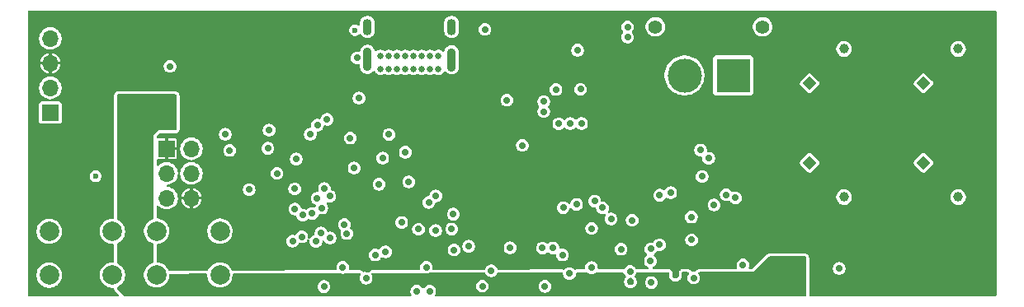
<source format=gbr>
%TF.GenerationSoftware,KiCad,Pcbnew,9.0.6-unknown-202512120022~866d92e1f6~ubuntu24.04.1*%
%TF.CreationDate,2026-01-05T08:58:25+02:00*%
%TF.ProjectId,TalTechHeat,54616c54-6563-4684-9865-61742e6b6963,rev?*%
%TF.SameCoordinates,Original*%
%TF.FileFunction,Copper,L3,Inr*%
%TF.FilePolarity,Positive*%
%FSLAX46Y46*%
G04 Gerber Fmt 4.6, Leading zero omitted, Abs format (unit mm)*
G04 Created by KiCad (PCBNEW 9.0.6-unknown-202512120022~866d92e1f6~ubuntu24.04.1) date 2026-01-05 08:58:25*
%MOMM*%
%LPD*%
G01*
G04 APERTURE LIST*
G04 Aperture macros list*
%AMRotRect*
0 Rectangle, with rotation*
0 The origin of the aperture is its center*
0 $1 length*
0 $2 width*
0 $3 Rotation angle, in degrees counterclockwise*
0 Add horizontal line*
21,1,$1,$2,0,0,$3*%
G04 Aperture macros list end*
%TA.AperFunction,ComponentPad*%
%ADD10R,1.700000X1.700000*%
%TD*%
%TA.AperFunction,ComponentPad*%
%ADD11O,1.700000X1.700000*%
%TD*%
%TA.AperFunction,ComponentPad*%
%ADD12RotRect,1.000000X1.000000X45.000000*%
%TD*%
%TA.AperFunction,ComponentPad*%
%ADD13C,1.000000*%
%TD*%
%TA.AperFunction,ComponentPad*%
%ADD14C,2.000000*%
%TD*%
%TA.AperFunction,ComponentPad*%
%ADD15O,0.900000X2.400000*%
%TD*%
%TA.AperFunction,ComponentPad*%
%ADD16O,0.900000X1.700000*%
%TD*%
%TA.AperFunction,ComponentPad*%
%ADD17C,0.650000*%
%TD*%
%TA.AperFunction,ComponentPad*%
%ADD18RotRect,1.000000X1.000000X315.000000*%
%TD*%
%TA.AperFunction,ComponentPad*%
%ADD19C,1.400000*%
%TD*%
%TA.AperFunction,ComponentPad*%
%ADD20R,3.500000X3.500000*%
%TD*%
%TA.AperFunction,ComponentPad*%
%ADD21C,3.500000*%
%TD*%
%TA.AperFunction,ViaPad*%
%ADD22C,0.600000*%
%TD*%
%TA.AperFunction,ViaPad*%
%ADD23C,0.700000*%
%TD*%
G04 APERTURE END LIST*
D10*
%TO.N,+3.3V*%
%TO.C,J1*%
X166010000Y-100195000D03*
D11*
%TO.N,/BOOT0*%
X168550000Y-100195000D03*
%TO.N,GND*%
X166010000Y-102735000D03*
X168550000Y-102735000D03*
%TO.N,/BOOT1*%
X166010000Y-105275000D03*
%TO.N,+3.3V*%
X168550000Y-105275000D03*
%TD*%
D12*
%TO.N,+20V*%
%TO.C,C15*%
X243682233Y-93467767D03*
D13*
%TO.N,GND*%
X247217767Y-89932233D03*
%TD*%
D12*
%TO.N,+20V*%
%TO.C,C16*%
X231982233Y-93467767D03*
D13*
%TO.N,GND*%
X235517767Y-89932233D03*
%TD*%
D14*
%TO.N,/BUT1*%
%TO.C,SW2*%
X153950000Y-108700000D03*
X160450000Y-108700000D03*
%TO.N,GND*%
X153950000Y-113200000D03*
X160450000Y-113200000D03*
%TD*%
%TO.N,/BUT2*%
%TO.C,SW3*%
X164975000Y-108675000D03*
X171475000Y-108675000D03*
%TO.N,GND*%
X164975000Y-113175000D03*
X171475000Y-113175000D03*
%TD*%
D15*
%TO.N,GND*%
%TO.C,U3*%
X195250000Y-91050000D03*
D16*
X195250000Y-87670000D03*
D15*
X186600000Y-91000000D03*
D16*
X186600000Y-87670000D03*
D17*
X193900000Y-91980000D03*
%TO.N,VBUS*%
X193050000Y-91980000D03*
%TO.N,/CC1*%
X192200000Y-91980000D03*
%TO.N,/U_P*%
X191350000Y-91980000D03*
%TO.N,/U_N*%
X190500000Y-91980000D03*
%TO.N,unconnected-(U3-SBU1-PadA8)*%
X189650000Y-91980000D03*
%TO.N,VBUS*%
X188800000Y-91980000D03*
%TO.N,GND*%
X187950000Y-91980000D03*
X187950000Y-90630000D03*
%TO.N,VBUS*%
X188800000Y-90630000D03*
%TO.N,/CC2*%
X189650000Y-90630000D03*
%TO.N,/U_P*%
X190500000Y-90630000D03*
%TO.N,/U_N*%
X191350000Y-90630000D03*
%TO.N,unconnected-(U3-SBU2-PadB8)*%
X192200000Y-90630000D03*
%TO.N,VBUS*%
X193050000Y-90630000D03*
%TO.N,GND*%
X193900000Y-90630000D03*
%TD*%
D10*
%TO.N,/SDA*%
%TO.C,J2*%
X154075000Y-96470000D03*
D11*
%TO.N,/SCL*%
X154075000Y-93930000D03*
%TO.N,+3.3V*%
X154075000Y-91390000D03*
%TO.N,GND*%
X154075000Y-88850000D03*
%TD*%
D18*
%TO.N,+20V*%
%TO.C,C17*%
X231982233Y-101632233D03*
D13*
%TO.N,GND*%
X235517767Y-105167767D03*
%TD*%
D18*
%TO.N,+20V*%
%TO.C,C14*%
X243682233Y-101632233D03*
D13*
%TO.N,GND*%
X247217767Y-105167767D03*
%TD*%
D19*
%TO.N,*%
%TO.C,J3*%
X227150000Y-87650000D03*
X216150000Y-87650000D03*
D20*
%TO.N,+20V*%
X224150000Y-92650000D03*
D21*
%TO.N,/RETURN_HEAT*%
X219150000Y-92650000D03*
%TD*%
D22*
%TO.N,+20V_D*%
X162980000Y-97280000D03*
X163980000Y-97280000D03*
X164980000Y-97280000D03*
X165980000Y-97280000D03*
%TO.N,GND*%
X158720000Y-103020000D03*
%TO.N,+20V_D*%
X227425000Y-113675000D03*
X228425000Y-113675000D03*
X229425000Y-113675000D03*
X230425000Y-111650000D03*
X230425000Y-112500000D03*
X230425000Y-113675000D03*
D23*
%TO.N,/VCC-DIV*%
X235025000Y-112500000D03*
%TO.N,GND*%
X166350000Y-91725000D03*
%TO.N,+3.3V*%
X185050000Y-100150000D03*
X179550000Y-92875000D03*
X180550000Y-92875000D03*
X198925000Y-93400000D03*
X207600000Y-110400000D03*
X169925000Y-88950000D03*
X181550000Y-95575000D03*
X182550000Y-92875000D03*
X180550000Y-95575000D03*
X179550000Y-95575000D03*
X213599445Y-113875000D03*
X177375000Y-99050000D03*
X181550000Y-92875000D03*
X177325000Y-111175000D03*
X218225000Y-113200000D03*
X186590000Y-112560000D03*
X182550000Y-95575000D03*
%TO.N,GND*%
X205650000Y-110400000D03*
X220075000Y-113475000D03*
X185550000Y-90850000D03*
X186480000Y-113500000D03*
X204825000Y-114350000D03*
X193600000Y-108600000D03*
X187400000Y-111125000D03*
X184075000Y-112400000D03*
X177325000Y-102725000D03*
X207340000Y-113040000D03*
X178925000Y-109700000D03*
X206250000Y-97625000D03*
X205950000Y-94100000D03*
X187800000Y-103850000D03*
X199325000Y-112750000D03*
X208175000Y-90050000D03*
X201250000Y-110375000D03*
X225150000Y-112125000D03*
X182475000Y-97175000D03*
X219875000Y-109575000D03*
X184250000Y-107975000D03*
X213300000Y-87675000D03*
X217725000Y-104700000D03*
X207425000Y-97600000D03*
X179150000Y-104325000D03*
X200925000Y-95200000D03*
X190500000Y-100550000D03*
X174475000Y-104400000D03*
X192900000Y-105725000D03*
X181850000Y-108850000D03*
X190850000Y-103600000D03*
X172475000Y-100375000D03*
X184850000Y-99100000D03*
X185250000Y-102175000D03*
X181925000Y-106300000D03*
D22*
X185350000Y-88000000D03*
D23*
X176525000Y-98275000D03*
X197000000Y-110225000D03*
X191670000Y-114850000D03*
X215650000Y-111750000D03*
X182750000Y-105075000D03*
X208575000Y-97600000D03*
X179175000Y-106400000D03*
X188175000Y-101150000D03*
X219850000Y-107225000D03*
X220800000Y-100325000D03*
X182150000Y-114375000D03*
X176400000Y-100150000D03*
X185750000Y-94975000D03*
X223425000Y-104925000D03*
X202500000Y-99850000D03*
X204700000Y-96375000D03*
X198400000Y-114325000D03*
X213775000Y-107550000D03*
X204700000Y-95350000D03*
X188825000Y-98725000D03*
X179300000Y-101250000D03*
X208475000Y-94075000D03*
%TO.N,/NRST*%
X179867525Y-109257475D03*
X193000000Y-114840000D03*
X188475000Y-110800000D03*
%TO.N,+20V*%
X213300000Y-88712500D03*
%TO.N,PD_VDD*%
X222175000Y-105975000D03*
X220950000Y-103050000D03*
%TO.N,/BOOT1*%
X181325000Y-109725000D03*
%TO.N,/BOOT0*%
X172025000Y-98700000D03*
X181450000Y-105300000D03*
%TO.N,/SDA*%
X179975000Y-107025000D03*
X180750000Y-98700000D03*
X210726225Y-106275000D03*
%TO.N,/SCL*%
X181475000Y-97775000D03*
X209925000Y-105575000D03*
X180950000Y-106850000D03*
%TO.N,Net-(Q2-G)*%
X215739678Y-113958965D03*
X221625000Y-101175000D03*
X224375000Y-105250000D03*
%TO.N,/VCC-DIV*%
X190125000Y-107775000D03*
%TO.N,/PD_RST*%
X182775000Y-109375000D03*
X208068750Y-105918750D03*
%TO.N,/PD_ALERT*%
X216575000Y-110075000D03*
X195500000Y-110600000D03*
%TO.N,Net-(U4-DISCH)*%
X211613853Y-107420673D03*
X213558430Y-112822213D03*
%TO.N,Net-(U4-VBUS_VS_DISCH)*%
X204575000Y-110415000D03*
X215675000Y-110500000D03*
%TO.N,/POWER_OK_3*%
X212632476Y-110532476D03*
X191850000Y-108475000D03*
%TO.N,/PWM*%
X198662500Y-87912500D03*
X182200000Y-104300000D03*
%TO.N,/PD_GPIO*%
X206625000Y-111125000D03*
X209600000Y-112425000D03*
X192650000Y-112375000D03*
X184500000Y-108925000D03*
%TO.N,/PD_ATTACH*%
X195251000Y-108450000D03*
X209615835Y-108399000D03*
%TO.N,/CC1*%
X216600000Y-104975000D03*
%TO.N,/CC2*%
X193625000Y-105050000D03*
X195419975Y-106925000D03*
X206700000Y-106250000D03*
%TD*%
%TA.AperFunction,Conductor*%
%TO.N,+3.3V*%
G36*
X251105039Y-85995185D02*
G01*
X251150794Y-86047989D01*
X251162000Y-86099500D01*
X251162000Y-115250500D01*
X251142315Y-115317539D01*
X251089511Y-115363294D01*
X251038000Y-115374500D01*
X232054500Y-115374500D01*
X231987461Y-115354815D01*
X231941706Y-115302011D01*
X231930500Y-115250500D01*
X231930500Y-112564071D01*
X234374499Y-112564071D01*
X234399497Y-112689738D01*
X234399499Y-112689744D01*
X234448533Y-112808124D01*
X234448538Y-112808133D01*
X234519723Y-112914668D01*
X234519726Y-112914672D01*
X234610327Y-113005273D01*
X234610331Y-113005276D01*
X234716866Y-113076461D01*
X234716875Y-113076466D01*
X234731691Y-113082603D01*
X234835256Y-113125501D01*
X234835260Y-113125501D01*
X234835261Y-113125502D01*
X234960928Y-113150500D01*
X234960931Y-113150500D01*
X235089071Y-113150500D01*
X235173615Y-113133682D01*
X235214744Y-113125501D01*
X235333127Y-113076465D01*
X235439669Y-113005276D01*
X235530276Y-112914669D01*
X235601465Y-112808127D01*
X235650501Y-112689744D01*
X235665031Y-112616700D01*
X235675500Y-112564071D01*
X235675500Y-112435928D01*
X235650502Y-112310261D01*
X235650501Y-112310260D01*
X235650501Y-112310256D01*
X235608157Y-112208028D01*
X235601466Y-112191875D01*
X235601461Y-112191866D01*
X235530276Y-112085331D01*
X235530273Y-112085327D01*
X235439672Y-111994726D01*
X235439668Y-111994723D01*
X235333133Y-111923538D01*
X235333124Y-111923533D01*
X235214744Y-111874499D01*
X235214738Y-111874497D01*
X235089071Y-111849500D01*
X235089069Y-111849500D01*
X234960931Y-111849500D01*
X234960929Y-111849500D01*
X234835261Y-111874497D01*
X234835255Y-111874499D01*
X234716875Y-111923533D01*
X234716866Y-111923538D01*
X234610331Y-111994723D01*
X234610327Y-111994726D01*
X234519726Y-112085327D01*
X234519723Y-112085331D01*
X234448538Y-112191866D01*
X234448533Y-112191875D01*
X234399499Y-112310255D01*
X234399497Y-112310261D01*
X234374500Y-112435928D01*
X234374500Y-112435931D01*
X234374500Y-112564069D01*
X234374500Y-112564071D01*
X234374499Y-112564071D01*
X231930500Y-112564071D01*
X231930500Y-111374010D01*
X231930500Y-111374000D01*
X231923518Y-111309059D01*
X231912312Y-111257548D01*
X231903121Y-111225502D01*
X231901355Y-111219345D01*
X231901354Y-111219344D01*
X231901354Y-111219342D01*
X231844675Y-111122429D01*
X231798920Y-111069625D01*
X231798918Y-111069623D01*
X231798908Y-111069612D01*
X231754192Y-111027451D01*
X231754189Y-111027449D01*
X231754187Y-111027447D01*
X231654111Y-110976561D01*
X231654110Y-110976560D01*
X231654109Y-110976560D01*
X231587078Y-110956877D01*
X231587072Y-110956876D01*
X231501000Y-110944500D01*
X227901362Y-110944500D01*
X227901361Y-110944500D01*
X227868718Y-110946250D01*
X227868709Y-110946250D01*
X227868703Y-110946251D01*
X227868698Y-110946251D01*
X227868665Y-110946254D01*
X227842374Y-110949081D01*
X227835339Y-110949920D01*
X227835337Y-110949920D01*
X227728598Y-110984700D01*
X227728588Y-110984704D01*
X227667266Y-111018189D01*
X227597670Y-111070289D01*
X227597649Y-111070307D01*
X226159169Y-112508787D01*
X226132416Y-112523395D01*
X226106828Y-112539963D01*
X226100319Y-112540921D01*
X226097846Y-112542272D01*
X226071910Y-112545105D01*
X225865791Y-112545807D01*
X225798685Y-112526351D01*
X225752751Y-112473703D01*
X225742572Y-112404579D01*
X225750807Y-112374358D01*
X225775501Y-112314744D01*
X225789429Y-112244724D01*
X225800500Y-112189071D01*
X225800500Y-112060928D01*
X225775502Y-111935261D01*
X225775501Y-111935260D01*
X225775501Y-111935256D01*
X225729226Y-111823538D01*
X225726466Y-111816875D01*
X225726461Y-111816866D01*
X225655276Y-111710331D01*
X225655273Y-111710327D01*
X225564672Y-111619726D01*
X225564668Y-111619723D01*
X225458133Y-111548538D01*
X225458124Y-111548533D01*
X225339744Y-111499499D01*
X225339738Y-111499497D01*
X225214071Y-111474500D01*
X225214069Y-111474500D01*
X225085931Y-111474500D01*
X225085929Y-111474500D01*
X224960261Y-111499497D01*
X224960255Y-111499499D01*
X224841875Y-111548533D01*
X224841866Y-111548538D01*
X224735331Y-111619723D01*
X224735327Y-111619726D01*
X224644726Y-111710327D01*
X224644723Y-111710331D01*
X224573538Y-111816866D01*
X224573533Y-111816875D01*
X224524499Y-111935255D01*
X224524497Y-111935261D01*
X224499500Y-112060928D01*
X224499500Y-112060931D01*
X224499500Y-112189069D01*
X224499500Y-112189071D01*
X224499499Y-112189071D01*
X224524497Y-112314738D01*
X224524500Y-112314748D01*
X224551209Y-112379229D01*
X224558678Y-112448698D01*
X224527403Y-112511177D01*
X224467314Y-112546829D01*
X224437071Y-112550680D01*
X220682949Y-112563482D01*
X220682944Y-112563482D01*
X220615872Y-112571170D01*
X220562776Y-112583313D01*
X220522621Y-112595451D01*
X220426742Y-112653848D01*
X220418044Y-112661661D01*
X220376994Y-112698536D01*
X220374747Y-112700554D01*
X220333389Y-112746019D01*
X220333385Y-112746025D01*
X220323304Y-112766759D01*
X220276286Y-112818441D01*
X220208790Y-112836499D01*
X220187597Y-112834152D01*
X220139073Y-112824500D01*
X220139069Y-112824500D01*
X220010931Y-112824500D01*
X219955748Y-112835476D01*
X219886156Y-112829247D01*
X219830980Y-112786384D01*
X219824735Y-112776825D01*
X219819661Y-112768217D01*
X219805623Y-112744401D01*
X219759688Y-112691754D01*
X219757535Y-112689738D01*
X219714814Y-112649732D01*
X219714811Y-112649730D01*
X219693218Y-112638843D01*
X219614567Y-112599187D01*
X219614557Y-112599183D01*
X219547466Y-112579731D01*
X219547454Y-112579729D01*
X219461353Y-112567649D01*
X219461348Y-112567649D01*
X219452947Y-112567677D01*
X218973164Y-112569312D01*
X218965473Y-112569435D01*
X218959267Y-112569613D01*
X218866383Y-112586888D01*
X218800486Y-112610136D01*
X218800474Y-112610140D01*
X218744858Y-112636321D01*
X218744854Y-112636324D01*
X218660869Y-112710815D01*
X218660860Y-112710825D01*
X218618001Y-112765999D01*
X218585361Y-112818102D01*
X218554978Y-112926185D01*
X218548752Y-112995775D01*
X218553406Y-113082601D01*
X218561940Y-113125500D01*
X218566913Y-113150500D01*
X218567617Y-113154036D01*
X218570000Y-113178229D01*
X218570000Y-113221768D01*
X218567617Y-113245961D01*
X218559124Y-113288654D01*
X218552068Y-113311914D01*
X218535409Y-113352132D01*
X218523950Y-113373570D01*
X218499761Y-113409771D01*
X218484341Y-113428560D01*
X218453561Y-113459340D01*
X218434771Y-113474761D01*
X218398570Y-113498950D01*
X218377132Y-113510409D01*
X218336914Y-113527068D01*
X218313654Y-113534124D01*
X218270961Y-113542617D01*
X218246768Y-113545000D01*
X218203237Y-113545000D01*
X218179044Y-113542617D01*
X218167014Y-113540224D01*
X218136341Y-113534122D01*
X218113081Y-113527066D01*
X218072861Y-113510406D01*
X218051424Y-113498947D01*
X218015227Y-113474761D01*
X217996437Y-113459340D01*
X217965657Y-113428560D01*
X217950238Y-113409773D01*
X217946056Y-113403514D01*
X217926049Y-113373573D01*
X217914595Y-113352146D01*
X217897922Y-113311893D01*
X217890874Y-113288654D01*
X217882382Y-113245961D01*
X217880000Y-113221776D01*
X217880000Y-113178230D01*
X217882383Y-113154039D01*
X217883087Y-113150500D01*
X217895575Y-113087719D01*
X217897152Y-113079156D01*
X217898332Y-113072192D01*
X217899366Y-112976648D01*
X217889187Y-112907524D01*
X217874152Y-112847902D01*
X217832800Y-112777747D01*
X217817141Y-112751181D01*
X217781929Y-112710825D01*
X217771207Y-112698536D01*
X217770286Y-112697674D01*
X217726333Y-112656514D01*
X217726331Y-112656512D01*
X217626081Y-112605967D01*
X217626078Y-112605966D01*
X217558988Y-112586514D01*
X217558978Y-112586512D01*
X217558975Y-112586511D01*
X217558970Y-112586510D01*
X217558964Y-112586509D01*
X217472868Y-112574430D01*
X217472863Y-112574430D01*
X217429272Y-112574578D01*
X215970932Y-112579551D01*
X215903826Y-112560095D01*
X215857891Y-112507448D01*
X215847712Y-112438324D01*
X215876520Y-112374669D01*
X215923056Y-112340991D01*
X215958127Y-112326465D01*
X216064669Y-112255276D01*
X216155276Y-112164669D01*
X216226465Y-112058127D01*
X216275501Y-111939744D01*
X216288479Y-111874500D01*
X216300500Y-111814071D01*
X216300500Y-111685928D01*
X216275502Y-111560261D01*
X216275501Y-111560260D01*
X216275501Y-111560256D01*
X216237574Y-111468692D01*
X216226466Y-111441875D01*
X216226461Y-111441866D01*
X216155276Y-111335331D01*
X216155273Y-111335327D01*
X216064672Y-111244726D01*
X216064666Y-111244721D01*
X216052292Y-111236453D01*
X216007488Y-111182841D01*
X215998781Y-111113516D01*
X216028936Y-111050488D01*
X216052294Y-111030250D01*
X216079006Y-111012400D01*
X216089669Y-111005276D01*
X216180276Y-110914669D01*
X216251465Y-110808127D01*
X216263891Y-110778125D01*
X216307731Y-110723722D01*
X216374025Y-110701656D01*
X216402645Y-110703960D01*
X216510929Y-110725500D01*
X216510931Y-110725500D01*
X216639071Y-110725500D01*
X216723615Y-110708682D01*
X216764744Y-110700501D01*
X216883127Y-110651465D01*
X216989669Y-110580276D01*
X217080276Y-110489669D01*
X217151465Y-110383127D01*
X217200501Y-110264744D01*
X217216298Y-110185331D01*
X217225500Y-110139071D01*
X217225500Y-110010928D01*
X217200502Y-109885261D01*
X217200501Y-109885260D01*
X217200501Y-109885256D01*
X217151465Y-109766873D01*
X217151464Y-109766872D01*
X217151461Y-109766866D01*
X217080276Y-109660331D01*
X217080273Y-109660327D01*
X217059017Y-109639071D01*
X219224499Y-109639071D01*
X219249497Y-109764738D01*
X219249499Y-109764744D01*
X219298533Y-109883124D01*
X219298538Y-109883133D01*
X219369723Y-109989668D01*
X219369726Y-109989672D01*
X219460327Y-110080273D01*
X219460331Y-110080276D01*
X219566866Y-110151461D01*
X219566872Y-110151464D01*
X219566873Y-110151465D01*
X219685256Y-110200501D01*
X219685260Y-110200501D01*
X219685261Y-110200502D01*
X219810928Y-110225500D01*
X219810931Y-110225500D01*
X219939071Y-110225500D01*
X220040754Y-110205273D01*
X220064744Y-110200501D01*
X220183127Y-110151465D01*
X220289669Y-110080276D01*
X220380276Y-109989669D01*
X220451465Y-109883127D01*
X220500501Y-109764744D01*
X220520463Y-109664392D01*
X220525500Y-109639071D01*
X220525500Y-109510928D01*
X220500502Y-109385261D01*
X220500501Y-109385260D01*
X220500501Y-109385256D01*
X220451465Y-109266873D01*
X220451464Y-109266872D01*
X220451461Y-109266866D01*
X220380276Y-109160331D01*
X220380273Y-109160327D01*
X220289672Y-109069726D01*
X220289668Y-109069723D01*
X220183133Y-108998538D01*
X220183124Y-108998533D01*
X220064744Y-108949499D01*
X220064738Y-108949497D01*
X219939071Y-108924500D01*
X219939069Y-108924500D01*
X219810931Y-108924500D01*
X219810929Y-108924500D01*
X219685261Y-108949497D01*
X219685255Y-108949499D01*
X219566875Y-108998533D01*
X219566866Y-108998538D01*
X219460331Y-109069723D01*
X219460327Y-109069726D01*
X219369726Y-109160327D01*
X219369723Y-109160331D01*
X219298538Y-109266866D01*
X219298533Y-109266875D01*
X219249499Y-109385255D01*
X219249497Y-109385261D01*
X219224500Y-109510928D01*
X219224500Y-109510931D01*
X219224500Y-109639069D01*
X219224500Y-109639071D01*
X219224499Y-109639071D01*
X217059017Y-109639071D01*
X216989672Y-109569726D01*
X216989668Y-109569723D01*
X216883133Y-109498538D01*
X216883124Y-109498533D01*
X216764744Y-109449499D01*
X216764738Y-109449497D01*
X216639071Y-109424500D01*
X216639069Y-109424500D01*
X216510931Y-109424500D01*
X216510929Y-109424500D01*
X216385261Y-109449497D01*
X216385255Y-109449499D01*
X216266875Y-109498533D01*
X216266866Y-109498538D01*
X216160331Y-109569723D01*
X216160327Y-109569726D01*
X216069726Y-109660327D01*
X216069723Y-109660331D01*
X215998538Y-109766866D01*
X215998530Y-109766881D01*
X215986106Y-109796876D01*
X215942265Y-109851279D01*
X215875970Y-109873343D01*
X215847355Y-109871039D01*
X215739072Y-109849500D01*
X215739069Y-109849500D01*
X215610931Y-109849500D01*
X215610929Y-109849500D01*
X215485261Y-109874497D01*
X215485255Y-109874499D01*
X215366875Y-109923533D01*
X215366866Y-109923538D01*
X215260331Y-109994723D01*
X215260327Y-109994726D01*
X215169726Y-110085327D01*
X215169723Y-110085331D01*
X215098538Y-110191866D01*
X215098533Y-110191875D01*
X215049499Y-110310255D01*
X215049497Y-110310261D01*
X215024500Y-110435928D01*
X215024500Y-110435931D01*
X215024500Y-110564069D01*
X215024500Y-110564071D01*
X215024499Y-110564071D01*
X215049497Y-110689738D01*
X215049499Y-110689744D01*
X215098533Y-110808124D01*
X215098538Y-110808133D01*
X215169723Y-110914668D01*
X215169726Y-110914672D01*
X215260330Y-111005276D01*
X215272706Y-111013545D01*
X215317511Y-111067157D01*
X215326218Y-111136482D01*
X215296064Y-111199509D01*
X215272708Y-111219748D01*
X215235329Y-111244724D01*
X215144726Y-111335327D01*
X215144723Y-111335331D01*
X215073538Y-111441866D01*
X215073533Y-111441875D01*
X215024499Y-111560255D01*
X215024497Y-111560261D01*
X214999500Y-111685928D01*
X214999500Y-111685931D01*
X214999500Y-111814069D01*
X214999500Y-111814071D01*
X214999499Y-111814071D01*
X215024497Y-111939738D01*
X215024499Y-111939744D01*
X215073533Y-112058124D01*
X215073538Y-112058133D01*
X215144723Y-112164668D01*
X215144726Y-112164672D01*
X215235327Y-112255273D01*
X215235331Y-112255276D01*
X215341866Y-112326461D01*
X215341873Y-112326465D01*
X215382176Y-112343159D01*
X215436579Y-112386999D01*
X215458645Y-112453293D01*
X215441367Y-112520992D01*
X215390230Y-112568603D01*
X215335147Y-112581719D01*
X214308341Y-112585220D01*
X214308313Y-112585221D01*
X214273517Y-112587332D01*
X214273480Y-112587335D01*
X214263490Y-112588517D01*
X214194604Y-112576838D01*
X214142966Y-112529770D01*
X214137195Y-112518391D01*
X214134898Y-112514095D01*
X214134895Y-112514086D01*
X214134483Y-112513470D01*
X214063709Y-112407548D01*
X214063703Y-112407540D01*
X213973102Y-112316939D01*
X213973098Y-112316936D01*
X213866563Y-112245751D01*
X213866554Y-112245746D01*
X213748174Y-112196712D01*
X213748168Y-112196710D01*
X213622501Y-112171713D01*
X213622499Y-112171713D01*
X213494361Y-112171713D01*
X213494359Y-112171713D01*
X213368691Y-112196710D01*
X213368685Y-112196712D01*
X213250305Y-112245746D01*
X213250296Y-112245751D01*
X213143761Y-112316936D01*
X213143757Y-112316939D01*
X213053156Y-112407540D01*
X213053153Y-112407544D01*
X212981968Y-112514079D01*
X212981959Y-112514096D01*
X212979211Y-112520731D01*
X212935367Y-112575132D01*
X212869072Y-112597193D01*
X212847426Y-112596069D01*
X212806611Y-112590343D01*
X212806605Y-112590343D01*
X212170075Y-112592513D01*
X210374923Y-112598635D01*
X210307817Y-112579179D01*
X210261882Y-112526532D01*
X210250500Y-112474636D01*
X210250500Y-112360928D01*
X210225502Y-112235261D01*
X210225501Y-112235260D01*
X210225501Y-112235256D01*
X210176465Y-112116873D01*
X210176464Y-112116872D01*
X210176461Y-112116866D01*
X210105276Y-112010331D01*
X210105273Y-112010327D01*
X210014672Y-111919726D01*
X210014668Y-111919723D01*
X209908133Y-111848538D01*
X209908124Y-111848533D01*
X209789744Y-111799499D01*
X209789738Y-111799497D01*
X209664071Y-111774500D01*
X209664069Y-111774500D01*
X209535931Y-111774500D01*
X209535929Y-111774500D01*
X209410261Y-111799497D01*
X209410255Y-111799499D01*
X209291875Y-111848533D01*
X209291866Y-111848538D01*
X209185331Y-111919723D01*
X209185327Y-111919726D01*
X209094726Y-112010327D01*
X209094723Y-112010331D01*
X209023538Y-112116866D01*
X209023533Y-112116875D01*
X208974499Y-112235255D01*
X208974497Y-112235261D01*
X208949500Y-112360928D01*
X208949500Y-112479918D01*
X208929815Y-112546957D01*
X208877011Y-112592712D01*
X208825923Y-112603917D01*
X208113028Y-112606348D01*
X208113023Y-112606349D01*
X208048626Y-112613438D01*
X207997525Y-112624646D01*
X207952415Y-112637628D01*
X207951720Y-112635213D01*
X207894505Y-112642051D01*
X207831660Y-112611518D01*
X207827415Y-112607470D01*
X207754669Y-112534724D01*
X207754668Y-112534723D01*
X207754667Y-112534722D01*
X207648133Y-112463538D01*
X207648124Y-112463533D01*
X207529744Y-112414499D01*
X207529738Y-112414497D01*
X207404071Y-112389500D01*
X207404069Y-112389500D01*
X207275931Y-112389500D01*
X207275929Y-112389500D01*
X207150261Y-112414497D01*
X207150255Y-112414499D01*
X207031875Y-112463533D01*
X207031866Y-112463538D01*
X206925331Y-112534723D01*
X206846215Y-112613839D01*
X206784891Y-112647323D01*
X206723296Y-112642918D01*
X206722761Y-112644764D01*
X206650158Y-112623713D01*
X206650152Y-112623712D01*
X206564045Y-112611631D01*
X206564044Y-112611631D01*
X206564040Y-112611631D01*
X206473737Y-112611938D01*
X200064239Y-112633796D01*
X199997133Y-112614340D01*
X199951198Y-112561693D01*
X199949255Y-112557249D01*
X199946226Y-112549937D01*
X199922804Y-112493390D01*
X199901468Y-112441879D01*
X199901461Y-112441866D01*
X199830276Y-112335331D01*
X199830273Y-112335327D01*
X199739672Y-112244726D01*
X199739668Y-112244723D01*
X199633133Y-112173538D01*
X199633124Y-112173533D01*
X199514744Y-112124499D01*
X199514738Y-112124497D01*
X199389071Y-112099500D01*
X199389069Y-112099500D01*
X199260931Y-112099500D01*
X199260929Y-112099500D01*
X199135261Y-112124497D01*
X199135255Y-112124499D01*
X199016875Y-112173533D01*
X199016866Y-112173538D01*
X198910331Y-112244723D01*
X198910327Y-112244726D01*
X198819726Y-112335327D01*
X198819723Y-112335331D01*
X198748538Y-112441866D01*
X198748533Y-112441876D01*
X198698653Y-112562297D01*
X198654812Y-112616700D01*
X198588517Y-112638765D01*
X198584520Y-112638842D01*
X196600455Y-112645608D01*
X193408768Y-112656492D01*
X193341662Y-112637036D01*
X193295727Y-112584389D01*
X193285548Y-112515265D01*
X193286723Y-112508324D01*
X193300500Y-112439069D01*
X193300500Y-112310931D01*
X193300500Y-112310928D01*
X193275502Y-112185261D01*
X193275501Y-112185260D01*
X193275501Y-112185256D01*
X193226465Y-112066873D01*
X193226464Y-112066872D01*
X193226461Y-112066866D01*
X193155276Y-111960331D01*
X193155273Y-111960327D01*
X193064672Y-111869726D01*
X193064668Y-111869723D01*
X192958133Y-111798538D01*
X192958124Y-111798533D01*
X192839744Y-111749499D01*
X192839738Y-111749497D01*
X192714071Y-111724500D01*
X192714069Y-111724500D01*
X192585931Y-111724500D01*
X192585929Y-111724500D01*
X192460261Y-111749497D01*
X192460255Y-111749499D01*
X192341875Y-111798533D01*
X192341866Y-111798538D01*
X192235331Y-111869723D01*
X192235327Y-111869726D01*
X192144726Y-111960327D01*
X192144723Y-111960331D01*
X192073538Y-112066866D01*
X192073533Y-112066875D01*
X192024499Y-112185255D01*
X192024497Y-112185261D01*
X191999500Y-112310928D01*
X191999500Y-112310931D01*
X191999500Y-112439069D01*
X191999500Y-112439071D01*
X191999499Y-112439071D01*
X192014299Y-112513470D01*
X192008072Y-112583062D01*
X191965209Y-112638239D01*
X191899319Y-112661484D01*
X191893105Y-112661661D01*
X187147657Y-112677844D01*
X187147648Y-112677844D01*
X187147645Y-112677845D01*
X187126365Y-112680284D01*
X187080579Y-112685531D01*
X187080578Y-112685531D01*
X187027484Y-112697674D01*
X186987326Y-112709813D01*
X186987325Y-112709814D01*
X186891443Y-112768215D01*
X186891441Y-112768216D01*
X186839467Y-112814904D01*
X186839461Y-112814910D01*
X186812295Y-112844775D01*
X186752622Y-112881120D01*
X186682773Y-112879435D01*
X186673137Y-112875904D01*
X186669744Y-112874499D01*
X186669739Y-112874498D01*
X186669737Y-112874497D01*
X186544071Y-112849500D01*
X186544069Y-112849500D01*
X186415931Y-112849500D01*
X186415929Y-112849500D01*
X186290261Y-112874497D01*
X186290252Y-112874500D01*
X186279832Y-112878816D01*
X186210363Y-112886281D01*
X186147885Y-112855002D01*
X186138952Y-112845775D01*
X186104705Y-112806524D01*
X186104702Y-112806521D01*
X186059831Y-112764501D01*
X186059829Y-112764500D01*
X185959578Y-112713955D01*
X185892482Y-112694501D01*
X185892476Y-112694500D01*
X185806369Y-112682419D01*
X185806365Y-112682419D01*
X185664304Y-112682903D01*
X184832924Y-112685738D01*
X184765818Y-112666282D01*
X184719883Y-112613635D01*
X184709704Y-112544511D01*
X184710884Y-112537547D01*
X184725500Y-112464071D01*
X184725500Y-112335928D01*
X184700502Y-112210261D01*
X184700501Y-112210260D01*
X184700501Y-112210256D01*
X184651465Y-112091873D01*
X184651464Y-112091872D01*
X184651461Y-112091866D01*
X184580276Y-111985331D01*
X184580273Y-111985327D01*
X184489672Y-111894726D01*
X184489668Y-111894723D01*
X184383133Y-111823538D01*
X184383124Y-111823533D01*
X184264744Y-111774499D01*
X184264738Y-111774497D01*
X184139071Y-111749500D01*
X184139069Y-111749500D01*
X184010931Y-111749500D01*
X184010929Y-111749500D01*
X183885261Y-111774497D01*
X183885255Y-111774499D01*
X183766875Y-111823533D01*
X183766866Y-111823538D01*
X183660331Y-111894723D01*
X183660327Y-111894726D01*
X183569726Y-111985327D01*
X183569723Y-111985331D01*
X183498538Y-112091866D01*
X183498533Y-112091875D01*
X183449499Y-112210255D01*
X183449497Y-112210261D01*
X183424500Y-112335928D01*
X183424500Y-112464073D01*
X183440142Y-112542711D01*
X183433915Y-112612303D01*
X183391052Y-112667480D01*
X183325162Y-112690724D01*
X183318948Y-112690901D01*
X172898028Y-112726438D01*
X172898023Y-112726439D01*
X172833624Y-112733528D01*
X172815666Y-112737467D01*
X172745966Y-112732599D01*
X172689963Y-112690822D01*
X172678620Y-112672640D01*
X172646772Y-112610136D01*
X172587287Y-112493390D01*
X172565984Y-112464069D01*
X172466971Y-112327786D01*
X172322213Y-112183028D01*
X172156613Y-112062715D01*
X172156612Y-112062714D01*
X172156610Y-112062713D01*
X172053805Y-112010331D01*
X171974223Y-111969781D01*
X171779534Y-111906522D01*
X171580098Y-111874935D01*
X171577352Y-111874500D01*
X171372648Y-111874500D01*
X171369902Y-111874935D01*
X171170465Y-111906522D01*
X170975776Y-111969781D01*
X170793386Y-112062715D01*
X170627786Y-112183028D01*
X170483028Y-112327786D01*
X170362715Y-112493386D01*
X170267568Y-112680122D01*
X170266012Y-112679329D01*
X170226869Y-112727860D01*
X170160565Y-112749896D01*
X170138965Y-112748770D01*
X170049043Y-112736154D01*
X170049037Y-112736154D01*
X169976320Y-112736401D01*
X166398026Y-112748604D01*
X166333617Y-112755696D01*
X166324432Y-112757711D01*
X166254732Y-112752845D01*
X166198727Y-112711069D01*
X166182616Y-112680064D01*
X166182086Y-112680284D01*
X166180222Y-112675786D01*
X166180220Y-112675783D01*
X166180220Y-112675781D01*
X166087287Y-112493390D01*
X166065984Y-112464069D01*
X165966971Y-112327786D01*
X165822213Y-112183028D01*
X165656613Y-112062715D01*
X165656612Y-112062714D01*
X165656610Y-112062713D01*
X165553805Y-112010331D01*
X165474223Y-111969781D01*
X165279534Y-111906522D01*
X165080102Y-111874935D01*
X165016967Y-111845005D01*
X164980036Y-111785694D01*
X164975500Y-111752462D01*
X164975500Y-111189071D01*
X186749499Y-111189071D01*
X186774497Y-111314738D01*
X186774499Y-111314744D01*
X186823533Y-111433124D01*
X186823538Y-111433133D01*
X186894723Y-111539668D01*
X186894726Y-111539672D01*
X186985327Y-111630273D01*
X186985331Y-111630276D01*
X187091866Y-111701461D01*
X187091872Y-111701464D01*
X187091873Y-111701465D01*
X187210256Y-111750501D01*
X187210260Y-111750501D01*
X187210261Y-111750502D01*
X187335928Y-111775500D01*
X187335931Y-111775500D01*
X187464071Y-111775500D01*
X187548615Y-111758682D01*
X187589744Y-111750501D01*
X187708127Y-111701465D01*
X187814669Y-111630276D01*
X187905276Y-111539669D01*
X187976465Y-111433127D01*
X187978298Y-111428700D01*
X188022135Y-111374295D01*
X188088428Y-111352225D01*
X188156128Y-111369500D01*
X188161757Y-111373047D01*
X188166866Y-111376461D01*
X188166872Y-111376464D01*
X188166873Y-111376465D01*
X188285256Y-111425501D01*
X188285260Y-111425501D01*
X188285261Y-111425502D01*
X188410928Y-111450500D01*
X188410931Y-111450500D01*
X188539071Y-111450500D01*
X188626376Y-111433133D01*
X188664744Y-111425501D01*
X188783127Y-111376465D01*
X188889669Y-111305276D01*
X188980276Y-111214669D01*
X189051465Y-111108127D01*
X189100501Y-110989744D01*
X189111340Y-110935255D01*
X189125500Y-110864071D01*
X189125500Y-110735928D01*
X189111206Y-110664071D01*
X194849499Y-110664071D01*
X194874497Y-110789738D01*
X194874499Y-110789744D01*
X194923533Y-110908124D01*
X194923538Y-110908133D01*
X194994723Y-111014668D01*
X194994726Y-111014672D01*
X195085327Y-111105273D01*
X195085331Y-111105276D01*
X195191866Y-111176461D01*
X195191872Y-111176464D01*
X195191873Y-111176465D01*
X195310256Y-111225501D01*
X195310260Y-111225501D01*
X195310261Y-111225502D01*
X195435928Y-111250500D01*
X195435931Y-111250500D01*
X195564071Y-111250500D01*
X195648615Y-111233682D01*
X195689744Y-111225501D01*
X195808127Y-111176465D01*
X195914669Y-111105276D01*
X196005276Y-111014669D01*
X196076465Y-110908127D01*
X196125501Y-110789744D01*
X196141298Y-110710331D01*
X196150500Y-110664071D01*
X196150500Y-110535928D01*
X196143253Y-110499499D01*
X196125501Y-110410256D01*
X196080439Y-110301466D01*
X196076468Y-110291879D01*
X196076461Y-110291866D01*
X196005276Y-110185331D01*
X196005273Y-110185327D01*
X195980874Y-110160928D01*
X196349500Y-110160928D01*
X196349500Y-110160931D01*
X196349500Y-110289069D01*
X196350058Y-110291873D01*
X196356753Y-110325534D01*
X196356756Y-110325547D01*
X196374499Y-110414744D01*
X196382747Y-110434658D01*
X196382748Y-110434659D01*
X196423533Y-110533124D01*
X196423538Y-110533133D01*
X196494723Y-110639668D01*
X196494726Y-110639672D01*
X196585327Y-110730273D01*
X196585331Y-110730276D01*
X196691866Y-110801461D01*
X196691872Y-110801464D01*
X196691873Y-110801465D01*
X196810256Y-110850501D01*
X196810260Y-110850501D01*
X196810261Y-110850502D01*
X196935928Y-110875500D01*
X196935931Y-110875500D01*
X197064071Y-110875500D01*
X197148615Y-110858682D01*
X197189744Y-110850501D01*
X197308127Y-110801465D01*
X197414669Y-110730276D01*
X197505276Y-110639669D01*
X197576465Y-110533127D01*
X197615424Y-110439071D01*
X200599499Y-110439071D01*
X200624497Y-110564738D01*
X200624499Y-110564744D01*
X200673533Y-110683124D01*
X200673538Y-110683133D01*
X200744723Y-110789668D01*
X200744726Y-110789672D01*
X200835327Y-110880273D01*
X200835331Y-110880276D01*
X200941866Y-110951461D01*
X200941875Y-110951466D01*
X200968692Y-110962574D01*
X201060256Y-111000501D01*
X201060260Y-111000501D01*
X201060261Y-111000502D01*
X201185928Y-111025500D01*
X201185931Y-111025500D01*
X201314071Y-111025500D01*
X201415754Y-111005273D01*
X201439744Y-111000501D01*
X201558127Y-110951465D01*
X201664669Y-110880276D01*
X201755276Y-110789669D01*
X201826465Y-110683127D01*
X201875501Y-110564744D01*
X201883682Y-110523615D01*
X201892543Y-110479071D01*
X203924499Y-110479071D01*
X203949497Y-110604738D01*
X203949499Y-110604744D01*
X203998533Y-110723124D01*
X203998538Y-110723133D01*
X204069723Y-110829668D01*
X204069726Y-110829672D01*
X204160327Y-110920273D01*
X204160331Y-110920276D01*
X204266866Y-110991461D01*
X204266872Y-110991464D01*
X204266873Y-110991465D01*
X204385256Y-111040501D01*
X204385260Y-111040501D01*
X204385261Y-111040502D01*
X204510928Y-111065500D01*
X204510931Y-111065500D01*
X204639071Y-111065500D01*
X204723615Y-111048682D01*
X204764744Y-111040501D01*
X204883127Y-110991465D01*
X204989669Y-110920276D01*
X205004672Y-110905273D01*
X205032319Y-110877627D01*
X205093642Y-110844142D01*
X205163334Y-110849126D01*
X205207681Y-110877627D01*
X205235327Y-110905273D01*
X205235331Y-110905276D01*
X205341866Y-110976461D01*
X205341875Y-110976466D01*
X205361754Y-110984700D01*
X205460256Y-111025501D01*
X205460260Y-111025501D01*
X205460261Y-111025502D01*
X205585928Y-111050500D01*
X205585931Y-111050500D01*
X205714071Y-111050500D01*
X205826308Y-111028174D01*
X205895900Y-111034401D01*
X205951077Y-111077264D01*
X205974322Y-111143153D01*
X205974500Y-111149791D01*
X205974500Y-111189069D01*
X205974500Y-111189071D01*
X205974499Y-111189071D01*
X205999497Y-111314738D01*
X205999499Y-111314744D01*
X206048533Y-111433124D01*
X206048538Y-111433133D01*
X206119723Y-111539668D01*
X206119726Y-111539672D01*
X206210327Y-111630273D01*
X206210331Y-111630276D01*
X206316866Y-111701461D01*
X206316872Y-111701464D01*
X206316873Y-111701465D01*
X206435256Y-111750501D01*
X206435260Y-111750501D01*
X206435261Y-111750502D01*
X206560928Y-111775500D01*
X206560931Y-111775500D01*
X206689071Y-111775500D01*
X206773615Y-111758682D01*
X206814744Y-111750501D01*
X206933127Y-111701465D01*
X207039669Y-111630276D01*
X207130276Y-111539669D01*
X207201465Y-111433127D01*
X207250501Y-111314744D01*
X207264430Y-111244721D01*
X207275500Y-111189071D01*
X207275500Y-111060928D01*
X207250502Y-110935261D01*
X207250501Y-110935260D01*
X207250501Y-110935256D01*
X207201465Y-110816873D01*
X207201464Y-110816872D01*
X207201461Y-110816866D01*
X207130276Y-110710331D01*
X207130273Y-110710327D01*
X207039672Y-110619726D01*
X207039668Y-110619723D01*
X207004983Y-110596547D01*
X211981975Y-110596547D01*
X212006973Y-110722214D01*
X212006975Y-110722220D01*
X212056009Y-110840600D01*
X212056014Y-110840609D01*
X212127199Y-110947144D01*
X212127202Y-110947148D01*
X212217803Y-111037749D01*
X212217807Y-111037752D01*
X212324342Y-111108937D01*
X212324348Y-111108940D01*
X212324349Y-111108941D01*
X212442732Y-111157977D01*
X212442736Y-111157977D01*
X212442737Y-111157978D01*
X212568404Y-111182976D01*
X212568407Y-111182976D01*
X212696547Y-111182976D01*
X212781091Y-111166158D01*
X212822220Y-111157977D01*
X212940603Y-111108941D01*
X213047145Y-111037752D01*
X213137752Y-110947145D01*
X213208941Y-110840603D01*
X213257977Y-110722220D01*
X213272051Y-110651466D01*
X213282976Y-110596547D01*
X213282976Y-110468404D01*
X213257978Y-110342737D01*
X213257977Y-110342736D01*
X213257977Y-110342732D01*
X213208941Y-110224349D01*
X213208940Y-110224348D01*
X213208937Y-110224342D01*
X213137752Y-110117807D01*
X213137749Y-110117803D01*
X213047148Y-110027202D01*
X213047144Y-110027199D01*
X212940609Y-109956014D01*
X212940600Y-109956009D01*
X212822220Y-109906975D01*
X212822214Y-109906973D01*
X212696547Y-109881976D01*
X212696545Y-109881976D01*
X212568407Y-109881976D01*
X212568405Y-109881976D01*
X212442737Y-109906973D01*
X212442731Y-109906975D01*
X212324351Y-109956009D01*
X212324342Y-109956014D01*
X212217807Y-110027199D01*
X212217803Y-110027202D01*
X212127202Y-110117803D01*
X212127199Y-110117807D01*
X212056014Y-110224342D01*
X212056009Y-110224351D01*
X212006975Y-110342731D01*
X212006973Y-110342737D01*
X211981976Y-110468404D01*
X211981976Y-110468407D01*
X211981976Y-110596545D01*
X211981976Y-110596547D01*
X211981975Y-110596547D01*
X207004983Y-110596547D01*
X206958394Y-110565417D01*
X206933131Y-110548537D01*
X206933124Y-110548533D01*
X206814744Y-110499499D01*
X206814738Y-110499497D01*
X206689071Y-110474500D01*
X206689069Y-110474500D01*
X206560931Y-110474500D01*
X206560926Y-110474500D01*
X206448691Y-110496825D01*
X206379099Y-110490598D01*
X206323922Y-110447735D01*
X206300678Y-110381845D01*
X206300500Y-110375208D01*
X206300500Y-110335928D01*
X206275502Y-110210261D01*
X206275501Y-110210260D01*
X206275501Y-110210256D01*
X206226465Y-110091873D01*
X206226464Y-110091872D01*
X206226461Y-110091866D01*
X206155276Y-109985331D01*
X206155273Y-109985327D01*
X206064672Y-109894726D01*
X206064668Y-109894723D01*
X205958133Y-109823538D01*
X205958124Y-109823533D01*
X205839744Y-109774499D01*
X205839738Y-109774497D01*
X205714071Y-109749500D01*
X205714069Y-109749500D01*
X205585931Y-109749500D01*
X205585929Y-109749500D01*
X205460261Y-109774497D01*
X205460255Y-109774499D01*
X205341875Y-109823533D01*
X205341866Y-109823538D01*
X205235331Y-109894723D01*
X205235327Y-109894726D01*
X205192681Y-109937373D01*
X205131358Y-109970858D01*
X205061666Y-109965874D01*
X205017319Y-109937373D01*
X204989672Y-109909726D01*
X204989668Y-109909723D01*
X204883133Y-109838538D01*
X204883124Y-109838533D01*
X204764744Y-109789499D01*
X204764738Y-109789497D01*
X204639071Y-109764500D01*
X204639069Y-109764500D01*
X204510931Y-109764500D01*
X204510929Y-109764500D01*
X204385261Y-109789497D01*
X204385255Y-109789499D01*
X204266875Y-109838533D01*
X204266866Y-109838538D01*
X204160331Y-109909723D01*
X204160327Y-109909726D01*
X204069726Y-110000327D01*
X204069723Y-110000331D01*
X203998538Y-110106866D01*
X203998533Y-110106875D01*
X203949499Y-110225255D01*
X203949497Y-110225261D01*
X203924500Y-110350928D01*
X203924500Y-110350931D01*
X203924500Y-110479069D01*
X203924500Y-110479071D01*
X203924499Y-110479071D01*
X201892543Y-110479071D01*
X201900500Y-110439071D01*
X201900500Y-110310928D01*
X201875502Y-110185261D01*
X201875501Y-110185260D01*
X201875501Y-110185256D01*
X201832017Y-110080276D01*
X201826466Y-110066875D01*
X201826461Y-110066866D01*
X201755276Y-109960331D01*
X201755273Y-109960327D01*
X201664672Y-109869726D01*
X201664668Y-109869723D01*
X201558133Y-109798538D01*
X201558124Y-109798533D01*
X201439744Y-109749499D01*
X201439738Y-109749497D01*
X201314071Y-109724500D01*
X201314069Y-109724500D01*
X201185931Y-109724500D01*
X201185929Y-109724500D01*
X201060261Y-109749497D01*
X201060255Y-109749499D01*
X200941875Y-109798533D01*
X200941866Y-109798538D01*
X200835331Y-109869723D01*
X200835327Y-109869726D01*
X200744726Y-109960327D01*
X200744723Y-109960331D01*
X200673538Y-110066866D01*
X200673533Y-110066875D01*
X200624499Y-110185255D01*
X200624497Y-110185261D01*
X200599500Y-110310928D01*
X200599500Y-110310931D01*
X200599500Y-110439069D01*
X200599500Y-110439071D01*
X200599499Y-110439071D01*
X197615424Y-110439071D01*
X197625501Y-110414744D01*
X197638280Y-110350500D01*
X197650500Y-110289071D01*
X197650500Y-110160928D01*
X197625502Y-110035261D01*
X197625501Y-110035260D01*
X197625501Y-110035256D01*
X197579226Y-109923538D01*
X197576466Y-109916875D01*
X197576461Y-109916866D01*
X197505276Y-109810331D01*
X197505273Y-109810327D01*
X197414672Y-109719726D01*
X197414668Y-109719723D01*
X197308133Y-109648538D01*
X197308124Y-109648533D01*
X197189744Y-109599499D01*
X197189738Y-109599497D01*
X197064071Y-109574500D01*
X197064069Y-109574500D01*
X196935931Y-109574500D01*
X196935929Y-109574500D01*
X196810261Y-109599497D01*
X196810255Y-109599499D01*
X196691875Y-109648533D01*
X196691866Y-109648538D01*
X196585331Y-109719723D01*
X196585327Y-109719726D01*
X196494726Y-109810327D01*
X196494723Y-109810331D01*
X196423538Y-109916866D01*
X196423533Y-109916875D01*
X196374499Y-110035255D01*
X196374497Y-110035261D01*
X196349500Y-110160928D01*
X195980874Y-110160928D01*
X195914672Y-110094726D01*
X195914668Y-110094723D01*
X195808133Y-110023538D01*
X195808124Y-110023533D01*
X195689744Y-109974499D01*
X195689738Y-109974497D01*
X195564071Y-109949500D01*
X195564069Y-109949500D01*
X195435931Y-109949500D01*
X195435929Y-109949500D01*
X195310261Y-109974497D01*
X195310255Y-109974499D01*
X195191875Y-110023533D01*
X195191866Y-110023538D01*
X195085331Y-110094723D01*
X195085327Y-110094726D01*
X194994726Y-110185327D01*
X194994723Y-110185331D01*
X194923538Y-110291866D01*
X194923533Y-110291875D01*
X194874499Y-110410255D01*
X194874497Y-110410261D01*
X194849500Y-110535928D01*
X194849500Y-110535931D01*
X194849500Y-110664069D01*
X194849500Y-110664071D01*
X194849499Y-110664071D01*
X189111206Y-110664071D01*
X189100502Y-110610261D01*
X189100501Y-110610260D01*
X189100501Y-110610256D01*
X189098218Y-110604744D01*
X189086847Y-110577291D01*
X189051466Y-110491876D01*
X189051465Y-110491874D01*
X189051465Y-110491873D01*
X189051463Y-110491870D01*
X189051461Y-110491866D01*
X188980276Y-110385331D01*
X188980273Y-110385327D01*
X188889672Y-110294726D01*
X188889668Y-110294723D01*
X188783133Y-110223538D01*
X188783124Y-110223533D01*
X188664744Y-110174499D01*
X188664738Y-110174497D01*
X188539071Y-110149500D01*
X188539069Y-110149500D01*
X188410931Y-110149500D01*
X188410929Y-110149500D01*
X188285261Y-110174497D01*
X188285255Y-110174499D01*
X188166875Y-110223533D01*
X188166866Y-110223538D01*
X188060331Y-110294723D01*
X188060327Y-110294726D01*
X187969726Y-110385327D01*
X187969723Y-110385331D01*
X187898538Y-110491866D01*
X187898534Y-110491874D01*
X187896696Y-110496312D01*
X187852852Y-110550713D01*
X187786557Y-110572774D01*
X187718858Y-110555492D01*
X187713244Y-110551954D01*
X187708129Y-110548536D01*
X187708124Y-110548533D01*
X187589744Y-110499499D01*
X187589738Y-110499497D01*
X187464071Y-110474500D01*
X187464069Y-110474500D01*
X187335931Y-110474500D01*
X187335929Y-110474500D01*
X187210261Y-110499497D01*
X187210255Y-110499499D01*
X187091875Y-110548533D01*
X187091866Y-110548538D01*
X186985331Y-110619723D01*
X186985327Y-110619726D01*
X186894726Y-110710327D01*
X186894723Y-110710331D01*
X186823538Y-110816866D01*
X186823533Y-110816875D01*
X186774499Y-110935255D01*
X186774497Y-110935261D01*
X186749500Y-111060928D01*
X186749500Y-111060931D01*
X186749500Y-111189069D01*
X186749500Y-111189071D01*
X186749499Y-111189071D01*
X164975500Y-111189071D01*
X164975500Y-110097537D01*
X164995185Y-110030498D01*
X165047989Y-109984743D01*
X165080098Y-109975064D01*
X165279534Y-109943477D01*
X165474219Y-109880220D01*
X165656610Y-109787287D01*
X165749605Y-109719723D01*
X165822213Y-109666971D01*
X165822215Y-109666968D01*
X165822219Y-109666966D01*
X165966966Y-109522219D01*
X165966968Y-109522215D01*
X165966971Y-109522213D01*
X166027376Y-109439071D01*
X166087287Y-109356610D01*
X166180220Y-109174219D01*
X166243477Y-108979534D01*
X166275500Y-108777352D01*
X166275500Y-108572648D01*
X170174500Y-108572648D01*
X170174500Y-108777351D01*
X170206522Y-108979534D01*
X170269781Y-109174223D01*
X170326392Y-109285327D01*
X170360164Y-109351608D01*
X170362715Y-109356613D01*
X170483028Y-109522213D01*
X170627786Y-109666971D01*
X170765292Y-109766873D01*
X170793390Y-109787287D01*
X170886606Y-109834783D01*
X170975776Y-109880218D01*
X170975778Y-109880218D01*
X170975781Y-109880220D01*
X171060516Y-109907752D01*
X171170465Y-109943477D01*
X171249601Y-109956011D01*
X171372648Y-109975500D01*
X171372649Y-109975500D01*
X171577351Y-109975500D01*
X171577352Y-109975500D01*
X171779534Y-109943477D01*
X171974219Y-109880220D01*
X172156610Y-109787287D01*
X172188564Y-109764071D01*
X178274499Y-109764071D01*
X178299497Y-109889738D01*
X178299499Y-109889744D01*
X178348533Y-110008124D01*
X178348538Y-110008133D01*
X178419723Y-110114668D01*
X178419726Y-110114672D01*
X178510327Y-110205273D01*
X178510331Y-110205276D01*
X178616866Y-110276461D01*
X178616872Y-110276464D01*
X178616873Y-110276465D01*
X178735256Y-110325501D01*
X178735260Y-110325501D01*
X178735261Y-110325502D01*
X178860928Y-110350500D01*
X178860931Y-110350500D01*
X178989071Y-110350500D01*
X179073615Y-110333682D01*
X179114744Y-110325501D01*
X179233127Y-110276465D01*
X179339669Y-110205276D01*
X179430276Y-110114669D01*
X179501465Y-110008127D01*
X179501466Y-110008124D01*
X179501468Y-110008121D01*
X179524190Y-109953264D01*
X179568030Y-109898860D01*
X179634324Y-109876795D01*
X179674748Y-109882056D01*
X179677775Y-109882973D01*
X179677781Y-109882976D01*
X179728051Y-109892975D01*
X179803453Y-109907975D01*
X179803456Y-109907975D01*
X179931596Y-109907975D01*
X180023275Y-109889738D01*
X180057269Y-109882976D01*
X180175652Y-109833940D01*
X180282194Y-109762751D01*
X180372801Y-109672144D01*
X180443990Y-109565602D01*
X180443992Y-109565595D01*
X180446860Y-109560232D01*
X180449099Y-109561428D01*
X180485975Y-109515655D01*
X180552266Y-109493582D01*
X180619968Y-109510852D01*
X180667585Y-109561983D01*
X180680000Y-109630740D01*
X180678326Y-109641693D01*
X180674500Y-109660926D01*
X180674500Y-109660931D01*
X180674500Y-109789069D01*
X180674500Y-109789071D01*
X180674499Y-109789071D01*
X180699497Y-109914738D01*
X180699499Y-109914744D01*
X180748533Y-110033124D01*
X180748538Y-110033133D01*
X180819723Y-110139668D01*
X180819726Y-110139672D01*
X180910327Y-110230273D01*
X180910331Y-110230276D01*
X181016866Y-110301461D01*
X181016872Y-110301464D01*
X181016873Y-110301465D01*
X181135256Y-110350501D01*
X181135260Y-110350501D01*
X181135261Y-110350502D01*
X181260928Y-110375500D01*
X181260931Y-110375500D01*
X181389071Y-110375500D01*
X181473615Y-110358682D01*
X181514744Y-110350501D01*
X181633127Y-110301465D01*
X181739669Y-110230276D01*
X181830276Y-110139669D01*
X181901465Y-110033127D01*
X181950501Y-109914744D01*
X181966574Y-109833941D01*
X181975500Y-109789071D01*
X181975500Y-109758105D01*
X181995185Y-109691066D01*
X182047989Y-109645311D01*
X182117147Y-109635367D01*
X182180703Y-109664392D01*
X182202602Y-109689214D01*
X182269723Y-109789669D01*
X182360327Y-109880273D01*
X182360331Y-109880276D01*
X182466866Y-109951461D01*
X182466872Y-109951464D01*
X182466873Y-109951465D01*
X182585256Y-110000501D01*
X182585260Y-110000501D01*
X182585261Y-110000502D01*
X182710928Y-110025500D01*
X182710931Y-110025500D01*
X182839071Y-110025500D01*
X182926376Y-110008133D01*
X182964744Y-110000501D01*
X183083127Y-109951465D01*
X183189669Y-109880276D01*
X183280276Y-109789669D01*
X183351465Y-109683127D01*
X183400501Y-109564744D01*
X183414086Y-109496450D01*
X183425500Y-109439071D01*
X183425500Y-109310928D01*
X183400502Y-109185261D01*
X183400501Y-109185260D01*
X183400501Y-109185256D01*
X183355039Y-109075501D01*
X183351466Y-109066875D01*
X183351461Y-109066866D01*
X183280276Y-108960331D01*
X183280273Y-108960327D01*
X183189672Y-108869726D01*
X183189668Y-108869723D01*
X183083133Y-108798538D01*
X183083124Y-108798533D01*
X182964744Y-108749499D01*
X182964738Y-108749497D01*
X182839071Y-108724500D01*
X182839069Y-108724500D01*
X182710931Y-108724500D01*
X182710926Y-108724500D01*
X182617504Y-108743083D01*
X182547913Y-108736856D01*
X182492735Y-108693993D01*
X182478655Y-108665542D01*
X182477832Y-108665884D01*
X182475500Y-108660255D01*
X182445877Y-108588738D01*
X182426466Y-108541875D01*
X182426461Y-108541866D01*
X182355276Y-108435331D01*
X182355273Y-108435327D01*
X182264672Y-108344726D01*
X182264668Y-108344723D01*
X182158133Y-108273538D01*
X182158124Y-108273533D01*
X182039744Y-108224499D01*
X182039738Y-108224497D01*
X181914071Y-108199500D01*
X181914069Y-108199500D01*
X181785931Y-108199500D01*
X181785929Y-108199500D01*
X181660261Y-108224497D01*
X181660255Y-108224499D01*
X181541875Y-108273533D01*
X181541866Y-108273538D01*
X181435331Y-108344723D01*
X181435327Y-108344726D01*
X181344726Y-108435327D01*
X181344723Y-108435331D01*
X181273538Y-108541866D01*
X181273533Y-108541875D01*
X181224499Y-108660255D01*
X181224497Y-108660261D01*
X181199500Y-108785928D01*
X181199500Y-108914068D01*
X181208833Y-108960991D01*
X181202604Y-109030582D01*
X181159741Y-109085759D01*
X181134668Y-109099742D01*
X181016876Y-109148533D01*
X181016866Y-109148538D01*
X180910331Y-109219723D01*
X180910327Y-109219726D01*
X180819726Y-109310327D01*
X180819723Y-109310331D01*
X180748538Y-109416866D01*
X180745665Y-109422243D01*
X180743446Y-109421057D01*
X180706445Y-109466891D01*
X180640131Y-109488897D01*
X180572447Y-109471558D01*
X180524882Y-109420378D01*
X180512537Y-109351608D01*
X180514196Y-109340788D01*
X180518025Y-109321544D01*
X180518025Y-109193406D01*
X180518025Y-109193403D01*
X180493027Y-109067736D01*
X180493026Y-109067735D01*
X180493026Y-109067731D01*
X180448538Y-108960327D01*
X180443991Y-108949350D01*
X180443986Y-108949341D01*
X180372801Y-108842806D01*
X180372798Y-108842802D01*
X180282197Y-108752201D01*
X180282193Y-108752198D01*
X180175658Y-108681013D01*
X180175649Y-108681008D01*
X180057269Y-108631974D01*
X180057263Y-108631972D01*
X179931596Y-108606975D01*
X179931594Y-108606975D01*
X179803456Y-108606975D01*
X179803454Y-108606975D01*
X179677786Y-108631972D01*
X179677780Y-108631974D01*
X179559400Y-108681008D01*
X179559391Y-108681013D01*
X179452856Y-108752198D01*
X179452852Y-108752201D01*
X179362251Y-108842802D01*
X179362248Y-108842806D01*
X179291063Y-108949341D01*
X179291060Y-108949348D01*
X179268334Y-109004212D01*
X179224492Y-109058615D01*
X179158197Y-109080679D01*
X179117785Y-109075421D01*
X179114743Y-109074498D01*
X178989071Y-109049500D01*
X178989069Y-109049500D01*
X178860931Y-109049500D01*
X178860929Y-109049500D01*
X178735261Y-109074497D01*
X178735255Y-109074499D01*
X178616875Y-109123533D01*
X178616866Y-109123538D01*
X178510331Y-109194723D01*
X178510327Y-109194726D01*
X178419726Y-109285327D01*
X178419723Y-109285331D01*
X178348538Y-109391866D01*
X178348533Y-109391875D01*
X178299499Y-109510255D01*
X178299497Y-109510261D01*
X178274500Y-109635928D01*
X178274500Y-109635931D01*
X178274500Y-109764069D01*
X178274500Y-109764071D01*
X178274499Y-109764071D01*
X172188564Y-109764071D01*
X172249605Y-109719723D01*
X172322213Y-109666971D01*
X172322215Y-109666968D01*
X172322219Y-109666966D01*
X172466966Y-109522219D01*
X172466968Y-109522215D01*
X172466971Y-109522213D01*
X172527376Y-109439071D01*
X172587287Y-109356610D01*
X172680220Y-109174219D01*
X172743477Y-108979534D01*
X172775500Y-108777352D01*
X172775500Y-108572648D01*
X172760870Y-108480277D01*
X172743477Y-108370465D01*
X172691098Y-108209261D01*
X172680220Y-108175781D01*
X172680218Y-108175778D01*
X172680218Y-108175776D01*
X172621393Y-108060327D01*
X172610563Y-108039071D01*
X183599499Y-108039071D01*
X183624497Y-108164738D01*
X183624499Y-108164744D01*
X183673533Y-108283124D01*
X183673538Y-108283133D01*
X183744723Y-108389668D01*
X183744726Y-108389672D01*
X183835327Y-108480273D01*
X183835332Y-108480277D01*
X183864114Y-108499508D01*
X183908920Y-108553119D01*
X183917629Y-108622444D01*
X183909786Y-108650063D01*
X183874500Y-108735251D01*
X183874497Y-108735261D01*
X183849500Y-108860928D01*
X183849500Y-108860931D01*
X183849500Y-108989069D01*
X183849500Y-108989071D01*
X183849499Y-108989071D01*
X183874497Y-109114738D01*
X183874499Y-109114744D01*
X183923533Y-109233124D01*
X183923538Y-109233133D01*
X183994723Y-109339668D01*
X183994726Y-109339672D01*
X184085327Y-109430273D01*
X184085331Y-109430276D01*
X184191866Y-109501461D01*
X184191872Y-109501464D01*
X184191873Y-109501465D01*
X184310256Y-109550501D01*
X184310260Y-109550501D01*
X184310261Y-109550502D01*
X184435928Y-109575500D01*
X184435931Y-109575500D01*
X184564071Y-109575500D01*
X184648615Y-109558682D01*
X184689744Y-109550501D01*
X184808127Y-109501465D01*
X184914669Y-109430276D01*
X185005276Y-109339669D01*
X185076465Y-109233127D01*
X185125501Y-109114744D01*
X185140420Y-109039744D01*
X185150500Y-108989071D01*
X185150500Y-108860928D01*
X185125502Y-108735261D01*
X185125501Y-108735260D01*
X185125501Y-108735256D01*
X185076465Y-108616873D01*
X185076464Y-108616872D01*
X185076461Y-108616866D01*
X185024480Y-108539071D01*
X191199499Y-108539071D01*
X191224497Y-108664738D01*
X191224499Y-108664744D01*
X191273533Y-108783124D01*
X191273538Y-108783133D01*
X191344723Y-108889668D01*
X191344726Y-108889672D01*
X191435327Y-108980273D01*
X191435331Y-108980276D01*
X191541866Y-109051461D01*
X191541875Y-109051466D01*
X191568692Y-109062574D01*
X191660256Y-109100501D01*
X191660260Y-109100501D01*
X191660261Y-109100502D01*
X191785928Y-109125500D01*
X191785931Y-109125500D01*
X191914071Y-109125500D01*
X192015754Y-109105273D01*
X192039744Y-109100501D01*
X192158127Y-109051465D01*
X192264669Y-108980276D01*
X192355276Y-108889669D01*
X192426465Y-108783127D01*
X192475501Y-108664744D01*
X192475635Y-108664071D01*
X192949499Y-108664071D01*
X192974497Y-108789738D01*
X192974499Y-108789744D01*
X193023533Y-108908124D01*
X193023538Y-108908133D01*
X193094723Y-109014668D01*
X193094726Y-109014672D01*
X193185327Y-109105273D01*
X193185331Y-109105276D01*
X193291866Y-109176461D01*
X193291872Y-109176464D01*
X193291873Y-109176465D01*
X193410256Y-109225501D01*
X193410260Y-109225501D01*
X193410261Y-109225502D01*
X193535928Y-109250500D01*
X193535931Y-109250500D01*
X193664071Y-109250500D01*
X193751376Y-109233133D01*
X193789744Y-109225501D01*
X193908127Y-109176465D01*
X194014669Y-109105276D01*
X194105276Y-109014669D01*
X194176465Y-108908127D01*
X194225501Y-108789744D01*
X194250500Y-108664069D01*
X194250500Y-108535931D01*
X194250500Y-108535928D01*
X194246152Y-108514071D01*
X194600499Y-108514071D01*
X194625497Y-108639738D01*
X194625499Y-108639744D01*
X194674533Y-108758124D01*
X194674538Y-108758133D01*
X194745723Y-108864668D01*
X194745726Y-108864672D01*
X194836327Y-108955273D01*
X194836331Y-108955276D01*
X194942866Y-109026461D01*
X194942872Y-109026464D01*
X194942873Y-109026465D01*
X195061256Y-109075501D01*
X195061260Y-109075501D01*
X195061261Y-109075502D01*
X195186928Y-109100500D01*
X195186931Y-109100500D01*
X195315071Y-109100500D01*
X195414713Y-109080679D01*
X195440744Y-109075501D01*
X195559127Y-109026465D01*
X195665669Y-108955276D01*
X195756276Y-108864669D01*
X195827465Y-108758127D01*
X195876501Y-108639744D01*
X195889848Y-108572648D01*
X195901500Y-108514071D01*
X195901500Y-108463071D01*
X208965334Y-108463071D01*
X208990332Y-108588738D01*
X208990334Y-108588744D01*
X209039368Y-108707124D01*
X209039373Y-108707133D01*
X209110558Y-108813668D01*
X209110561Y-108813672D01*
X209201162Y-108904273D01*
X209201166Y-108904276D01*
X209307701Y-108975461D01*
X209307710Y-108975466D01*
X209319323Y-108980276D01*
X209426091Y-109024501D01*
X209426095Y-109024501D01*
X209426096Y-109024502D01*
X209551763Y-109049500D01*
X209551766Y-109049500D01*
X209679906Y-109049500D01*
X209764450Y-109032682D01*
X209805579Y-109024501D01*
X209923962Y-108975465D01*
X210030504Y-108904276D01*
X210121111Y-108813669D01*
X210192300Y-108707127D01*
X210241336Y-108588744D01*
X210250659Y-108541875D01*
X210266335Y-108463071D01*
X210266335Y-108334928D01*
X210241337Y-108209261D01*
X210241336Y-108209260D01*
X210241336Y-108209256D01*
X210192300Y-108090873D01*
X210192299Y-108090872D01*
X210192296Y-108090866D01*
X210121111Y-107984331D01*
X210121108Y-107984327D01*
X210030507Y-107893726D01*
X210030503Y-107893723D01*
X209923968Y-107822538D01*
X209923959Y-107822533D01*
X209805579Y-107773499D01*
X209805573Y-107773497D01*
X209679906Y-107748500D01*
X209679904Y-107748500D01*
X209551766Y-107748500D01*
X209551764Y-107748500D01*
X209426096Y-107773497D01*
X209426090Y-107773499D01*
X209307710Y-107822533D01*
X209307701Y-107822538D01*
X209201166Y-107893723D01*
X209201162Y-107893726D01*
X209110561Y-107984327D01*
X209110558Y-107984331D01*
X209039373Y-108090866D01*
X209039368Y-108090875D01*
X208990334Y-108209255D01*
X208990332Y-108209261D01*
X208965335Y-108334928D01*
X208965335Y-108334931D01*
X208965335Y-108463069D01*
X208965335Y-108463071D01*
X208965334Y-108463071D01*
X195901500Y-108463071D01*
X195901500Y-108385928D01*
X195894956Y-108353031D01*
X195876502Y-108260261D01*
X195876501Y-108260260D01*
X195876501Y-108260256D01*
X195827465Y-108141873D01*
X195827464Y-108141872D01*
X195827461Y-108141866D01*
X195756276Y-108035331D01*
X195756273Y-108035327D01*
X195665672Y-107944726D01*
X195665668Y-107944723D01*
X195559133Y-107873538D01*
X195559124Y-107873533D01*
X195440744Y-107824499D01*
X195440738Y-107824497D01*
X195429226Y-107822207D01*
X195429216Y-107822205D01*
X195315069Y-107799500D01*
X195186931Y-107799500D01*
X195186929Y-107799500D01*
X195061261Y-107824497D01*
X195061255Y-107824499D01*
X194942875Y-107873533D01*
X194942866Y-107873538D01*
X194836331Y-107944723D01*
X194836327Y-107944726D01*
X194745726Y-108035327D01*
X194745723Y-108035331D01*
X194674538Y-108141866D01*
X194674533Y-108141875D01*
X194625499Y-108260255D01*
X194625497Y-108260261D01*
X194600500Y-108385928D01*
X194600500Y-108385931D01*
X194600500Y-108514069D01*
X194600500Y-108514071D01*
X194600499Y-108514071D01*
X194246152Y-108514071D01*
X194228533Y-108425500D01*
X194225501Y-108410256D01*
X194176465Y-108291873D01*
X194176464Y-108291872D01*
X194176461Y-108291866D01*
X194105276Y-108185331D01*
X194105273Y-108185327D01*
X194014672Y-108094726D01*
X194014668Y-108094723D01*
X193908133Y-108023538D01*
X193908124Y-108023533D01*
X193789744Y-107974499D01*
X193789738Y-107974497D01*
X193664071Y-107949500D01*
X193664069Y-107949500D01*
X193535931Y-107949500D01*
X193535929Y-107949500D01*
X193410261Y-107974497D01*
X193410255Y-107974499D01*
X193291875Y-108023533D01*
X193291866Y-108023538D01*
X193185331Y-108094723D01*
X193185327Y-108094726D01*
X193094726Y-108185327D01*
X193094723Y-108185331D01*
X193023538Y-108291866D01*
X193023533Y-108291875D01*
X192974499Y-108410255D01*
X192974497Y-108410261D01*
X192949500Y-108535928D01*
X192949500Y-108535931D01*
X192949500Y-108664069D01*
X192949500Y-108664071D01*
X192949499Y-108664071D01*
X192475635Y-108664071D01*
X192493821Y-108572648D01*
X192500500Y-108539071D01*
X192500500Y-108410928D01*
X192475502Y-108285261D01*
X192475501Y-108285260D01*
X192475501Y-108285256D01*
X192430039Y-108175501D01*
X192426466Y-108166875D01*
X192426461Y-108166866D01*
X192355276Y-108060331D01*
X192355273Y-108060327D01*
X192264672Y-107969726D01*
X192264668Y-107969723D01*
X192158133Y-107898538D01*
X192158124Y-107898533D01*
X192039744Y-107849499D01*
X192039738Y-107849497D01*
X191914071Y-107824500D01*
X191914069Y-107824500D01*
X191785931Y-107824500D01*
X191785929Y-107824500D01*
X191660261Y-107849497D01*
X191660255Y-107849499D01*
X191541875Y-107898533D01*
X191541866Y-107898538D01*
X191435331Y-107969723D01*
X191435327Y-107969726D01*
X191344726Y-108060327D01*
X191344723Y-108060331D01*
X191273538Y-108166866D01*
X191273533Y-108166875D01*
X191224499Y-108285255D01*
X191224497Y-108285261D01*
X191199500Y-108410928D01*
X191199500Y-108410931D01*
X191199500Y-108539069D01*
X191199500Y-108539071D01*
X191199499Y-108539071D01*
X185024480Y-108539071D01*
X185005276Y-108510331D01*
X185005273Y-108510327D01*
X184914671Y-108419725D01*
X184901505Y-108410928D01*
X184885883Y-108400489D01*
X184841079Y-108346879D01*
X184832370Y-108277554D01*
X184840211Y-108249939D01*
X184875501Y-108164744D01*
X184889429Y-108094724D01*
X184900500Y-108039071D01*
X184900500Y-107910928D01*
X184886206Y-107839071D01*
X189474499Y-107839071D01*
X189499497Y-107964738D01*
X189499499Y-107964744D01*
X189548533Y-108083124D01*
X189548538Y-108083133D01*
X189619723Y-108189668D01*
X189619726Y-108189672D01*
X189710327Y-108280273D01*
X189710331Y-108280276D01*
X189816866Y-108351461D01*
X189816875Y-108351466D01*
X189843692Y-108362574D01*
X189935256Y-108400501D01*
X189935260Y-108400501D01*
X189935261Y-108400502D01*
X190060928Y-108425500D01*
X190060931Y-108425500D01*
X190189071Y-108425500D01*
X190273615Y-108408682D01*
X190314744Y-108400501D01*
X190433127Y-108351465D01*
X190437512Y-108348535D01*
X190507551Y-108301737D01*
X190532208Y-108285261D01*
X190539669Y-108280276D01*
X190630276Y-108189669D01*
X190701465Y-108083127D01*
X190750501Y-107964744D01*
X190768644Y-107873535D01*
X190775500Y-107839071D01*
X190775500Y-107710928D01*
X190750502Y-107585261D01*
X190750501Y-107585260D01*
X190750501Y-107585256D01*
X190705039Y-107475501D01*
X190701466Y-107466875D01*
X190701461Y-107466866D01*
X190630276Y-107360331D01*
X190630273Y-107360327D01*
X190539672Y-107269726D01*
X190539668Y-107269723D01*
X190433133Y-107198538D01*
X190433124Y-107198533D01*
X190314744Y-107149499D01*
X190314738Y-107149497D01*
X190189071Y-107124500D01*
X190189069Y-107124500D01*
X190060931Y-107124500D01*
X190060929Y-107124500D01*
X189935261Y-107149497D01*
X189935255Y-107149499D01*
X189816875Y-107198533D01*
X189816866Y-107198538D01*
X189710331Y-107269723D01*
X189710327Y-107269726D01*
X189619726Y-107360327D01*
X189619723Y-107360331D01*
X189548538Y-107466866D01*
X189548533Y-107466875D01*
X189499499Y-107585255D01*
X189499497Y-107585261D01*
X189474500Y-107710928D01*
X189474500Y-107710931D01*
X189474500Y-107839069D01*
X189474500Y-107839071D01*
X189474499Y-107839071D01*
X184886206Y-107839071D01*
X184875502Y-107785261D01*
X184875501Y-107785260D01*
X184875501Y-107785256D01*
X184870631Y-107773499D01*
X184861847Y-107752291D01*
X184826466Y-107666876D01*
X184826466Y-107666875D01*
X184826465Y-107666873D01*
X184826463Y-107666870D01*
X184826461Y-107666866D01*
X184755276Y-107560331D01*
X184755273Y-107560327D01*
X184664672Y-107469726D01*
X184664668Y-107469723D01*
X184558133Y-107398538D01*
X184558124Y-107398533D01*
X184439744Y-107349499D01*
X184439738Y-107349497D01*
X184314071Y-107324500D01*
X184314069Y-107324500D01*
X184185931Y-107324500D01*
X184185929Y-107324500D01*
X184060261Y-107349497D01*
X184060255Y-107349499D01*
X183941875Y-107398533D01*
X183941866Y-107398538D01*
X183835331Y-107469723D01*
X183835327Y-107469726D01*
X183744726Y-107560327D01*
X183744723Y-107560331D01*
X183673538Y-107666866D01*
X183673533Y-107666875D01*
X183624499Y-107785255D01*
X183624497Y-107785261D01*
X183599500Y-107910928D01*
X183599500Y-107910931D01*
X183599500Y-108039069D01*
X183599500Y-108039071D01*
X183599499Y-108039071D01*
X172610563Y-108039071D01*
X172587287Y-107993390D01*
X172587284Y-107993386D01*
X172575905Y-107977723D01*
X172575904Y-107977722D01*
X172466971Y-107827786D01*
X172322213Y-107683028D01*
X172156613Y-107562715D01*
X172156612Y-107562714D01*
X172156610Y-107562713D01*
X172092943Y-107530273D01*
X171974223Y-107469781D01*
X171779534Y-107406522D01*
X171604995Y-107378878D01*
X171577352Y-107374500D01*
X171372648Y-107374500D01*
X171348329Y-107378351D01*
X171170465Y-107406522D01*
X170975776Y-107469781D01*
X170793386Y-107562715D01*
X170627786Y-107683028D01*
X170483028Y-107827786D01*
X170362715Y-107993386D01*
X170269781Y-108175776D01*
X170206522Y-108370465D01*
X170174500Y-108572648D01*
X166275500Y-108572648D01*
X166260870Y-108480277D01*
X166243477Y-108370465D01*
X166191098Y-108209261D01*
X166180220Y-108175781D01*
X166180218Y-108175778D01*
X166180218Y-108175776D01*
X166136957Y-108090873D01*
X166087287Y-107993390D01*
X166066420Y-107964669D01*
X165966971Y-107827786D01*
X165822213Y-107683028D01*
X165656613Y-107562715D01*
X165656612Y-107562714D01*
X165656610Y-107562713D01*
X165592943Y-107530273D01*
X165474223Y-107469781D01*
X165279534Y-107406522D01*
X165085102Y-107375727D01*
X165021967Y-107345798D01*
X164985036Y-107286486D01*
X164980500Y-107253254D01*
X164980500Y-106464071D01*
X178524499Y-106464071D01*
X178549497Y-106589738D01*
X178549499Y-106589744D01*
X178598533Y-106708124D01*
X178598538Y-106708133D01*
X178669723Y-106814668D01*
X178669726Y-106814672D01*
X178760327Y-106905273D01*
X178760331Y-106905276D01*
X178866866Y-106976461D01*
X178866872Y-106976464D01*
X178866873Y-106976465D01*
X178985256Y-107025501D01*
X178985260Y-107025501D01*
X178985261Y-107025502D01*
X179110928Y-107050500D01*
X179215064Y-107050500D01*
X179282103Y-107070185D01*
X179327858Y-107122989D01*
X179336681Y-107150308D01*
X179349497Y-107214738D01*
X179349499Y-107214744D01*
X179398533Y-107333124D01*
X179398538Y-107333133D01*
X179469723Y-107439668D01*
X179469726Y-107439672D01*
X179560327Y-107530273D01*
X179560331Y-107530276D01*
X179666866Y-107601461D01*
X179666872Y-107601464D01*
X179666873Y-107601465D01*
X179785256Y-107650501D01*
X179785260Y-107650501D01*
X179785261Y-107650502D01*
X179910928Y-107675500D01*
X179910931Y-107675500D01*
X180039071Y-107675500D01*
X180123615Y-107658682D01*
X180164744Y-107650501D01*
X180283127Y-107601465D01*
X180389669Y-107530276D01*
X180480276Y-107439669D01*
X180480278Y-107439665D01*
X180480958Y-107438986D01*
X180542281Y-107405501D01*
X180611973Y-107410485D01*
X180637526Y-107423562D01*
X180641861Y-107426458D01*
X180641875Y-107426466D01*
X180654084Y-107431523D01*
X180760256Y-107475501D01*
X180760260Y-107475501D01*
X180760261Y-107475502D01*
X180885928Y-107500500D01*
X180885931Y-107500500D01*
X181014071Y-107500500D01*
X181098615Y-107483682D01*
X181139744Y-107475501D01*
X181258127Y-107426465D01*
X181364669Y-107355276D01*
X181455276Y-107264669D01*
X181526465Y-107158127D01*
X181575501Y-107039744D01*
X181579332Y-107020483D01*
X181595762Y-106989071D01*
X194769474Y-106989071D01*
X194794472Y-107114738D01*
X194794474Y-107114744D01*
X194843508Y-107233124D01*
X194843513Y-107233133D01*
X194914698Y-107339668D01*
X194914701Y-107339672D01*
X195005302Y-107430273D01*
X195005306Y-107430276D01*
X195111841Y-107501461D01*
X195111847Y-107501464D01*
X195111848Y-107501465D01*
X195230231Y-107550501D01*
X195355906Y-107575500D01*
X195454535Y-107575500D01*
X195484046Y-107575500D01*
X195568590Y-107558682D01*
X195609719Y-107550501D01*
X195728102Y-107501465D01*
X195834644Y-107430276D01*
X195925251Y-107339669D01*
X195996440Y-107233127D01*
X196045476Y-107114744D01*
X196059404Y-107044724D01*
X196070475Y-106989071D01*
X196070475Y-106860928D01*
X196045477Y-106735261D01*
X196045476Y-106735260D01*
X196045476Y-106735256D01*
X196007549Y-106643692D01*
X195996441Y-106616875D01*
X195996436Y-106616866D01*
X195925251Y-106510331D01*
X195925248Y-106510327D01*
X195834647Y-106419726D01*
X195834643Y-106419723D01*
X195728108Y-106348538D01*
X195728099Y-106348533D01*
X195644899Y-106314071D01*
X206049499Y-106314071D01*
X206074497Y-106439738D01*
X206074499Y-106439744D01*
X206123533Y-106558124D01*
X206123538Y-106558133D01*
X206194723Y-106664668D01*
X206194726Y-106664672D01*
X206285327Y-106755273D01*
X206285331Y-106755276D01*
X206391866Y-106826461D01*
X206391872Y-106826464D01*
X206391873Y-106826465D01*
X206510256Y-106875501D01*
X206510260Y-106875501D01*
X206510261Y-106875502D01*
X206635928Y-106900500D01*
X206635931Y-106900500D01*
X206764071Y-106900500D01*
X206848615Y-106883682D01*
X206889744Y-106875501D01*
X207008127Y-106826465D01*
X207114669Y-106755276D01*
X207205276Y-106664669D01*
X207276465Y-106558127D01*
X207325501Y-106439744D01*
X207337988Y-106376971D01*
X207370373Y-106315060D01*
X207431089Y-106280485D01*
X207500858Y-106284225D01*
X207557530Y-106325092D01*
X207562710Y-106332276D01*
X207563473Y-106333418D01*
X207563476Y-106333422D01*
X207654077Y-106424023D01*
X207654081Y-106424026D01*
X207760616Y-106495211D01*
X207760622Y-106495214D01*
X207760623Y-106495215D01*
X207879006Y-106544251D01*
X207879010Y-106544251D01*
X207879011Y-106544252D01*
X208004678Y-106569250D01*
X208004681Y-106569250D01*
X208132821Y-106569250D01*
X208222248Y-106551461D01*
X208258494Y-106544251D01*
X208376877Y-106495215D01*
X208483419Y-106424026D01*
X208574026Y-106333419D01*
X208645215Y-106226877D01*
X208694251Y-106108494D01*
X208706050Y-106049178D01*
X208719250Y-105982821D01*
X208719250Y-105854678D01*
X208694252Y-105729011D01*
X208694251Y-105729008D01*
X208694251Y-105729006D01*
X208656999Y-105639071D01*
X209274499Y-105639071D01*
X209299497Y-105764738D01*
X209299499Y-105764744D01*
X209348533Y-105883124D01*
X209348538Y-105883133D01*
X209419723Y-105989668D01*
X209419726Y-105989672D01*
X209510327Y-106080273D01*
X209510331Y-106080276D01*
X209616866Y-106151461D01*
X209616875Y-106151466D01*
X209643692Y-106162574D01*
X209735256Y-106200501D01*
X209735260Y-106200501D01*
X209735261Y-106200502D01*
X209860928Y-106225500D01*
X209952152Y-106225500D01*
X210019191Y-106245185D01*
X210064946Y-106297989D01*
X210074415Y-106333117D01*
X210074536Y-106333094D01*
X210074892Y-106334886D01*
X210075555Y-106337344D01*
X210075725Y-106339072D01*
X210100722Y-106464738D01*
X210100724Y-106464744D01*
X210149758Y-106583124D01*
X210149763Y-106583133D01*
X210220948Y-106689668D01*
X210220951Y-106689672D01*
X210311552Y-106780273D01*
X210311556Y-106780276D01*
X210418091Y-106851461D01*
X210418097Y-106851464D01*
X210418098Y-106851465D01*
X210536481Y-106900501D01*
X210536485Y-106900501D01*
X210536486Y-106900502D01*
X210662153Y-106925500D01*
X210662156Y-106925500D01*
X210790296Y-106925500D01*
X210921943Y-106899313D01*
X210922265Y-106900932D01*
X210984178Y-106900374D01*
X211043294Y-106937617D01*
X211072891Y-107000908D01*
X211063571Y-107070154D01*
X211053420Y-107088550D01*
X211037393Y-107112536D01*
X211037386Y-107112548D01*
X210988352Y-107230928D01*
X210988350Y-107230934D01*
X210963353Y-107356601D01*
X210963353Y-107356604D01*
X210963353Y-107484742D01*
X210963353Y-107484744D01*
X210963352Y-107484744D01*
X210988350Y-107610411D01*
X210988352Y-107610417D01*
X211037386Y-107728797D01*
X211037391Y-107728806D01*
X211108576Y-107835341D01*
X211108579Y-107835345D01*
X211199180Y-107925946D01*
X211199184Y-107925949D01*
X211305719Y-107997134D01*
X211305725Y-107997137D01*
X211305726Y-107997138D01*
X211424109Y-108046174D01*
X211424113Y-108046174D01*
X211424114Y-108046175D01*
X211549781Y-108071173D01*
X211549784Y-108071173D01*
X211677924Y-108071173D01*
X211762468Y-108054355D01*
X211803597Y-108046174D01*
X211921980Y-107997138D01*
X212028522Y-107925949D01*
X212119129Y-107835342D01*
X212190318Y-107728800D01*
X212237840Y-107614071D01*
X213124499Y-107614071D01*
X213149497Y-107739738D01*
X213149499Y-107739744D01*
X213198533Y-107858124D01*
X213198538Y-107858133D01*
X213269723Y-107964668D01*
X213269726Y-107964672D01*
X213360327Y-108055273D01*
X213360331Y-108055276D01*
X213466866Y-108126461D01*
X213466872Y-108126464D01*
X213466873Y-108126465D01*
X213585256Y-108175501D01*
X213585260Y-108175501D01*
X213585261Y-108175502D01*
X213710928Y-108200500D01*
X213710931Y-108200500D01*
X213839071Y-108200500D01*
X213923615Y-108183682D01*
X213964744Y-108175501D01*
X214083127Y-108126465D01*
X214189669Y-108055276D01*
X214280276Y-107964669D01*
X214351465Y-107858127D01*
X214400501Y-107739744D01*
X214425500Y-107614069D01*
X214425500Y-107485931D01*
X214425500Y-107485928D01*
X214400502Y-107360261D01*
X214400501Y-107360260D01*
X214400501Y-107360256D01*
X214371015Y-107289071D01*
X219199499Y-107289071D01*
X219224497Y-107414738D01*
X219224499Y-107414744D01*
X219273533Y-107533124D01*
X219273538Y-107533133D01*
X219344723Y-107639668D01*
X219344726Y-107639672D01*
X219435327Y-107730273D01*
X219435331Y-107730276D01*
X219541866Y-107801461D01*
X219541872Y-107801464D01*
X219541873Y-107801465D01*
X219660256Y-107850501D01*
X219660260Y-107850501D01*
X219660261Y-107850502D01*
X219785928Y-107875500D01*
X219785931Y-107875500D01*
X219914071Y-107875500D01*
X220001376Y-107858133D01*
X220039744Y-107850501D01*
X220158127Y-107801465D01*
X220264669Y-107730276D01*
X220355276Y-107639669D01*
X220426465Y-107533127D01*
X220475501Y-107414744D01*
X220487331Y-107355273D01*
X220500500Y-107289071D01*
X220500500Y-107160928D01*
X220475502Y-107035261D01*
X220475501Y-107035260D01*
X220475501Y-107035256D01*
X220437574Y-106943692D01*
X220426466Y-106916875D01*
X220426461Y-106916866D01*
X220355276Y-106810331D01*
X220355273Y-106810327D01*
X220264672Y-106719726D01*
X220264668Y-106719723D01*
X220158133Y-106648538D01*
X220158124Y-106648533D01*
X220039744Y-106599499D01*
X220039738Y-106599497D01*
X219914071Y-106574500D01*
X219914069Y-106574500D01*
X219785931Y-106574500D01*
X219785929Y-106574500D01*
X219660261Y-106599497D01*
X219660255Y-106599499D01*
X219541875Y-106648533D01*
X219541866Y-106648538D01*
X219435331Y-106719723D01*
X219435327Y-106719726D01*
X219344726Y-106810327D01*
X219344723Y-106810331D01*
X219273538Y-106916866D01*
X219273533Y-106916875D01*
X219224499Y-107035255D01*
X219224497Y-107035261D01*
X219199500Y-107160928D01*
X219199500Y-107160931D01*
X219199500Y-107289069D01*
X219199500Y-107289071D01*
X219199499Y-107289071D01*
X214371015Y-107289071D01*
X214351465Y-107241873D01*
X214351464Y-107241871D01*
X214351458Y-107241861D01*
X214339344Y-107223731D01*
X214339343Y-107223730D01*
X214280276Y-107135331D01*
X214280273Y-107135327D01*
X214189672Y-107044726D01*
X214189668Y-107044723D01*
X214083133Y-106973538D01*
X214083124Y-106973533D01*
X213964744Y-106924499D01*
X213964738Y-106924497D01*
X213839071Y-106899500D01*
X213839069Y-106899500D01*
X213710931Y-106899500D01*
X213710929Y-106899500D01*
X213585261Y-106924497D01*
X213585255Y-106924499D01*
X213466875Y-106973533D01*
X213466866Y-106973538D01*
X213360331Y-107044723D01*
X213360327Y-107044726D01*
X213269726Y-107135327D01*
X213269723Y-107135331D01*
X213198538Y-107241866D01*
X213198533Y-107241875D01*
X213149499Y-107360255D01*
X213149497Y-107360261D01*
X213124500Y-107485928D01*
X213124500Y-107485931D01*
X213124500Y-107614069D01*
X213124500Y-107614071D01*
X213124499Y-107614071D01*
X212237840Y-107614071D01*
X212239354Y-107610417D01*
X212254727Y-107533133D01*
X212264353Y-107484744D01*
X212264353Y-107356601D01*
X212239355Y-107230934D01*
X212239354Y-107230933D01*
X212239354Y-107230929D01*
X212194644Y-107122989D01*
X212190319Y-107112548D01*
X212190314Y-107112539D01*
X212119129Y-107006004D01*
X212119126Y-107006000D01*
X212028525Y-106915399D01*
X212028521Y-106915396D01*
X211921986Y-106844211D01*
X211921977Y-106844206D01*
X211803597Y-106795172D01*
X211803591Y-106795170D01*
X211677924Y-106770173D01*
X211677922Y-106770173D01*
X211549784Y-106770173D01*
X211549782Y-106770173D01*
X211418135Y-106796360D01*
X211417814Y-106794748D01*
X211355865Y-106795289D01*
X211296759Y-106758029D01*
X211267181Y-106694729D01*
X211276520Y-106625486D01*
X211286660Y-106607118D01*
X211302684Y-106583136D01*
X211302686Y-106583133D01*
X211302690Y-106583127D01*
X211351726Y-106464744D01*
X211360681Y-106419723D01*
X211376725Y-106339071D01*
X211376725Y-106210928D01*
X211351727Y-106085261D01*
X211351726Y-106085260D01*
X211351726Y-106085256D01*
X211332595Y-106039071D01*
X221524499Y-106039071D01*
X221549497Y-106164738D01*
X221549499Y-106164744D01*
X221598533Y-106283124D01*
X221598538Y-106283133D01*
X221669723Y-106389668D01*
X221669726Y-106389672D01*
X221760327Y-106480273D01*
X221760331Y-106480276D01*
X221866866Y-106551461D01*
X221866872Y-106551464D01*
X221866873Y-106551465D01*
X221985256Y-106600501D01*
X221985260Y-106600501D01*
X221985261Y-106600502D01*
X222110928Y-106625500D01*
X222110931Y-106625500D01*
X222239071Y-106625500D01*
X222326376Y-106608133D01*
X222364744Y-106600501D01*
X222483127Y-106551465D01*
X222589669Y-106480276D01*
X222680276Y-106389669D01*
X222751465Y-106283127D01*
X222800501Y-106164744D01*
X222815252Y-106090589D01*
X222825500Y-106039071D01*
X222825500Y-105910928D01*
X222800502Y-105785261D01*
X222800501Y-105785260D01*
X222800501Y-105785256D01*
X222762574Y-105693692D01*
X222751466Y-105666875D01*
X222751461Y-105666866D01*
X222680276Y-105560331D01*
X222680273Y-105560327D01*
X222589672Y-105469726D01*
X222589668Y-105469723D01*
X222483133Y-105398538D01*
X222483124Y-105398533D01*
X222364744Y-105349499D01*
X222364738Y-105349497D01*
X222239071Y-105324500D01*
X222239069Y-105324500D01*
X222110931Y-105324500D01*
X222110929Y-105324500D01*
X221985261Y-105349497D01*
X221985255Y-105349499D01*
X221866875Y-105398533D01*
X221866866Y-105398538D01*
X221760331Y-105469723D01*
X221760327Y-105469726D01*
X221669726Y-105560327D01*
X221669723Y-105560331D01*
X221598538Y-105666866D01*
X221598533Y-105666875D01*
X221549499Y-105785255D01*
X221549497Y-105785261D01*
X221524500Y-105910928D01*
X221524500Y-105910931D01*
X221524500Y-106039069D01*
X221524500Y-106039071D01*
X221524499Y-106039071D01*
X211332595Y-106039071D01*
X211302690Y-105966873D01*
X211299981Y-105962819D01*
X211231501Y-105860331D01*
X211231498Y-105860327D01*
X211140897Y-105769726D01*
X211140893Y-105769723D01*
X211034358Y-105698538D01*
X211034349Y-105698533D01*
X210915969Y-105649499D01*
X210915963Y-105649497D01*
X210790296Y-105624500D01*
X210790294Y-105624500D01*
X210699073Y-105624500D01*
X210632034Y-105604815D01*
X210586279Y-105552011D01*
X210576809Y-105516882D01*
X210576689Y-105516906D01*
X210576332Y-105515113D01*
X210575670Y-105512656D01*
X210575500Y-105510937D01*
X210575500Y-105510931D01*
X210550501Y-105385256D01*
X210505438Y-105276464D01*
X210501466Y-105266875D01*
X210501461Y-105266866D01*
X210430276Y-105160331D01*
X210430273Y-105160327D01*
X210339672Y-105069726D01*
X210339668Y-105069723D01*
X210293794Y-105039071D01*
X215949499Y-105039071D01*
X215974497Y-105164738D01*
X215974499Y-105164744D01*
X216023533Y-105283124D01*
X216023538Y-105283133D01*
X216094723Y-105389668D01*
X216094726Y-105389672D01*
X216185327Y-105480273D01*
X216185331Y-105480276D01*
X216291866Y-105551461D01*
X216291875Y-105551466D01*
X216307949Y-105558124D01*
X216410256Y-105600501D01*
X216410260Y-105600501D01*
X216410261Y-105600502D01*
X216535928Y-105625500D01*
X216535931Y-105625500D01*
X216664071Y-105625500D01*
X216751376Y-105608133D01*
X216789744Y-105600501D01*
X216908127Y-105551465D01*
X217014669Y-105480276D01*
X217105276Y-105389669D01*
X217176465Y-105283127D01*
X217176469Y-105283116D01*
X217177858Y-105280520D01*
X217178951Y-105279406D01*
X217179850Y-105278062D01*
X217180104Y-105278232D01*
X217226818Y-105230673D01*
X217294955Y-105215208D01*
X217356109Y-105235864D01*
X217416872Y-105276464D01*
X217416875Y-105276466D01*
X217432949Y-105283124D01*
X217535256Y-105325501D01*
X217535260Y-105325501D01*
X217535261Y-105325502D01*
X217660928Y-105350500D01*
X217660931Y-105350500D01*
X217789071Y-105350500D01*
X217873615Y-105333682D01*
X217914744Y-105325501D01*
X218033127Y-105276465D01*
X218139669Y-105205276D01*
X218230276Y-105114669D01*
X218301465Y-105008127D01*
X218309358Y-104989071D01*
X222774499Y-104989071D01*
X222799497Y-105114738D01*
X222799499Y-105114744D01*
X222848533Y-105233124D01*
X222848538Y-105233133D01*
X222919723Y-105339668D01*
X222919726Y-105339672D01*
X223010327Y-105430273D01*
X223010331Y-105430276D01*
X223116866Y-105501461D01*
X223116875Y-105501466D01*
X223123198Y-105504085D01*
X223235256Y-105550501D01*
X223235260Y-105550501D01*
X223235261Y-105550502D01*
X223360928Y-105575500D01*
X223360931Y-105575500D01*
X223489071Y-105575500D01*
X223576376Y-105558133D01*
X223614744Y-105550501D01*
X223660684Y-105531471D01*
X223730152Y-105524002D01*
X223792632Y-105555276D01*
X223811239Y-105577141D01*
X223869723Y-105664668D01*
X223869726Y-105664672D01*
X223960327Y-105755273D01*
X223960331Y-105755276D01*
X224066866Y-105826461D01*
X224066872Y-105826464D01*
X224066873Y-105826465D01*
X224185256Y-105875501D01*
X224185260Y-105875501D01*
X224185261Y-105875502D01*
X224310928Y-105900500D01*
X224310931Y-105900500D01*
X224439071Y-105900500D01*
X224526376Y-105883133D01*
X224564744Y-105875501D01*
X224683127Y-105826465D01*
X224789669Y-105755276D01*
X224880276Y-105664669D01*
X224951465Y-105558127D01*
X225000501Y-105439744D01*
X225018253Y-105350500D01*
X225025500Y-105314071D01*
X225025500Y-105185928D01*
X225025499Y-105185926D01*
X225009805Y-105107024D01*
X225006203Y-105088920D01*
X234717267Y-105088920D01*
X234717267Y-105246613D01*
X234748028Y-105401256D01*
X234748031Y-105401268D01*
X234808369Y-105546939D01*
X234808376Y-105546952D01*
X234895977Y-105678055D01*
X234895980Y-105678059D01*
X235007474Y-105789553D01*
X235007478Y-105789556D01*
X235138581Y-105877157D01*
X235138594Y-105877164D01*
X235255292Y-105925501D01*
X235284270Y-105937504D01*
X235429961Y-105966484D01*
X235438920Y-105968266D01*
X235438923Y-105968267D01*
X235438925Y-105968267D01*
X235596611Y-105968267D01*
X235596612Y-105968266D01*
X235751264Y-105937504D01*
X235877222Y-105885331D01*
X235896939Y-105877164D01*
X235896939Y-105877163D01*
X235896946Y-105877161D01*
X236028056Y-105789556D01*
X236139556Y-105678056D01*
X236227161Y-105546946D01*
X236228212Y-105544410D01*
X236259147Y-105469724D01*
X236287504Y-105401264D01*
X236318267Y-105246609D01*
X236318267Y-105088925D01*
X236318267Y-105088922D01*
X236318266Y-105088920D01*
X246417267Y-105088920D01*
X246417267Y-105246613D01*
X246448028Y-105401256D01*
X246448031Y-105401268D01*
X246508369Y-105546939D01*
X246508376Y-105546952D01*
X246595977Y-105678055D01*
X246595980Y-105678059D01*
X246707474Y-105789553D01*
X246707478Y-105789556D01*
X246838581Y-105877157D01*
X246838594Y-105877164D01*
X246955292Y-105925501D01*
X246984270Y-105937504D01*
X247129961Y-105966484D01*
X247138920Y-105968266D01*
X247138923Y-105968267D01*
X247138925Y-105968267D01*
X247296611Y-105968267D01*
X247296612Y-105968266D01*
X247451264Y-105937504D01*
X247577222Y-105885331D01*
X247596939Y-105877164D01*
X247596939Y-105877163D01*
X247596946Y-105877161D01*
X247728056Y-105789556D01*
X247839556Y-105678056D01*
X247927161Y-105546946D01*
X247928212Y-105544410D01*
X247959147Y-105469724D01*
X247987504Y-105401264D01*
X248018267Y-105246609D01*
X248018267Y-105088925D01*
X248018267Y-105088922D01*
X248018266Y-105088920D01*
X248002195Y-105008127D01*
X247987504Y-104934270D01*
X247977196Y-104909384D01*
X247927164Y-104788594D01*
X247927157Y-104788581D01*
X247839556Y-104657478D01*
X247839553Y-104657474D01*
X247728059Y-104545980D01*
X247728055Y-104545977D01*
X247596952Y-104458376D01*
X247596939Y-104458369D01*
X247451268Y-104398031D01*
X247451256Y-104398028D01*
X247296612Y-104367267D01*
X247296609Y-104367267D01*
X247138925Y-104367267D01*
X247138922Y-104367267D01*
X246984277Y-104398028D01*
X246984265Y-104398031D01*
X246838594Y-104458369D01*
X246838581Y-104458376D01*
X246707478Y-104545977D01*
X246707474Y-104545980D01*
X246595980Y-104657474D01*
X246595977Y-104657478D01*
X246508376Y-104788581D01*
X246508369Y-104788594D01*
X246448031Y-104934265D01*
X246448028Y-104934277D01*
X246417267Y-105088920D01*
X236318266Y-105088920D01*
X236302195Y-105008127D01*
X236287504Y-104934270D01*
X236277196Y-104909384D01*
X236227164Y-104788594D01*
X236227157Y-104788581D01*
X236139556Y-104657478D01*
X236139553Y-104657474D01*
X236028059Y-104545980D01*
X236028055Y-104545977D01*
X235896952Y-104458376D01*
X235896939Y-104458369D01*
X235751268Y-104398031D01*
X235751256Y-104398028D01*
X235596612Y-104367267D01*
X235596609Y-104367267D01*
X235438925Y-104367267D01*
X235438922Y-104367267D01*
X235284277Y-104398028D01*
X235284265Y-104398031D01*
X235138594Y-104458369D01*
X235138581Y-104458376D01*
X235007478Y-104545977D01*
X235007474Y-104545980D01*
X234895980Y-104657474D01*
X234895977Y-104657478D01*
X234808376Y-104788581D01*
X234808369Y-104788594D01*
X234748031Y-104934265D01*
X234748028Y-104934277D01*
X234717267Y-105088920D01*
X225006203Y-105088920D01*
X225000502Y-105060260D01*
X225000501Y-105060258D01*
X225000501Y-105060256D01*
X224955039Y-104950501D01*
X224951466Y-104941875D01*
X224951461Y-104941866D01*
X224880276Y-104835331D01*
X224880273Y-104835327D01*
X224789672Y-104744726D01*
X224789668Y-104744723D01*
X224683133Y-104673538D01*
X224683124Y-104673533D01*
X224564744Y-104624499D01*
X224564738Y-104624497D01*
X224439071Y-104599500D01*
X224439069Y-104599500D01*
X224310931Y-104599500D01*
X224310929Y-104599500D01*
X224185261Y-104624497D01*
X224185260Y-104624498D01*
X224185259Y-104624498D01*
X224185256Y-104624499D01*
X224139314Y-104643529D01*
X224069844Y-104650997D01*
X224007365Y-104619721D01*
X223988760Y-104597858D01*
X223930276Y-104510331D01*
X223930273Y-104510327D01*
X223839672Y-104419726D01*
X223839668Y-104419723D01*
X223733133Y-104348538D01*
X223733124Y-104348533D01*
X223614744Y-104299499D01*
X223614738Y-104299497D01*
X223489071Y-104274500D01*
X223489069Y-104274500D01*
X223360931Y-104274500D01*
X223360929Y-104274500D01*
X223235261Y-104299497D01*
X223235255Y-104299499D01*
X223116875Y-104348533D01*
X223116866Y-104348538D01*
X223010331Y-104419723D01*
X223010327Y-104419726D01*
X222919726Y-104510327D01*
X222919723Y-104510331D01*
X222848538Y-104616866D01*
X222848533Y-104616875D01*
X222799499Y-104735255D01*
X222799497Y-104735261D01*
X222774500Y-104860928D01*
X222774500Y-104860931D01*
X222774500Y-104989069D01*
X222774500Y-104989071D01*
X222774499Y-104989071D01*
X218309358Y-104989071D01*
X218350501Y-104889744D01*
X218353552Y-104874404D01*
X218362257Y-104830647D01*
X218375500Y-104764071D01*
X218375500Y-104635928D01*
X218350502Y-104510261D01*
X218350501Y-104510260D01*
X218350501Y-104510256D01*
X218304226Y-104398538D01*
X218301466Y-104391875D01*
X218301461Y-104391866D01*
X218230276Y-104285331D01*
X218230273Y-104285327D01*
X218139672Y-104194726D01*
X218139668Y-104194723D01*
X218033133Y-104123538D01*
X218033124Y-104123533D01*
X217914744Y-104074499D01*
X217914738Y-104074497D01*
X217789071Y-104049500D01*
X217789069Y-104049500D01*
X217660931Y-104049500D01*
X217660929Y-104049500D01*
X217535261Y-104074497D01*
X217535255Y-104074499D01*
X217416875Y-104123533D01*
X217416866Y-104123538D01*
X217310331Y-104194723D01*
X217310327Y-104194726D01*
X217219726Y-104285327D01*
X217219723Y-104285331D01*
X217148531Y-104391877D01*
X217147132Y-104394495D01*
X217146039Y-104395607D01*
X217145150Y-104396938D01*
X217144897Y-104396769D01*
X217098165Y-104444335D01*
X217030026Y-104459789D01*
X216968888Y-104439134D01*
X216908133Y-104398538D01*
X216908124Y-104398533D01*
X216789744Y-104349499D01*
X216789738Y-104349497D01*
X216664071Y-104324500D01*
X216664069Y-104324500D01*
X216535931Y-104324500D01*
X216535929Y-104324500D01*
X216410261Y-104349497D01*
X216410255Y-104349499D01*
X216291875Y-104398533D01*
X216291866Y-104398538D01*
X216185331Y-104469723D01*
X216185327Y-104469726D01*
X216094726Y-104560327D01*
X216094723Y-104560331D01*
X216023538Y-104666866D01*
X216023533Y-104666875D01*
X215974499Y-104785255D01*
X215974497Y-104785261D01*
X215949500Y-104910928D01*
X215949500Y-104910931D01*
X215949500Y-105039069D01*
X215949500Y-105039071D01*
X215949499Y-105039071D01*
X210293794Y-105039071D01*
X210247205Y-105007941D01*
X210233133Y-104998538D01*
X210233124Y-104998533D01*
X210114744Y-104949499D01*
X210114738Y-104949497D01*
X209989071Y-104924500D01*
X209989069Y-104924500D01*
X209860931Y-104924500D01*
X209860929Y-104924500D01*
X209735261Y-104949497D01*
X209735255Y-104949499D01*
X209616875Y-104998533D01*
X209616866Y-104998538D01*
X209510331Y-105069723D01*
X209510327Y-105069726D01*
X209419726Y-105160327D01*
X209419723Y-105160331D01*
X209348538Y-105266866D01*
X209348533Y-105266875D01*
X209299499Y-105385255D01*
X209299497Y-105385261D01*
X209274500Y-105510928D01*
X209274500Y-105510931D01*
X209274500Y-105639069D01*
X209274500Y-105639071D01*
X209274499Y-105639071D01*
X208656999Y-105639071D01*
X208645215Y-105610623D01*
X208610136Y-105558124D01*
X208574029Y-105504085D01*
X208574023Y-105504077D01*
X208483422Y-105413476D01*
X208483418Y-105413473D01*
X208376883Y-105342288D01*
X208376874Y-105342283D01*
X208258494Y-105293249D01*
X208258488Y-105293247D01*
X208132821Y-105268250D01*
X208132819Y-105268250D01*
X208004681Y-105268250D01*
X208004679Y-105268250D01*
X207879011Y-105293247D01*
X207879005Y-105293249D01*
X207760625Y-105342283D01*
X207760616Y-105342288D01*
X207654081Y-105413473D01*
X207654077Y-105413476D01*
X207563476Y-105504077D01*
X207563473Y-105504081D01*
X207492288Y-105610616D01*
X207492283Y-105610625D01*
X207443249Y-105729005D01*
X207443248Y-105729008D01*
X207430761Y-105791781D01*
X207398375Y-105853691D01*
X207337658Y-105888264D01*
X207267889Y-105884523D01*
X207211218Y-105843656D01*
X207206036Y-105836469D01*
X207205273Y-105835327D01*
X207114672Y-105744726D01*
X207114668Y-105744723D01*
X207008133Y-105673538D01*
X207008124Y-105673533D01*
X206889744Y-105624499D01*
X206889738Y-105624497D01*
X206764071Y-105599500D01*
X206764069Y-105599500D01*
X206635931Y-105599500D01*
X206635929Y-105599500D01*
X206510261Y-105624497D01*
X206510255Y-105624499D01*
X206391875Y-105673533D01*
X206391866Y-105673538D01*
X206285331Y-105744723D01*
X206285327Y-105744726D01*
X206194726Y-105835327D01*
X206194723Y-105835331D01*
X206123538Y-105941866D01*
X206123533Y-105941875D01*
X206074499Y-106060255D01*
X206074497Y-106060261D01*
X206049500Y-106185928D01*
X206049500Y-106185931D01*
X206049500Y-106314069D01*
X206049500Y-106314071D01*
X206049499Y-106314071D01*
X195644899Y-106314071D01*
X195609719Y-106299499D01*
X195609713Y-106299497D01*
X195484046Y-106274500D01*
X195484044Y-106274500D01*
X195355906Y-106274500D01*
X195355904Y-106274500D01*
X195230236Y-106299497D01*
X195230230Y-106299499D01*
X195111850Y-106348533D01*
X195111841Y-106348538D01*
X195005306Y-106419723D01*
X195005302Y-106419726D01*
X194914701Y-106510327D01*
X194914698Y-106510331D01*
X194843513Y-106616866D01*
X194843508Y-106616875D01*
X194794474Y-106735255D01*
X194794472Y-106735261D01*
X194769475Y-106860928D01*
X194769475Y-106860931D01*
X194769475Y-106989069D01*
X194769475Y-106989071D01*
X194769474Y-106989071D01*
X181595762Y-106989071D01*
X181611714Y-106958574D01*
X181672429Y-106923998D01*
X181728993Y-106925763D01*
X181729282Y-106924313D01*
X181860928Y-106950500D01*
X181860931Y-106950500D01*
X181989071Y-106950500D01*
X182073615Y-106933682D01*
X182114744Y-106925501D01*
X182233127Y-106876465D01*
X182339669Y-106805276D01*
X182430276Y-106714669D01*
X182501465Y-106608127D01*
X182550501Y-106489744D01*
X182560448Y-106439738D01*
X182575500Y-106364071D01*
X182575500Y-106235928D01*
X182550502Y-106110261D01*
X182550501Y-106110260D01*
X182550501Y-106110256D01*
X182501465Y-105991873D01*
X182501464Y-105991872D01*
X182501461Y-105991866D01*
X182434240Y-105891263D01*
X182413362Y-105824585D01*
X182423104Y-105789071D01*
X192249499Y-105789071D01*
X192274497Y-105914738D01*
X192274499Y-105914744D01*
X192323533Y-106033124D01*
X192323538Y-106033133D01*
X192394723Y-106139668D01*
X192394726Y-106139672D01*
X192485327Y-106230273D01*
X192485331Y-106230276D01*
X192591866Y-106301461D01*
X192591872Y-106301464D01*
X192591873Y-106301465D01*
X192710256Y-106350501D01*
X192710260Y-106350501D01*
X192710261Y-106350502D01*
X192835928Y-106375500D01*
X192835931Y-106375500D01*
X192964071Y-106375500D01*
X193048615Y-106358682D01*
X193089744Y-106350501D01*
X193208127Y-106301465D01*
X193314669Y-106230276D01*
X193405276Y-106139669D01*
X193476465Y-106033127D01*
X193525501Y-105914744D01*
X193531352Y-105885331D01*
X193548265Y-105800308D01*
X193580650Y-105738397D01*
X193641366Y-105703823D01*
X193669882Y-105700500D01*
X193689071Y-105700500D01*
X193801884Y-105678059D01*
X193814744Y-105675501D01*
X193933127Y-105626465D01*
X194039669Y-105555276D01*
X194130276Y-105464669D01*
X194201465Y-105358127D01*
X194250501Y-105239744D01*
X194266298Y-105160331D01*
X194275500Y-105114071D01*
X194275500Y-104985928D01*
X194250502Y-104860261D01*
X194250501Y-104860260D01*
X194250501Y-104860256D01*
X194201465Y-104741873D01*
X194201464Y-104741872D01*
X194201461Y-104741866D01*
X194130276Y-104635331D01*
X194130273Y-104635327D01*
X194039672Y-104544726D01*
X194039668Y-104544723D01*
X193933133Y-104473538D01*
X193933124Y-104473533D01*
X193814744Y-104424499D01*
X193814738Y-104424497D01*
X193689071Y-104399500D01*
X193689069Y-104399500D01*
X193560931Y-104399500D01*
X193560929Y-104399500D01*
X193435261Y-104424497D01*
X193435255Y-104424499D01*
X193316875Y-104473533D01*
X193316866Y-104473538D01*
X193210331Y-104544723D01*
X193210327Y-104544726D01*
X193119726Y-104635327D01*
X193119723Y-104635331D01*
X193048538Y-104741866D01*
X193048533Y-104741875D01*
X192999499Y-104860255D01*
X192999497Y-104860261D01*
X192976735Y-104974692D01*
X192944350Y-105036603D01*
X192883634Y-105071177D01*
X192855118Y-105074500D01*
X192835929Y-105074500D01*
X192710261Y-105099497D01*
X192710255Y-105099499D01*
X192591875Y-105148533D01*
X192591866Y-105148538D01*
X192485331Y-105219723D01*
X192485327Y-105219726D01*
X192394726Y-105310327D01*
X192394723Y-105310331D01*
X192323538Y-105416866D01*
X192323533Y-105416875D01*
X192274499Y-105535255D01*
X192274497Y-105535261D01*
X192249500Y-105660928D01*
X192249500Y-105660931D01*
X192249500Y-105789069D01*
X192249500Y-105789071D01*
X192249499Y-105789071D01*
X182423104Y-105789071D01*
X182431846Y-105757205D01*
X182483825Y-105710515D01*
X182552795Y-105699339D01*
X182561528Y-105700754D01*
X182605438Y-105709488D01*
X182685929Y-105725500D01*
X182685931Y-105725500D01*
X182814071Y-105725500D01*
X182898615Y-105708682D01*
X182939744Y-105700501D01*
X183058127Y-105651465D01*
X183164669Y-105580276D01*
X183171218Y-105573727D01*
X183177788Y-105567158D01*
X183255273Y-105489672D01*
X183255276Y-105489669D01*
X183326465Y-105383127D01*
X183375501Y-105264744D01*
X183396271Y-105160331D01*
X183400500Y-105139071D01*
X183400500Y-105010928D01*
X183375502Y-104885261D01*
X183375501Y-104885260D01*
X183375501Y-104885256D01*
X183326465Y-104766873D01*
X183326464Y-104766872D01*
X183326461Y-104766866D01*
X183255276Y-104660331D01*
X183255273Y-104660327D01*
X183164672Y-104569726D01*
X183164668Y-104569723D01*
X183058133Y-104498538D01*
X183058124Y-104498533D01*
X182939742Y-104449498D01*
X182938495Y-104449120D01*
X182937922Y-104448744D01*
X182934116Y-104447168D01*
X182934415Y-104446445D01*
X182880059Y-104410817D01*
X182851608Y-104347003D01*
X182850500Y-104330462D01*
X182850500Y-104235928D01*
X182825502Y-104110261D01*
X182825501Y-104110260D01*
X182825501Y-104110256D01*
X182776465Y-103991873D01*
X182776464Y-103991872D01*
X182776461Y-103991866D01*
X182724480Y-103914071D01*
X187149499Y-103914071D01*
X187174497Y-104039738D01*
X187174499Y-104039744D01*
X187223533Y-104158124D01*
X187223538Y-104158133D01*
X187294723Y-104264668D01*
X187294726Y-104264672D01*
X187385327Y-104355273D01*
X187385331Y-104355276D01*
X187491866Y-104426461D01*
X187491872Y-104426464D01*
X187491873Y-104426465D01*
X187610256Y-104475501D01*
X187610260Y-104475501D01*
X187610261Y-104475502D01*
X187735928Y-104500500D01*
X187735931Y-104500500D01*
X187864071Y-104500500D01*
X187948615Y-104483682D01*
X187989744Y-104475501D01*
X188108127Y-104426465D01*
X188214669Y-104355276D01*
X188305276Y-104264669D01*
X188376465Y-104158127D01*
X188425501Y-104039744D01*
X188450500Y-103914069D01*
X188450500Y-103785931D01*
X188450500Y-103785928D01*
X188426260Y-103664071D01*
X190199499Y-103664071D01*
X190224497Y-103789738D01*
X190224499Y-103789744D01*
X190273533Y-103908124D01*
X190273538Y-103908133D01*
X190344723Y-104014668D01*
X190344726Y-104014672D01*
X190435327Y-104105273D01*
X190435331Y-104105276D01*
X190541866Y-104176461D01*
X190541872Y-104176464D01*
X190541873Y-104176465D01*
X190660256Y-104225501D01*
X190660260Y-104225501D01*
X190660261Y-104225502D01*
X190785928Y-104250500D01*
X190785931Y-104250500D01*
X190914071Y-104250500D01*
X190998615Y-104233682D01*
X191039744Y-104225501D01*
X191158127Y-104176465D01*
X191264669Y-104105276D01*
X191355276Y-104014669D01*
X191426465Y-103908127D01*
X191475501Y-103789744D01*
X191493253Y-103700500D01*
X191500500Y-103664071D01*
X191500500Y-103535928D01*
X191475502Y-103410261D01*
X191475501Y-103410260D01*
X191475501Y-103410256D01*
X191430438Y-103301465D01*
X191426466Y-103291875D01*
X191426461Y-103291866D01*
X191355276Y-103185331D01*
X191355273Y-103185327D01*
X191284017Y-103114071D01*
X220299499Y-103114071D01*
X220324497Y-103239738D01*
X220324499Y-103239744D01*
X220373533Y-103358124D01*
X220373538Y-103358133D01*
X220444723Y-103464668D01*
X220444726Y-103464672D01*
X220535327Y-103555273D01*
X220535331Y-103555276D01*
X220641866Y-103626461D01*
X220641872Y-103626464D01*
X220641873Y-103626465D01*
X220760256Y-103675501D01*
X220760260Y-103675501D01*
X220760261Y-103675502D01*
X220885928Y-103700500D01*
X220885931Y-103700500D01*
X221014071Y-103700500D01*
X221098615Y-103683682D01*
X221139744Y-103675501D01*
X221258127Y-103626465D01*
X221364669Y-103555276D01*
X221455276Y-103464669D01*
X221526465Y-103358127D01*
X221575501Y-103239744D01*
X221600500Y-103114069D01*
X221600500Y-102985931D01*
X221600500Y-102985928D01*
X221575502Y-102860261D01*
X221575501Y-102860260D01*
X221575501Y-102860256D01*
X221530438Y-102751465D01*
X221526466Y-102741875D01*
X221526461Y-102741866D01*
X221455276Y-102635331D01*
X221455273Y-102635327D01*
X221364672Y-102544726D01*
X221364668Y-102544723D01*
X221258133Y-102473538D01*
X221258124Y-102473533D01*
X221139744Y-102424499D01*
X221139738Y-102424497D01*
X221014071Y-102399500D01*
X221014069Y-102399500D01*
X220885931Y-102399500D01*
X220885929Y-102399500D01*
X220760261Y-102424497D01*
X220760255Y-102424499D01*
X220641875Y-102473533D01*
X220641866Y-102473538D01*
X220535331Y-102544723D01*
X220535327Y-102544726D01*
X220444726Y-102635327D01*
X220444723Y-102635331D01*
X220373538Y-102741866D01*
X220373533Y-102741875D01*
X220324499Y-102860255D01*
X220324497Y-102860261D01*
X220299500Y-102985928D01*
X220299500Y-102985931D01*
X220299500Y-103114069D01*
X220299500Y-103114071D01*
X220299499Y-103114071D01*
X191284017Y-103114071D01*
X191264672Y-103094726D01*
X191264668Y-103094723D01*
X191247035Y-103082941D01*
X191158133Y-103023538D01*
X191158124Y-103023533D01*
X191039744Y-102974499D01*
X191039738Y-102974497D01*
X190914071Y-102949500D01*
X190914069Y-102949500D01*
X190785931Y-102949500D01*
X190785929Y-102949500D01*
X190660261Y-102974497D01*
X190660255Y-102974499D01*
X190541875Y-103023533D01*
X190541866Y-103023538D01*
X190435331Y-103094723D01*
X190435327Y-103094726D01*
X190344726Y-103185327D01*
X190344723Y-103185331D01*
X190273538Y-103291866D01*
X190273533Y-103291875D01*
X190224499Y-103410255D01*
X190224497Y-103410261D01*
X190199500Y-103535928D01*
X190199500Y-103535931D01*
X190199500Y-103664069D01*
X190199500Y-103664071D01*
X190199499Y-103664071D01*
X188426260Y-103664071D01*
X188425502Y-103660261D01*
X188425501Y-103660260D01*
X188425501Y-103660256D01*
X188382017Y-103555276D01*
X188376468Y-103541879D01*
X188376461Y-103541866D01*
X188305276Y-103435331D01*
X188305273Y-103435327D01*
X188214672Y-103344726D01*
X188214668Y-103344723D01*
X188108133Y-103273538D01*
X188108124Y-103273533D01*
X187989744Y-103224499D01*
X187989738Y-103224497D01*
X187864071Y-103199500D01*
X187864069Y-103199500D01*
X187735931Y-103199500D01*
X187735929Y-103199500D01*
X187610261Y-103224497D01*
X187610255Y-103224499D01*
X187491875Y-103273533D01*
X187491866Y-103273538D01*
X187385331Y-103344723D01*
X187385327Y-103344726D01*
X187294726Y-103435327D01*
X187294723Y-103435331D01*
X187223538Y-103541866D01*
X187223533Y-103541875D01*
X187174499Y-103660255D01*
X187174497Y-103660261D01*
X187149500Y-103785928D01*
X187149500Y-103785931D01*
X187149500Y-103914069D01*
X187149500Y-103914071D01*
X187149499Y-103914071D01*
X182724480Y-103914071D01*
X182705276Y-103885331D01*
X182705273Y-103885327D01*
X182614672Y-103794726D01*
X182614668Y-103794723D01*
X182508133Y-103723538D01*
X182508124Y-103723533D01*
X182389744Y-103674499D01*
X182389738Y-103674497D01*
X182264071Y-103649500D01*
X182264069Y-103649500D01*
X182135931Y-103649500D01*
X182135929Y-103649500D01*
X182010261Y-103674497D01*
X182010255Y-103674499D01*
X181891875Y-103723533D01*
X181891866Y-103723538D01*
X181785331Y-103794723D01*
X181785327Y-103794726D01*
X181694726Y-103885327D01*
X181694723Y-103885331D01*
X181623538Y-103991866D01*
X181623533Y-103991875D01*
X181574499Y-104110255D01*
X181574497Y-104110261D01*
X181549500Y-104235928D01*
X181549500Y-104235931D01*
X181549500Y-104364069D01*
X181549500Y-104364071D01*
X181549499Y-104364071D01*
X181575687Y-104495718D01*
X181574482Y-104495957D01*
X181575052Y-104559366D01*
X181537806Y-104618481D01*
X181474514Y-104648075D01*
X181455766Y-104649500D01*
X181385929Y-104649500D01*
X181260261Y-104674497D01*
X181260255Y-104674499D01*
X181141875Y-104723533D01*
X181141866Y-104723538D01*
X181035331Y-104794723D01*
X181035327Y-104794726D01*
X180944726Y-104885327D01*
X180944723Y-104885331D01*
X180873538Y-104991866D01*
X180873533Y-104991875D01*
X180824499Y-105110255D01*
X180824497Y-105110261D01*
X180799500Y-105235928D01*
X180799500Y-105235931D01*
X180799500Y-105364069D01*
X180799500Y-105364071D01*
X180799499Y-105364071D01*
X180824497Y-105489738D01*
X180824499Y-105489744D01*
X180873533Y-105608124D01*
X180873538Y-105608133D01*
X180944723Y-105714668D01*
X180944726Y-105714672D01*
X181035327Y-105805273D01*
X181035331Y-105805276D01*
X181141866Y-105876461D01*
X181141879Y-105876468D01*
X181199898Y-105900500D01*
X181234286Y-105914744D01*
X181244511Y-105918979D01*
X181247518Y-105921402D01*
X181251327Y-105922046D01*
X181274502Y-105943147D01*
X181298915Y-105962819D01*
X181300135Y-105966484D01*
X181302991Y-105969085D01*
X181311081Y-105999373D01*
X181320980Y-106029114D01*
X181320313Y-106033937D01*
X181321022Y-106036588D01*
X181317933Y-106051173D01*
X181315142Y-106071389D01*
X181313580Y-106076259D01*
X181299499Y-106110256D01*
X181294289Y-106136447D01*
X181292133Y-106143174D01*
X181276331Y-106166480D01*
X181263281Y-106191429D01*
X181256987Y-106195012D01*
X181252925Y-106201005D01*
X181227035Y-106212067D01*
X181202565Y-106226002D01*
X181194980Y-106225765D01*
X181188675Y-106228460D01*
X181167696Y-106224915D01*
X181146006Y-106224239D01*
X181145718Y-106225687D01*
X181014071Y-106199500D01*
X181014069Y-106199500D01*
X180885931Y-106199500D01*
X180885929Y-106199500D01*
X180760261Y-106224497D01*
X180760255Y-106224499D01*
X180641875Y-106273533D01*
X180641866Y-106273538D01*
X180535331Y-106344723D01*
X180444039Y-106436015D01*
X180382715Y-106469499D01*
X180313024Y-106464515D01*
X180287471Y-106451437D01*
X180283127Y-106448535D01*
X180283124Y-106448533D01*
X180283123Y-106448533D01*
X180164744Y-106399499D01*
X180164738Y-106399497D01*
X180039071Y-106374500D01*
X180039069Y-106374500D01*
X179934936Y-106374500D01*
X179867897Y-106354815D01*
X179822142Y-106302011D01*
X179813319Y-106274692D01*
X179800502Y-106210261D01*
X179800501Y-106210260D01*
X179800501Y-106210256D01*
X179758347Y-106108488D01*
X179751466Y-106091875D01*
X179751461Y-106091866D01*
X179680276Y-105985331D01*
X179680273Y-105985327D01*
X179589672Y-105894726D01*
X179589668Y-105894723D01*
X179483133Y-105823538D01*
X179483124Y-105823533D01*
X179364744Y-105774499D01*
X179364738Y-105774497D01*
X179239071Y-105749500D01*
X179239069Y-105749500D01*
X179110931Y-105749500D01*
X179110929Y-105749500D01*
X178985261Y-105774497D01*
X178985255Y-105774499D01*
X178866875Y-105823533D01*
X178866866Y-105823538D01*
X178760331Y-105894723D01*
X178760327Y-105894726D01*
X178669726Y-105985327D01*
X178669723Y-105985331D01*
X178598538Y-106091866D01*
X178598533Y-106091875D01*
X178549499Y-106210255D01*
X178549497Y-106210261D01*
X178524500Y-106335928D01*
X178524500Y-106335931D01*
X178524500Y-106464069D01*
X178524500Y-106464071D01*
X178524499Y-106464071D01*
X164980500Y-106464071D01*
X164980500Y-106171916D01*
X165000185Y-106104877D01*
X165052989Y-106059122D01*
X165122147Y-106049178D01*
X165185703Y-106078203D01*
X165192181Y-106084235D01*
X165260500Y-106152554D01*
X165260505Y-106152558D01*
X165387997Y-106245185D01*
X165407006Y-106258996D01*
X165512484Y-106312740D01*
X165568360Y-106341211D01*
X165568363Y-106341212D01*
X165596956Y-106350502D01*
X165740591Y-106397171D01*
X165823429Y-106410291D01*
X165919449Y-106425500D01*
X165919454Y-106425500D01*
X166100551Y-106425500D01*
X166187259Y-106411765D01*
X166279409Y-106397171D01*
X166451639Y-106341211D01*
X166612994Y-106258996D01*
X166759501Y-106152553D01*
X166887553Y-106024501D01*
X166993996Y-105877994D01*
X167076211Y-105716639D01*
X167132171Y-105544409D01*
X167144801Y-105464668D01*
X167159436Y-105372271D01*
X167160500Y-105365551D01*
X167160500Y-105184448D01*
X167159435Y-105177723D01*
X167159435Y-105177722D01*
X167151084Y-105124999D01*
X167509265Y-105124999D01*
X167509266Y-105125000D01*
X168072555Y-105125000D01*
X168050000Y-105209174D01*
X168050000Y-105340826D01*
X168072555Y-105425000D01*
X167509265Y-105425000D01*
X167540348Y-105581266D01*
X167540350Y-105581274D01*
X167619500Y-105772358D01*
X167619505Y-105772368D01*
X167734410Y-105944335D01*
X167734413Y-105944339D01*
X167880660Y-106090586D01*
X167880664Y-106090589D01*
X168052631Y-106205494D01*
X168052641Y-106205499D01*
X168243725Y-106284649D01*
X168243733Y-106284651D01*
X168399999Y-106315734D01*
X168400000Y-106315734D01*
X168400000Y-105752445D01*
X168484174Y-105775000D01*
X168615826Y-105775000D01*
X168700000Y-105752445D01*
X168700000Y-106315734D01*
X168856266Y-106284651D01*
X168856274Y-106284649D01*
X169023752Y-106215278D01*
X169047358Y-106205499D01*
X169047368Y-106205494D01*
X169219335Y-106090589D01*
X169219339Y-106090586D01*
X169365586Y-105944339D01*
X169365589Y-105944335D01*
X169480494Y-105772368D01*
X169480499Y-105772358D01*
X169559649Y-105581274D01*
X169559651Y-105581266D01*
X169590734Y-105425000D01*
X169027445Y-105425000D01*
X169050000Y-105340826D01*
X169050000Y-105209174D01*
X169027445Y-105125000D01*
X169590734Y-105125000D01*
X169590734Y-105124999D01*
X169559651Y-104968733D01*
X169559649Y-104968725D01*
X169480499Y-104777641D01*
X169480494Y-104777631D01*
X169365589Y-104605664D01*
X169365586Y-104605660D01*
X169223997Y-104464071D01*
X173824499Y-104464071D01*
X173849497Y-104589738D01*
X173849499Y-104589744D01*
X173898533Y-104708124D01*
X173898538Y-104708133D01*
X173969723Y-104814668D01*
X173969726Y-104814672D01*
X174060327Y-104905273D01*
X174060331Y-104905276D01*
X174166866Y-104976461D01*
X174166872Y-104976464D01*
X174166873Y-104976465D01*
X174285256Y-105025501D01*
X174285260Y-105025501D01*
X174285261Y-105025502D01*
X174410928Y-105050500D01*
X174410931Y-105050500D01*
X174539071Y-105050500D01*
X174623615Y-105033682D01*
X174664744Y-105025501D01*
X174783127Y-104976465D01*
X174889669Y-104905276D01*
X174980276Y-104814669D01*
X175051465Y-104708127D01*
X175100501Y-104589744D01*
X175113280Y-104525500D01*
X175125500Y-104464071D01*
X175125500Y-104389071D01*
X178499499Y-104389071D01*
X178524497Y-104514738D01*
X178524499Y-104514744D01*
X178573533Y-104633124D01*
X178573538Y-104633133D01*
X178644723Y-104739668D01*
X178644726Y-104739672D01*
X178735327Y-104830273D01*
X178735331Y-104830276D01*
X178841866Y-104901461D01*
X178841875Y-104901466D01*
X178860991Y-104909384D01*
X178960256Y-104950501D01*
X178960260Y-104950501D01*
X178960261Y-104950502D01*
X179085928Y-104975500D01*
X179085931Y-104975500D01*
X179214071Y-104975500D01*
X179298615Y-104958682D01*
X179339744Y-104950501D01*
X179458127Y-104901465D01*
X179564669Y-104830276D01*
X179655276Y-104739669D01*
X179726465Y-104633127D01*
X179775501Y-104514744D01*
X179787904Y-104452394D01*
X179800500Y-104389071D01*
X179800500Y-104260928D01*
X179775502Y-104135261D01*
X179775501Y-104135260D01*
X179775501Y-104135256D01*
X179726465Y-104016873D01*
X179726464Y-104016872D01*
X179726461Y-104016866D01*
X179655276Y-103910331D01*
X179655273Y-103910327D01*
X179564672Y-103819726D01*
X179564668Y-103819723D01*
X179458133Y-103748538D01*
X179458124Y-103748533D01*
X179339744Y-103699499D01*
X179339738Y-103699497D01*
X179214071Y-103674500D01*
X179214069Y-103674500D01*
X179085931Y-103674500D01*
X179085929Y-103674500D01*
X178960261Y-103699497D01*
X178960255Y-103699499D01*
X178841875Y-103748533D01*
X178841866Y-103748538D01*
X178735331Y-103819723D01*
X178735327Y-103819726D01*
X178644726Y-103910327D01*
X178644723Y-103910331D01*
X178573538Y-104016866D01*
X178573533Y-104016875D01*
X178524499Y-104135255D01*
X178524497Y-104135261D01*
X178499500Y-104260928D01*
X178499500Y-104260931D01*
X178499500Y-104389069D01*
X178499500Y-104389071D01*
X178499499Y-104389071D01*
X175125500Y-104389071D01*
X175125500Y-104335928D01*
X175114182Y-104279031D01*
X175100502Y-104210261D01*
X175100501Y-104210260D01*
X175100501Y-104210256D01*
X175057017Y-104105276D01*
X175051466Y-104091875D01*
X175051461Y-104091866D01*
X174980276Y-103985331D01*
X174980273Y-103985327D01*
X174889672Y-103894726D01*
X174889668Y-103894723D01*
X174783133Y-103823538D01*
X174783124Y-103823533D01*
X174664744Y-103774499D01*
X174664738Y-103774497D01*
X174539071Y-103749500D01*
X174539069Y-103749500D01*
X174410931Y-103749500D01*
X174410929Y-103749500D01*
X174285261Y-103774497D01*
X174285255Y-103774499D01*
X174166875Y-103823533D01*
X174166866Y-103823538D01*
X174060331Y-103894723D01*
X174060327Y-103894726D01*
X173969726Y-103985327D01*
X173969723Y-103985331D01*
X173898538Y-104091866D01*
X173898533Y-104091875D01*
X173849499Y-104210255D01*
X173849497Y-104210261D01*
X173824500Y-104335928D01*
X173824500Y-104335931D01*
X173824500Y-104464069D01*
X173824500Y-104464071D01*
X173824499Y-104464071D01*
X169223997Y-104464071D01*
X169219339Y-104459413D01*
X169219331Y-104459407D01*
X169179771Y-104432974D01*
X169179721Y-104432941D01*
X169047368Y-104344505D01*
X169047358Y-104344500D01*
X168856274Y-104265350D01*
X168856266Y-104265348D01*
X168700000Y-104234264D01*
X168700000Y-104797554D01*
X168615826Y-104775000D01*
X168484174Y-104775000D01*
X168400000Y-104797554D01*
X168400000Y-104234265D01*
X168399999Y-104234264D01*
X168243733Y-104265348D01*
X168243725Y-104265350D01*
X168052641Y-104344500D01*
X168052631Y-104344505D01*
X167880664Y-104459410D01*
X167880660Y-104459413D01*
X167734413Y-104605660D01*
X167734410Y-104605664D01*
X167619505Y-104777631D01*
X167619500Y-104777641D01*
X167540350Y-104968725D01*
X167540348Y-104968733D01*
X167509265Y-105124999D01*
X167151084Y-105124999D01*
X167139284Y-105050500D01*
X167132171Y-105005591D01*
X167093097Y-104885331D01*
X167076212Y-104833363D01*
X167076211Y-104833360D01*
X167029595Y-104741873D01*
X166993996Y-104672006D01*
X166953935Y-104616866D01*
X166887558Y-104525505D01*
X166887554Y-104525500D01*
X166759499Y-104397445D01*
X166759494Y-104397441D01*
X166612997Y-104291006D01*
X166612996Y-104291005D01*
X166612994Y-104291004D01*
X166533501Y-104250500D01*
X166451639Y-104208788D01*
X166451636Y-104208787D01*
X166279410Y-104152829D01*
X166119321Y-104127473D01*
X166056186Y-104097544D01*
X166019255Y-104038232D01*
X166020253Y-103968370D01*
X166058863Y-103910137D01*
X166119321Y-103882527D01*
X166189425Y-103871422D01*
X166279409Y-103857171D01*
X166451639Y-103801211D01*
X166612994Y-103718996D01*
X166759501Y-103612553D01*
X166887553Y-103484501D01*
X166993996Y-103337994D01*
X167076211Y-103176639D01*
X167132171Y-103004409D01*
X167155002Y-102860261D01*
X167157527Y-102844321D01*
X167187456Y-102781186D01*
X167246768Y-102744255D01*
X167316630Y-102745253D01*
X167374863Y-102783863D01*
X167402473Y-102844321D01*
X167427829Y-103004410D01*
X167483787Y-103176636D01*
X167483788Y-103176639D01*
X167533159Y-103273533D01*
X167547391Y-103301465D01*
X167566006Y-103337997D01*
X167672441Y-103484494D01*
X167672445Y-103484499D01*
X167800500Y-103612554D01*
X167800505Y-103612558D01*
X167921548Y-103700500D01*
X167947006Y-103718996D01*
X168052484Y-103772740D01*
X168108360Y-103801211D01*
X168108363Y-103801212D01*
X168194476Y-103829191D01*
X168280591Y-103857171D01*
X168363429Y-103870291D01*
X168459449Y-103885500D01*
X168459454Y-103885500D01*
X168640551Y-103885500D01*
X168727259Y-103871765D01*
X168819409Y-103857171D01*
X168991639Y-103801211D01*
X169152994Y-103718996D01*
X169299501Y-103612553D01*
X169427553Y-103484501D01*
X169533996Y-103337994D01*
X169616211Y-103176639D01*
X169672171Y-103004409D01*
X169695002Y-102860261D01*
X169700500Y-102825551D01*
X169700500Y-102789071D01*
X176674499Y-102789071D01*
X176699497Y-102914738D01*
X176699499Y-102914744D01*
X176748533Y-103033124D01*
X176748538Y-103033133D01*
X176819723Y-103139668D01*
X176819726Y-103139672D01*
X176910327Y-103230273D01*
X176910331Y-103230276D01*
X177016866Y-103301461D01*
X177016872Y-103301464D01*
X177016873Y-103301465D01*
X177135256Y-103350501D01*
X177135260Y-103350501D01*
X177135261Y-103350502D01*
X177260928Y-103375500D01*
X177260931Y-103375500D01*
X177389071Y-103375500D01*
X177476376Y-103358133D01*
X177514744Y-103350501D01*
X177633127Y-103301465D01*
X177739669Y-103230276D01*
X177830276Y-103139669D01*
X177901465Y-103033127D01*
X177950501Y-102914744D01*
X177961340Y-102860255D01*
X177975500Y-102789071D01*
X177975500Y-102660928D01*
X177950502Y-102535261D01*
X177950501Y-102535260D01*
X177950501Y-102535256D01*
X177901465Y-102416873D01*
X177901464Y-102416872D01*
X177901461Y-102416866D01*
X177830276Y-102310331D01*
X177830273Y-102310327D01*
X177759017Y-102239071D01*
X184599499Y-102239071D01*
X184624497Y-102364738D01*
X184624499Y-102364744D01*
X184673533Y-102483124D01*
X184673538Y-102483133D01*
X184744723Y-102589668D01*
X184744726Y-102589672D01*
X184835327Y-102680273D01*
X184835331Y-102680276D01*
X184941866Y-102751461D01*
X184941872Y-102751464D01*
X184941873Y-102751465D01*
X185060256Y-102800501D01*
X185060260Y-102800501D01*
X185060261Y-102800502D01*
X185185928Y-102825500D01*
X185185931Y-102825500D01*
X185314071Y-102825500D01*
X185398615Y-102808682D01*
X185439744Y-102800501D01*
X185558127Y-102751465D01*
X185664669Y-102680276D01*
X185755276Y-102589669D01*
X185826465Y-102483127D01*
X185875501Y-102364744D01*
X185900500Y-102239069D01*
X185900500Y-102110931D01*
X185900500Y-102110928D01*
X185875502Y-101985261D01*
X185875501Y-101985260D01*
X185875501Y-101985256D01*
X185830039Y-101875501D01*
X185826466Y-101866875D01*
X185826461Y-101866866D01*
X185755276Y-101760331D01*
X185755273Y-101760327D01*
X185664672Y-101669726D01*
X185664668Y-101669723D01*
X185558133Y-101598538D01*
X185558124Y-101598533D01*
X185439744Y-101549499D01*
X185439738Y-101549497D01*
X185314071Y-101524500D01*
X185314069Y-101524500D01*
X185185931Y-101524500D01*
X185185929Y-101524500D01*
X185060261Y-101549497D01*
X185060255Y-101549499D01*
X184941875Y-101598533D01*
X184941866Y-101598538D01*
X184835331Y-101669723D01*
X184835327Y-101669726D01*
X184744726Y-101760327D01*
X184744723Y-101760331D01*
X184673538Y-101866866D01*
X184673533Y-101866875D01*
X184624499Y-101985255D01*
X184624497Y-101985261D01*
X184599500Y-102110928D01*
X184599500Y-102110931D01*
X184599500Y-102239069D01*
X184599500Y-102239071D01*
X184599499Y-102239071D01*
X177759017Y-102239071D01*
X177739672Y-102219726D01*
X177739668Y-102219723D01*
X177722035Y-102207941D01*
X177633133Y-102148538D01*
X177633124Y-102148533D01*
X177514744Y-102099499D01*
X177514738Y-102099497D01*
X177389071Y-102074500D01*
X177389069Y-102074500D01*
X177260931Y-102074500D01*
X177260929Y-102074500D01*
X177135261Y-102099497D01*
X177135255Y-102099499D01*
X177016875Y-102148533D01*
X177016866Y-102148538D01*
X176910331Y-102219723D01*
X176910327Y-102219726D01*
X176819726Y-102310327D01*
X176819723Y-102310331D01*
X176748538Y-102416866D01*
X176748533Y-102416875D01*
X176699499Y-102535255D01*
X176699497Y-102535261D01*
X176674500Y-102660928D01*
X176674500Y-102660931D01*
X176674500Y-102789069D01*
X176674500Y-102789071D01*
X176674499Y-102789071D01*
X169700500Y-102789071D01*
X169700500Y-102644448D01*
X169674948Y-102483127D01*
X169672171Y-102465591D01*
X169621725Y-102310331D01*
X169616212Y-102293363D01*
X169616211Y-102293360D01*
X169572687Y-102207941D01*
X169533996Y-102132006D01*
X169492216Y-102074500D01*
X169427558Y-101985505D01*
X169427554Y-101985500D01*
X169299499Y-101857445D01*
X169299494Y-101857441D01*
X169152997Y-101751006D01*
X169152996Y-101751005D01*
X169152994Y-101751004D01*
X169101300Y-101724664D01*
X168991639Y-101668788D01*
X168991636Y-101668787D01*
X168819410Y-101612829D01*
X168659321Y-101587473D01*
X168596186Y-101557544D01*
X168559255Y-101498232D01*
X168560253Y-101428370D01*
X168598863Y-101370137D01*
X168659321Y-101342527D01*
X168729425Y-101331422D01*
X168819409Y-101317171D01*
X168828950Y-101314071D01*
X178649499Y-101314071D01*
X178674497Y-101439738D01*
X178674499Y-101439744D01*
X178723533Y-101558124D01*
X178723538Y-101558133D01*
X178794723Y-101664668D01*
X178794726Y-101664672D01*
X178885327Y-101755273D01*
X178885331Y-101755276D01*
X178991866Y-101826461D01*
X178991872Y-101826464D01*
X178991873Y-101826465D01*
X179110256Y-101875501D01*
X179110260Y-101875501D01*
X179110261Y-101875502D01*
X179235928Y-101900500D01*
X179235931Y-101900500D01*
X179364071Y-101900500D01*
X179448615Y-101883682D01*
X179489744Y-101875501D01*
X179608127Y-101826465D01*
X179714669Y-101755276D01*
X179805276Y-101664669D01*
X179876465Y-101558127D01*
X179925501Y-101439744D01*
X179949883Y-101317171D01*
X179950500Y-101314071D01*
X179950500Y-101214071D01*
X187524499Y-101214071D01*
X187549497Y-101339738D01*
X187549499Y-101339744D01*
X187598533Y-101458124D01*
X187598538Y-101458133D01*
X187669723Y-101564668D01*
X187669726Y-101564672D01*
X187760327Y-101655273D01*
X187760331Y-101655276D01*
X187866866Y-101726461D01*
X187866872Y-101726464D01*
X187866873Y-101726465D01*
X187985256Y-101775501D01*
X187985260Y-101775501D01*
X187985261Y-101775502D01*
X188110928Y-101800500D01*
X188110931Y-101800500D01*
X188239071Y-101800500D01*
X188323615Y-101783682D01*
X188364744Y-101775501D01*
X188483127Y-101726465D01*
X188589669Y-101655276D01*
X188680276Y-101564669D01*
X188751465Y-101458127D01*
X188800501Y-101339744D01*
X188808950Y-101297268D01*
X188825500Y-101214071D01*
X188825500Y-101085928D01*
X188800502Y-100960261D01*
X188800501Y-100960260D01*
X188800501Y-100960256D01*
X188751465Y-100841873D01*
X188751464Y-100841872D01*
X188751461Y-100841866D01*
X188680276Y-100735331D01*
X188680273Y-100735327D01*
X188589672Y-100644726D01*
X188589668Y-100644723D01*
X188543794Y-100614071D01*
X189849499Y-100614071D01*
X189874497Y-100739738D01*
X189874499Y-100739744D01*
X189923533Y-100858124D01*
X189923538Y-100858133D01*
X189994723Y-100964668D01*
X189994726Y-100964672D01*
X190085327Y-101055273D01*
X190085331Y-101055276D01*
X190191866Y-101126461D01*
X190191872Y-101126464D01*
X190191873Y-101126465D01*
X190310256Y-101175501D01*
X190310260Y-101175501D01*
X190310261Y-101175502D01*
X190435928Y-101200500D01*
X190435931Y-101200500D01*
X190564071Y-101200500D01*
X190648615Y-101183682D01*
X190689744Y-101175501D01*
X190808127Y-101126465D01*
X190914669Y-101055276D01*
X191005276Y-100964669D01*
X191076465Y-100858127D01*
X191125501Y-100739744D01*
X191139429Y-100669724D01*
X191150500Y-100614071D01*
X191150500Y-100485928D01*
X191125502Y-100360261D01*
X191125501Y-100360260D01*
X191125501Y-100360256D01*
X191076465Y-100241873D01*
X191076464Y-100241872D01*
X191076461Y-100241866D01*
X191005276Y-100135331D01*
X191005273Y-100135327D01*
X190914672Y-100044726D01*
X190914668Y-100044723D01*
X190808133Y-99973538D01*
X190808124Y-99973533D01*
X190689744Y-99924499D01*
X190689738Y-99924497D01*
X190637323Y-99914071D01*
X201849499Y-99914071D01*
X201874497Y-100039738D01*
X201874499Y-100039744D01*
X201923533Y-100158124D01*
X201923538Y-100158133D01*
X201994723Y-100264668D01*
X201994726Y-100264672D01*
X202085327Y-100355273D01*
X202085331Y-100355276D01*
X202191866Y-100426461D01*
X202191872Y-100426464D01*
X202191873Y-100426465D01*
X202310256Y-100475501D01*
X202310260Y-100475501D01*
X202310261Y-100475502D01*
X202435928Y-100500500D01*
X202435931Y-100500500D01*
X202564071Y-100500500D01*
X202648615Y-100483682D01*
X202689744Y-100475501D01*
X202808127Y-100426465D01*
X202864091Y-100389071D01*
X220149499Y-100389071D01*
X220174497Y-100514738D01*
X220174499Y-100514744D01*
X220223533Y-100633124D01*
X220223538Y-100633133D01*
X220294723Y-100739668D01*
X220294726Y-100739672D01*
X220385327Y-100830273D01*
X220385331Y-100830276D01*
X220491866Y-100901461D01*
X220491872Y-100901464D01*
X220491873Y-100901465D01*
X220610256Y-100950501D01*
X220610260Y-100950501D01*
X220610261Y-100950502D01*
X220735928Y-100975500D01*
X220851026Y-100975500D01*
X220918065Y-100995185D01*
X220963820Y-101047989D01*
X220973293Y-101104839D01*
X220974500Y-101104839D01*
X220974500Y-101110931D01*
X220974500Y-101239069D01*
X220974500Y-101239071D01*
X220974499Y-101239071D01*
X220999497Y-101364738D01*
X220999499Y-101364744D01*
X221048533Y-101483124D01*
X221048538Y-101483133D01*
X221119723Y-101589668D01*
X221119726Y-101589672D01*
X221210327Y-101680273D01*
X221210331Y-101680276D01*
X221316866Y-101751461D01*
X221316875Y-101751466D01*
X221338268Y-101760327D01*
X221435256Y-101800501D01*
X221435260Y-101800501D01*
X221435261Y-101800502D01*
X221560928Y-101825500D01*
X221560931Y-101825500D01*
X221689071Y-101825500D01*
X221773615Y-101808682D01*
X221814744Y-101800501D01*
X221933127Y-101751465D01*
X222039669Y-101680276D01*
X222130276Y-101589669D01*
X222139369Y-101576060D01*
X230974626Y-101576060D01*
X230974626Y-101688406D01*
X231008367Y-101775500D01*
X231015211Y-101793166D01*
X231030909Y-101812985D01*
X231030917Y-101812995D01*
X231801466Y-102583543D01*
X231801470Y-102583546D01*
X231801472Y-102583548D01*
X231821300Y-102599255D01*
X231926060Y-102639840D01*
X231926062Y-102639840D01*
X232038406Y-102639840D01*
X232143166Y-102599255D01*
X232162994Y-102583550D01*
X232933548Y-101812994D01*
X232949255Y-101793166D01*
X232989840Y-101688406D01*
X232989840Y-101576060D01*
X242674626Y-101576060D01*
X242674626Y-101688406D01*
X242708367Y-101775500D01*
X242715211Y-101793166D01*
X242730909Y-101812985D01*
X242730917Y-101812995D01*
X243501466Y-102583543D01*
X243501470Y-102583546D01*
X243501472Y-102583548D01*
X243521300Y-102599255D01*
X243626060Y-102639840D01*
X243626062Y-102639840D01*
X243738406Y-102639840D01*
X243843166Y-102599255D01*
X243862994Y-102583550D01*
X244633548Y-101812994D01*
X244649255Y-101793166D01*
X244689840Y-101688406D01*
X244689840Y-101576060D01*
X244649255Y-101471300D01*
X244633550Y-101451472D01*
X244443289Y-101261211D01*
X243862999Y-100680922D01*
X243843166Y-100665211D01*
X243843163Y-100665210D01*
X243738406Y-100624626D01*
X243626060Y-100624626D01*
X243521299Y-100665211D01*
X243501480Y-100680909D01*
X243501470Y-100680917D01*
X242730922Y-101451466D01*
X242715211Y-101471299D01*
X242715210Y-101471302D01*
X242705767Y-101495678D01*
X242674626Y-101576060D01*
X232989840Y-101576060D01*
X232949255Y-101471300D01*
X232933550Y-101451472D01*
X232743289Y-101261211D01*
X232162999Y-100680922D01*
X232143166Y-100665211D01*
X232143163Y-100665210D01*
X232038406Y-100624626D01*
X231926060Y-100624626D01*
X231821299Y-100665211D01*
X231801480Y-100680909D01*
X231801470Y-100680917D01*
X231030922Y-101451466D01*
X231015211Y-101471299D01*
X231015210Y-101471302D01*
X231005767Y-101495678D01*
X230974626Y-101576060D01*
X222139369Y-101576060D01*
X222157118Y-101549497D01*
X222193079Y-101495679D01*
X222193079Y-101495678D01*
X222201459Y-101483136D01*
X222201461Y-101483133D01*
X222201465Y-101483127D01*
X222250501Y-101364744D01*
X222263923Y-101297268D01*
X222275500Y-101239071D01*
X222275500Y-101110928D01*
X222250502Y-100985261D01*
X222250501Y-100985260D01*
X222250501Y-100985256D01*
X222207017Y-100880276D01*
X222201466Y-100866875D01*
X222201461Y-100866866D01*
X222130276Y-100760331D01*
X222130273Y-100760327D01*
X222039672Y-100669726D01*
X222039668Y-100669723D01*
X221933133Y-100598538D01*
X221933124Y-100598533D01*
X221814744Y-100549499D01*
X221814738Y-100549497D01*
X221689071Y-100524500D01*
X221689069Y-100524500D01*
X221573974Y-100524500D01*
X221506935Y-100504815D01*
X221461180Y-100452011D01*
X221451707Y-100395161D01*
X221450500Y-100395161D01*
X221450500Y-100260928D01*
X221425502Y-100135261D01*
X221425501Y-100135260D01*
X221425501Y-100135256D01*
X221376465Y-100016873D01*
X221376464Y-100016872D01*
X221376461Y-100016866D01*
X221305276Y-99910331D01*
X221305273Y-99910327D01*
X221214672Y-99819726D01*
X221214668Y-99819723D01*
X221108133Y-99748538D01*
X221108124Y-99748533D01*
X220989744Y-99699499D01*
X220989738Y-99699497D01*
X220864071Y-99674500D01*
X220864069Y-99674500D01*
X220735931Y-99674500D01*
X220735929Y-99674500D01*
X220610261Y-99699497D01*
X220610255Y-99699499D01*
X220491875Y-99748533D01*
X220491866Y-99748538D01*
X220385331Y-99819723D01*
X220385327Y-99819726D01*
X220294726Y-99910327D01*
X220294723Y-99910331D01*
X220223538Y-100016866D01*
X220223533Y-100016875D01*
X220174499Y-100135255D01*
X220174497Y-100135261D01*
X220149500Y-100260928D01*
X220149500Y-100260931D01*
X220149500Y-100389069D01*
X220149500Y-100389071D01*
X220149499Y-100389071D01*
X202864091Y-100389071D01*
X202914669Y-100355276D01*
X203005276Y-100264669D01*
X203076465Y-100158127D01*
X203125501Y-100039744D01*
X203141298Y-99960331D01*
X203150500Y-99914071D01*
X203150500Y-99785928D01*
X203125502Y-99660261D01*
X203125501Y-99660260D01*
X203125501Y-99660256D01*
X203076465Y-99541873D01*
X203076464Y-99541872D01*
X203076461Y-99541866D01*
X203005276Y-99435331D01*
X203005273Y-99435327D01*
X202914672Y-99344726D01*
X202914668Y-99344723D01*
X202808133Y-99273538D01*
X202808124Y-99273533D01*
X202689744Y-99224499D01*
X202689738Y-99224497D01*
X202564071Y-99199500D01*
X202564069Y-99199500D01*
X202435931Y-99199500D01*
X202435929Y-99199500D01*
X202310261Y-99224497D01*
X202310255Y-99224499D01*
X202191875Y-99273533D01*
X202191866Y-99273538D01*
X202085331Y-99344723D01*
X202085327Y-99344726D01*
X201994726Y-99435327D01*
X201994723Y-99435331D01*
X201923538Y-99541866D01*
X201923533Y-99541875D01*
X201874499Y-99660255D01*
X201874497Y-99660261D01*
X201849500Y-99785928D01*
X201849500Y-99785931D01*
X201849500Y-99914069D01*
X201849500Y-99914071D01*
X201849499Y-99914071D01*
X190637323Y-99914071D01*
X190573904Y-99901456D01*
X190573903Y-99901456D01*
X190564070Y-99899500D01*
X190564069Y-99899500D01*
X190435931Y-99899500D01*
X190435929Y-99899500D01*
X190310261Y-99924497D01*
X190310255Y-99924499D01*
X190191875Y-99973533D01*
X190191866Y-99973538D01*
X190085331Y-100044723D01*
X190085327Y-100044726D01*
X189994726Y-100135327D01*
X189994723Y-100135331D01*
X189923538Y-100241866D01*
X189923533Y-100241875D01*
X189874499Y-100360255D01*
X189874497Y-100360261D01*
X189849500Y-100485928D01*
X189849500Y-100485931D01*
X189849500Y-100614069D01*
X189849500Y-100614071D01*
X189849499Y-100614071D01*
X188543794Y-100614071D01*
X188497205Y-100582941D01*
X188483133Y-100573538D01*
X188483124Y-100573533D01*
X188364744Y-100524499D01*
X188364738Y-100524497D01*
X188239071Y-100499500D01*
X188239069Y-100499500D01*
X188110931Y-100499500D01*
X188110929Y-100499500D01*
X187985261Y-100524497D01*
X187985255Y-100524499D01*
X187866875Y-100573533D01*
X187866866Y-100573538D01*
X187760331Y-100644723D01*
X187760327Y-100644726D01*
X187669726Y-100735327D01*
X187669723Y-100735331D01*
X187598538Y-100841866D01*
X187598533Y-100841875D01*
X187549499Y-100960255D01*
X187549497Y-100960261D01*
X187524500Y-101085928D01*
X187524500Y-101085931D01*
X187524500Y-101214069D01*
X187524500Y-101214071D01*
X187524499Y-101214071D01*
X179950500Y-101214071D01*
X179950500Y-101185928D01*
X179934209Y-101104031D01*
X179925502Y-101060261D01*
X179925501Y-101060260D01*
X179925501Y-101060256D01*
X179880438Y-100951465D01*
X179876466Y-100941875D01*
X179876461Y-100941866D01*
X179805276Y-100835331D01*
X179805273Y-100835327D01*
X179714672Y-100744726D01*
X179714668Y-100744723D01*
X179608133Y-100673538D01*
X179608124Y-100673533D01*
X179489744Y-100624499D01*
X179489738Y-100624497D01*
X179364071Y-100599500D01*
X179364069Y-100599500D01*
X179235931Y-100599500D01*
X179235929Y-100599500D01*
X179110261Y-100624497D01*
X179110255Y-100624499D01*
X178991875Y-100673533D01*
X178991866Y-100673538D01*
X178885331Y-100744723D01*
X178885327Y-100744726D01*
X178794726Y-100835327D01*
X178794723Y-100835331D01*
X178723538Y-100941866D01*
X178723533Y-100941875D01*
X178674499Y-101060255D01*
X178674497Y-101060261D01*
X178649500Y-101185928D01*
X178649500Y-101185931D01*
X178649500Y-101314069D01*
X178649500Y-101314071D01*
X178649499Y-101314071D01*
X168828950Y-101314071D01*
X168991639Y-101261211D01*
X169152994Y-101178996D01*
X169281092Y-101085928D01*
X169289907Y-101079524D01*
X169289911Y-101079521D01*
X169294913Y-101075886D01*
X169299501Y-101072553D01*
X169427553Y-100944501D01*
X169533996Y-100797994D01*
X169616211Y-100636639D01*
X169672171Y-100464409D01*
X169676184Y-100439071D01*
X171824499Y-100439071D01*
X171849497Y-100564738D01*
X171849499Y-100564744D01*
X171898533Y-100683124D01*
X171898538Y-100683133D01*
X171969723Y-100789668D01*
X171969726Y-100789672D01*
X172060327Y-100880273D01*
X172060331Y-100880276D01*
X172166866Y-100951461D01*
X172166872Y-100951464D01*
X172166873Y-100951465D01*
X172285256Y-101000501D01*
X172285260Y-101000501D01*
X172285261Y-101000502D01*
X172410928Y-101025500D01*
X172410931Y-101025500D01*
X172539071Y-101025500D01*
X172623615Y-101008682D01*
X172664744Y-101000501D01*
X172783127Y-100951465D01*
X172889669Y-100880276D01*
X172980276Y-100789669D01*
X173051465Y-100683127D01*
X173100501Y-100564744D01*
X173118253Y-100475500D01*
X173125500Y-100439071D01*
X173125500Y-100310928D01*
X173106233Y-100214071D01*
X175749499Y-100214071D01*
X175774497Y-100339738D01*
X175774499Y-100339744D01*
X175823533Y-100458124D01*
X175823538Y-100458133D01*
X175894723Y-100564668D01*
X175894726Y-100564672D01*
X175985327Y-100655273D01*
X175985331Y-100655276D01*
X176091866Y-100726461D01*
X176091872Y-100726464D01*
X176091873Y-100726465D01*
X176210256Y-100775501D01*
X176210260Y-100775501D01*
X176210261Y-100775502D01*
X176335928Y-100800500D01*
X176335931Y-100800500D01*
X176464071Y-100800500D01*
X176548615Y-100783682D01*
X176589744Y-100775501D01*
X176708127Y-100726465D01*
X176814669Y-100655276D01*
X176905276Y-100564669D01*
X176976465Y-100458127D01*
X177025501Y-100339744D01*
X177044969Y-100241875D01*
X177050500Y-100214071D01*
X177050500Y-100085928D01*
X177025502Y-99960261D01*
X177025501Y-99960260D01*
X177025501Y-99960256D01*
X176976465Y-99841873D01*
X176976464Y-99841872D01*
X176976461Y-99841866D01*
X176905276Y-99735331D01*
X176905273Y-99735327D01*
X176814672Y-99644726D01*
X176814668Y-99644723D01*
X176708133Y-99573538D01*
X176708124Y-99573533D01*
X176589744Y-99524499D01*
X176589738Y-99524497D01*
X176464071Y-99499500D01*
X176464069Y-99499500D01*
X176335931Y-99499500D01*
X176335929Y-99499500D01*
X176210261Y-99524497D01*
X176210255Y-99524499D01*
X176091875Y-99573533D01*
X176091866Y-99573538D01*
X175985331Y-99644723D01*
X175985327Y-99644726D01*
X175894726Y-99735327D01*
X175894723Y-99735331D01*
X175823538Y-99841866D01*
X175823533Y-99841875D01*
X175774499Y-99960255D01*
X175774497Y-99960261D01*
X175749500Y-100085928D01*
X175749500Y-100085931D01*
X175749500Y-100214069D01*
X175749500Y-100214071D01*
X175749499Y-100214071D01*
X173106233Y-100214071D01*
X173100502Y-100185261D01*
X173100501Y-100185260D01*
X173100501Y-100185256D01*
X173059358Y-100085928D01*
X173051468Y-100066879D01*
X173051461Y-100066866D01*
X172980276Y-99960331D01*
X172980273Y-99960327D01*
X172889672Y-99869726D01*
X172889668Y-99869723D01*
X172783133Y-99798538D01*
X172783124Y-99798533D01*
X172664744Y-99749499D01*
X172664738Y-99749497D01*
X172539071Y-99724500D01*
X172539069Y-99724500D01*
X172410931Y-99724500D01*
X172410929Y-99724500D01*
X172285261Y-99749497D01*
X172285255Y-99749499D01*
X172166875Y-99798533D01*
X172166866Y-99798538D01*
X172060331Y-99869723D01*
X172060327Y-99869726D01*
X171969726Y-99960327D01*
X171969723Y-99960331D01*
X171898538Y-100066866D01*
X171898533Y-100066875D01*
X171849499Y-100185255D01*
X171849497Y-100185261D01*
X171824500Y-100310928D01*
X171824500Y-100310931D01*
X171824500Y-100439069D01*
X171824500Y-100439071D01*
X171824499Y-100439071D01*
X169676184Y-100439071D01*
X169692752Y-100334458D01*
X169700500Y-100285548D01*
X169700500Y-100104448D01*
X169679765Y-99973538D01*
X169672171Y-99925591D01*
X169629708Y-99794901D01*
X169616212Y-99753363D01*
X169616211Y-99753360D01*
X169568771Y-99660256D01*
X169533996Y-99592006D01*
X169497574Y-99541875D01*
X169427558Y-99445505D01*
X169427554Y-99445500D01*
X169299499Y-99317445D01*
X169299494Y-99317441D01*
X169152997Y-99211006D01*
X169152996Y-99211005D01*
X169152994Y-99211004D01*
X169101300Y-99184664D01*
X168991639Y-99128788D01*
X168991636Y-99128787D01*
X168819410Y-99072829D01*
X168640551Y-99044500D01*
X168640546Y-99044500D01*
X168459454Y-99044500D01*
X168459449Y-99044500D01*
X168280589Y-99072829D01*
X168108363Y-99128787D01*
X168108360Y-99128788D01*
X167947002Y-99211006D01*
X167800505Y-99317441D01*
X167800500Y-99317445D01*
X167672445Y-99445500D01*
X167672441Y-99445505D01*
X167566006Y-99592002D01*
X167483788Y-99753360D01*
X167483787Y-99753363D01*
X167427829Y-99925589D01*
X167399500Y-100104448D01*
X167399500Y-100285551D01*
X167427829Y-100464410D01*
X167483787Y-100636636D01*
X167483788Y-100636639D01*
X167529556Y-100726461D01*
X167561762Y-100789669D01*
X167566006Y-100797997D01*
X167672441Y-100944494D01*
X167672445Y-100944499D01*
X167800500Y-101072554D01*
X167800505Y-101072558D01*
X167874697Y-101126461D01*
X167947006Y-101178996D01*
X168052484Y-101232740D01*
X168108360Y-101261211D01*
X168108363Y-101261212D01*
X168194476Y-101289191D01*
X168280591Y-101317171D01*
X168353639Y-101328740D01*
X168440678Y-101342527D01*
X168503813Y-101372456D01*
X168540744Y-101431768D01*
X168539746Y-101501631D01*
X168501136Y-101559863D01*
X168440678Y-101587473D01*
X168280589Y-101612829D01*
X168108363Y-101668787D01*
X168108360Y-101668788D01*
X167947002Y-101751006D01*
X167800505Y-101857441D01*
X167800500Y-101857445D01*
X167672445Y-101985500D01*
X167672441Y-101985505D01*
X167566006Y-102132002D01*
X167483788Y-102293360D01*
X167483787Y-102293363D01*
X167427829Y-102465589D01*
X167402473Y-102625678D01*
X167372544Y-102688813D01*
X167313232Y-102725744D01*
X167243369Y-102724746D01*
X167185137Y-102686136D01*
X167157527Y-102625678D01*
X167134948Y-102483127D01*
X167132171Y-102465591D01*
X167081725Y-102310331D01*
X167076212Y-102293363D01*
X167076211Y-102293360D01*
X167032687Y-102207941D01*
X166993996Y-102132006D01*
X166952216Y-102074500D01*
X166887558Y-101985505D01*
X166887554Y-101985500D01*
X166759499Y-101857445D01*
X166759494Y-101857441D01*
X166612997Y-101751006D01*
X166612996Y-101751005D01*
X166612994Y-101751004D01*
X166561300Y-101724664D01*
X166451639Y-101668788D01*
X166451636Y-101668787D01*
X166279410Y-101612829D01*
X166100551Y-101584500D01*
X166100546Y-101584500D01*
X165919454Y-101584500D01*
X165919449Y-101584500D01*
X165740589Y-101612829D01*
X165568363Y-101668787D01*
X165568360Y-101668788D01*
X165407002Y-101751006D01*
X165260505Y-101857441D01*
X165260500Y-101857445D01*
X165192181Y-101925765D01*
X165130858Y-101959250D01*
X165061166Y-101954266D01*
X165005233Y-101912394D01*
X164980816Y-101846930D01*
X164980500Y-101838084D01*
X164980500Y-101364307D01*
X165000185Y-101297268D01*
X165052989Y-101251513D01*
X165122147Y-101241569D01*
X165128697Y-101242691D01*
X165140302Y-101245000D01*
X165860000Y-101245000D01*
X165860000Y-100672445D01*
X165944174Y-100695000D01*
X166075826Y-100695000D01*
X166160000Y-100672445D01*
X166160000Y-101245000D01*
X166879699Y-101245000D01*
X166879702Y-101244999D01*
X166938033Y-101233397D01*
X166938034Y-101233396D01*
X167004191Y-101189191D01*
X167048396Y-101123034D01*
X167048397Y-101123033D01*
X167059999Y-101064702D01*
X167060000Y-101064699D01*
X167060000Y-100345000D01*
X166487445Y-100345000D01*
X166510000Y-100260826D01*
X166510000Y-100129174D01*
X166487445Y-100045000D01*
X167060000Y-100045000D01*
X167060000Y-99325301D01*
X167059999Y-99325297D01*
X167048397Y-99266966D01*
X167048396Y-99266965D01*
X167004191Y-99200808D01*
X166938034Y-99156603D01*
X166938033Y-99156602D01*
X166879702Y-99145000D01*
X166160000Y-99145000D01*
X166160000Y-99717554D01*
X166075826Y-99695000D01*
X165944174Y-99695000D01*
X165860000Y-99717554D01*
X165860000Y-99145000D01*
X165140297Y-99145000D01*
X165128691Y-99147309D01*
X165107707Y-99145431D01*
X165086853Y-99148430D01*
X165073605Y-99142380D01*
X165059099Y-99141082D01*
X165042461Y-99128156D01*
X165023297Y-99119405D01*
X165015422Y-99107152D01*
X165003922Y-99098218D01*
X164996913Y-99078350D01*
X164985523Y-99060627D01*
X164981988Y-99036043D01*
X164980678Y-99032329D01*
X164980500Y-99025692D01*
X164980500Y-98977903D01*
X165000185Y-98910864D01*
X165016819Y-98890222D01*
X165142970Y-98764071D01*
X171374499Y-98764071D01*
X171399497Y-98889738D01*
X171399499Y-98889744D01*
X171448533Y-99008124D01*
X171448538Y-99008133D01*
X171519723Y-99114668D01*
X171519726Y-99114672D01*
X171610327Y-99205273D01*
X171610331Y-99205276D01*
X171716866Y-99276461D01*
X171716872Y-99276464D01*
X171716873Y-99276465D01*
X171835256Y-99325501D01*
X171835260Y-99325501D01*
X171835261Y-99325502D01*
X171960928Y-99350500D01*
X171960931Y-99350500D01*
X172089071Y-99350500D01*
X172173615Y-99333682D01*
X172214744Y-99325501D01*
X172333127Y-99276465D01*
X172439669Y-99205276D01*
X172530276Y-99114669D01*
X172601465Y-99008127D01*
X172650501Y-98889744D01*
X172669969Y-98791875D01*
X172675500Y-98764071D01*
X172675500Y-98635928D01*
X172650502Y-98510261D01*
X172650501Y-98510260D01*
X172650501Y-98510256D01*
X172605039Y-98400501D01*
X172601466Y-98391875D01*
X172601461Y-98391866D01*
X172566185Y-98339071D01*
X175874499Y-98339071D01*
X175899497Y-98464738D01*
X175899499Y-98464744D01*
X175948533Y-98583124D01*
X175948538Y-98583133D01*
X176019723Y-98689668D01*
X176019726Y-98689672D01*
X176110327Y-98780273D01*
X176110331Y-98780276D01*
X176216866Y-98851461D01*
X176216872Y-98851464D01*
X176216873Y-98851465D01*
X176335256Y-98900501D01*
X176335260Y-98900501D01*
X176335261Y-98900502D01*
X176460928Y-98925500D01*
X176460931Y-98925500D01*
X176589071Y-98925500D01*
X176673615Y-98908682D01*
X176714744Y-98900501D01*
X176833127Y-98851465D01*
X176939669Y-98780276D01*
X176955874Y-98764071D01*
X180099499Y-98764071D01*
X180124497Y-98889738D01*
X180124499Y-98889744D01*
X180173533Y-99008124D01*
X180173538Y-99008133D01*
X180244723Y-99114668D01*
X180244726Y-99114672D01*
X180335327Y-99205273D01*
X180335331Y-99205276D01*
X180441866Y-99276461D01*
X180441872Y-99276464D01*
X180441873Y-99276465D01*
X180560256Y-99325501D01*
X180560260Y-99325501D01*
X180560261Y-99325502D01*
X180685928Y-99350500D01*
X180685931Y-99350500D01*
X180814071Y-99350500D01*
X180898615Y-99333682D01*
X180939744Y-99325501D01*
X181058127Y-99276465D01*
X181164669Y-99205276D01*
X181205874Y-99164071D01*
X184199499Y-99164071D01*
X184224497Y-99289738D01*
X184224499Y-99289744D01*
X184273533Y-99408124D01*
X184273538Y-99408133D01*
X184344723Y-99514668D01*
X184344726Y-99514672D01*
X184435327Y-99605273D01*
X184435331Y-99605276D01*
X184541866Y-99676461D01*
X184541872Y-99676464D01*
X184541873Y-99676465D01*
X184660256Y-99725501D01*
X184660260Y-99725501D01*
X184660261Y-99725502D01*
X184785928Y-99750500D01*
X184785931Y-99750500D01*
X184914071Y-99750500D01*
X184998615Y-99733682D01*
X185039744Y-99725501D01*
X185158127Y-99676465D01*
X185264669Y-99605276D01*
X185355276Y-99514669D01*
X185426465Y-99408127D01*
X185475501Y-99289744D01*
X185487331Y-99230273D01*
X185500500Y-99164071D01*
X185500500Y-99035928D01*
X185475502Y-98910261D01*
X185475501Y-98910260D01*
X185475501Y-98910256D01*
X185426465Y-98791873D01*
X185426464Y-98791872D01*
X185426461Y-98791866D01*
X185424593Y-98789071D01*
X188174499Y-98789071D01*
X188199497Y-98914738D01*
X188199499Y-98914744D01*
X188248533Y-99033124D01*
X188248538Y-99033133D01*
X188319723Y-99139668D01*
X188319726Y-99139672D01*
X188410327Y-99230273D01*
X188410331Y-99230276D01*
X188516866Y-99301461D01*
X188516872Y-99301464D01*
X188516873Y-99301465D01*
X188635256Y-99350501D01*
X188635260Y-99350501D01*
X188635261Y-99350502D01*
X188760928Y-99375500D01*
X188760931Y-99375500D01*
X188889071Y-99375500D01*
X188973615Y-99358682D01*
X189014744Y-99350501D01*
X189133127Y-99301465D01*
X189239669Y-99230276D01*
X189330276Y-99139669D01*
X189401465Y-99033127D01*
X189450501Y-98914744D01*
X189474942Y-98791875D01*
X189475500Y-98789071D01*
X189475500Y-98660928D01*
X189450502Y-98535261D01*
X189450501Y-98535260D01*
X189450501Y-98535256D01*
X189405112Y-98425678D01*
X189401466Y-98416875D01*
X189401461Y-98416866D01*
X189330276Y-98310331D01*
X189330273Y-98310327D01*
X189239672Y-98219726D01*
X189239668Y-98219723D01*
X189133133Y-98148538D01*
X189133124Y-98148533D01*
X189014744Y-98099499D01*
X189014738Y-98099497D01*
X188889071Y-98074500D01*
X188889069Y-98074500D01*
X188760931Y-98074500D01*
X188760929Y-98074500D01*
X188635261Y-98099497D01*
X188635255Y-98099499D01*
X188516875Y-98148533D01*
X188516866Y-98148538D01*
X188410331Y-98219723D01*
X188410327Y-98219726D01*
X188319726Y-98310327D01*
X188319723Y-98310331D01*
X188248538Y-98416866D01*
X188248533Y-98416875D01*
X188199499Y-98535255D01*
X188199497Y-98535261D01*
X188174500Y-98660928D01*
X188174500Y-98660931D01*
X188174500Y-98789069D01*
X188174500Y-98789071D01*
X188174499Y-98789071D01*
X185424593Y-98789071D01*
X185380934Y-98723730D01*
X185355276Y-98685331D01*
X185355273Y-98685327D01*
X185264672Y-98594726D01*
X185264668Y-98594723D01*
X185158133Y-98523538D01*
X185158124Y-98523533D01*
X185039744Y-98474499D01*
X185039738Y-98474497D01*
X184914071Y-98449500D01*
X184914069Y-98449500D01*
X184785931Y-98449500D01*
X184785929Y-98449500D01*
X184660261Y-98474497D01*
X184660255Y-98474499D01*
X184541875Y-98523533D01*
X184541866Y-98523538D01*
X184435331Y-98594723D01*
X184435327Y-98594726D01*
X184344726Y-98685327D01*
X184344723Y-98685331D01*
X184273538Y-98791866D01*
X184273533Y-98791875D01*
X184224499Y-98910255D01*
X184224497Y-98910261D01*
X184199500Y-99035928D01*
X184199500Y-99035931D01*
X184199500Y-99164069D01*
X184199500Y-99164071D01*
X184199499Y-99164071D01*
X181205874Y-99164071D01*
X181255276Y-99114669D01*
X181326465Y-99008127D01*
X181375501Y-98889744D01*
X181394969Y-98791875D01*
X181400500Y-98764071D01*
X181400500Y-98635928D01*
X181388120Y-98573692D01*
X181394347Y-98504100D01*
X181437210Y-98448923D01*
X181503099Y-98425678D01*
X181509737Y-98425500D01*
X181539071Y-98425500D01*
X181623615Y-98408682D01*
X181664744Y-98400501D01*
X181783127Y-98351465D01*
X181889669Y-98280276D01*
X181980276Y-98189669D01*
X182051465Y-98083127D01*
X182100501Y-97964744D01*
X182115271Y-97890491D01*
X182147656Y-97828581D01*
X182208371Y-97794007D01*
X182278141Y-97797746D01*
X182284338Y-97800121D01*
X182285251Y-97800499D01*
X182285256Y-97800501D01*
X182285260Y-97800501D01*
X182285261Y-97800502D01*
X182410928Y-97825500D01*
X182410931Y-97825500D01*
X182539071Y-97825500D01*
X182623615Y-97808682D01*
X182664744Y-97800501D01*
X182783127Y-97751465D01*
X182876506Y-97689071D01*
X205599499Y-97689071D01*
X205624497Y-97814738D01*
X205624499Y-97814744D01*
X205673533Y-97933124D01*
X205673538Y-97933133D01*
X205744723Y-98039668D01*
X205744726Y-98039672D01*
X205835327Y-98130273D01*
X205835331Y-98130276D01*
X205941866Y-98201461D01*
X205941872Y-98201464D01*
X205941873Y-98201465D01*
X206060256Y-98250501D01*
X206060260Y-98250501D01*
X206060261Y-98250502D01*
X206185928Y-98275500D01*
X206185931Y-98275500D01*
X206314071Y-98275500D01*
X206398615Y-98258682D01*
X206439744Y-98250501D01*
X206558127Y-98201465D01*
X206664669Y-98130276D01*
X206711821Y-98083124D01*
X206759584Y-98035362D01*
X206760851Y-98036629D01*
X206811596Y-98002047D01*
X206881440Y-98000161D01*
X206937411Y-98032357D01*
X207010327Y-98105273D01*
X207010331Y-98105276D01*
X207116866Y-98176461D01*
X207116872Y-98176464D01*
X207116873Y-98176465D01*
X207235256Y-98225501D01*
X207235260Y-98225501D01*
X207235261Y-98225502D01*
X207360928Y-98250500D01*
X207360931Y-98250500D01*
X207489071Y-98250500D01*
X207573615Y-98233682D01*
X207614744Y-98225501D01*
X207733127Y-98176465D01*
X207839669Y-98105276D01*
X207870448Y-98074497D01*
X207912319Y-98032627D01*
X207973642Y-97999142D01*
X208043334Y-98004126D01*
X208087681Y-98032627D01*
X208160327Y-98105273D01*
X208160331Y-98105276D01*
X208266866Y-98176461D01*
X208266872Y-98176464D01*
X208266873Y-98176465D01*
X208385256Y-98225501D01*
X208385260Y-98225501D01*
X208385261Y-98225502D01*
X208510928Y-98250500D01*
X208510931Y-98250500D01*
X208639071Y-98250500D01*
X208723615Y-98233682D01*
X208764744Y-98225501D01*
X208883127Y-98176465D01*
X208989669Y-98105276D01*
X209080276Y-98014669D01*
X209151465Y-97908127D01*
X209200501Y-97789744D01*
X209208682Y-97748615D01*
X209225500Y-97664071D01*
X209225500Y-97535928D01*
X209200502Y-97410261D01*
X209200501Y-97410260D01*
X209200501Y-97410256D01*
X209151465Y-97291873D01*
X209151464Y-97291872D01*
X209151461Y-97291866D01*
X209080276Y-97185331D01*
X209080273Y-97185327D01*
X208989672Y-97094726D01*
X208989668Y-97094723D01*
X208883133Y-97023538D01*
X208883124Y-97023533D01*
X208764744Y-96974499D01*
X208764738Y-96974497D01*
X208639071Y-96949500D01*
X208639069Y-96949500D01*
X208510931Y-96949500D01*
X208510929Y-96949500D01*
X208385261Y-96974497D01*
X208385255Y-96974499D01*
X208266875Y-97023533D01*
X208266866Y-97023538D01*
X208160331Y-97094723D01*
X208160327Y-97094726D01*
X208087681Y-97167373D01*
X208026358Y-97200858D01*
X207956666Y-97195874D01*
X207912319Y-97167373D01*
X207839672Y-97094726D01*
X207839668Y-97094723D01*
X207733133Y-97023538D01*
X207733124Y-97023533D01*
X207614744Y-96974499D01*
X207614738Y-96974497D01*
X207489071Y-96949500D01*
X207489069Y-96949500D01*
X207360931Y-96949500D01*
X207360929Y-96949500D01*
X207235261Y-96974497D01*
X207235255Y-96974499D01*
X207116875Y-97023533D01*
X207116866Y-97023538D01*
X207010331Y-97094723D01*
X207010327Y-97094726D01*
X206915416Y-97189638D01*
X206914154Y-97188376D01*
X206863361Y-97222965D01*
X206793516Y-97224826D01*
X206737588Y-97192642D01*
X206664672Y-97119726D01*
X206664668Y-97119723D01*
X206558133Y-97048538D01*
X206558124Y-97048533D01*
X206439744Y-96999499D01*
X206439738Y-96999497D01*
X206314071Y-96974500D01*
X206314069Y-96974500D01*
X206185931Y-96974500D01*
X206185929Y-96974500D01*
X206060261Y-96999497D01*
X206060255Y-96999499D01*
X205941875Y-97048533D01*
X205941866Y-97048538D01*
X205835331Y-97119723D01*
X205835327Y-97119726D01*
X205744726Y-97210327D01*
X205744723Y-97210331D01*
X205673538Y-97316866D01*
X205673533Y-97316875D01*
X205624499Y-97435255D01*
X205624497Y-97435261D01*
X205599500Y-97560928D01*
X205599500Y-97560931D01*
X205599500Y-97689069D01*
X205599500Y-97689071D01*
X205599499Y-97689071D01*
X182876506Y-97689071D01*
X182889669Y-97680276D01*
X182980276Y-97589669D01*
X183016185Y-97535928D01*
X183049581Y-97485948D01*
X183049581Y-97485947D01*
X183051460Y-97483134D01*
X183051465Y-97483127D01*
X183100501Y-97364744D01*
X183119402Y-97269724D01*
X183125500Y-97239071D01*
X183125500Y-97110928D01*
X183100502Y-96985261D01*
X183100501Y-96985260D01*
X183100501Y-96985256D01*
X183057017Y-96880276D01*
X183051466Y-96866875D01*
X183051461Y-96866866D01*
X182980276Y-96760331D01*
X182980273Y-96760327D01*
X182889672Y-96669726D01*
X182889668Y-96669723D01*
X182783133Y-96598538D01*
X182783124Y-96598533D01*
X182664744Y-96549499D01*
X182664738Y-96549497D01*
X182539071Y-96524500D01*
X182539069Y-96524500D01*
X182410931Y-96524500D01*
X182410929Y-96524500D01*
X182285261Y-96549497D01*
X182285255Y-96549499D01*
X182166875Y-96598533D01*
X182166866Y-96598538D01*
X182060331Y-96669723D01*
X182060327Y-96669726D01*
X181969726Y-96760327D01*
X181969723Y-96760331D01*
X181898538Y-96866866D01*
X181898533Y-96866875D01*
X181849499Y-96985255D01*
X181849497Y-96985260D01*
X181834728Y-97059509D01*
X181802342Y-97121419D01*
X181741626Y-97155993D01*
X181671857Y-97152252D01*
X181665670Y-97149882D01*
X181664750Y-97149501D01*
X181664738Y-97149497D01*
X181539071Y-97124500D01*
X181539069Y-97124500D01*
X181410931Y-97124500D01*
X181410929Y-97124500D01*
X181285261Y-97149497D01*
X181285255Y-97149499D01*
X181166875Y-97198533D01*
X181166866Y-97198538D01*
X181060331Y-97269723D01*
X181060327Y-97269726D01*
X180969726Y-97360327D01*
X180969723Y-97360331D01*
X180898538Y-97466866D01*
X180898533Y-97466875D01*
X180849499Y-97585255D01*
X180849497Y-97585261D01*
X180824500Y-97710928D01*
X180824500Y-97710931D01*
X180824500Y-97839069D01*
X180824500Y-97839071D01*
X180824499Y-97839071D01*
X180836880Y-97901308D01*
X180830653Y-97970900D01*
X180787790Y-98026077D01*
X180721901Y-98049322D01*
X180715263Y-98049500D01*
X180685929Y-98049500D01*
X180560261Y-98074497D01*
X180560255Y-98074499D01*
X180441875Y-98123533D01*
X180441866Y-98123538D01*
X180335331Y-98194723D01*
X180335327Y-98194726D01*
X180244726Y-98285327D01*
X180244723Y-98285331D01*
X180173538Y-98391866D01*
X180173533Y-98391875D01*
X180124499Y-98510255D01*
X180124497Y-98510261D01*
X180099500Y-98635928D01*
X180099500Y-98635931D01*
X180099500Y-98764069D01*
X180099500Y-98764071D01*
X180099499Y-98764071D01*
X176955874Y-98764071D01*
X177030276Y-98689669D01*
X177101465Y-98583127D01*
X177150501Y-98464744D01*
X177173034Y-98351466D01*
X177175500Y-98339071D01*
X177175500Y-98210928D01*
X177150502Y-98085261D01*
X177150501Y-98085260D01*
X177150501Y-98085256D01*
X177101465Y-97966873D01*
X177101464Y-97966872D01*
X177101461Y-97966866D01*
X177030276Y-97860331D01*
X177030273Y-97860327D01*
X176939672Y-97769726D01*
X176939668Y-97769723D01*
X176833133Y-97698538D01*
X176833124Y-97698533D01*
X176714744Y-97649499D01*
X176714738Y-97649497D01*
X176589071Y-97624500D01*
X176589069Y-97624500D01*
X176460931Y-97624500D01*
X176460929Y-97624500D01*
X176335261Y-97649497D01*
X176335255Y-97649499D01*
X176216875Y-97698533D01*
X176216866Y-97698538D01*
X176110331Y-97769723D01*
X176110327Y-97769726D01*
X176019726Y-97860327D01*
X176019723Y-97860331D01*
X175948538Y-97966866D01*
X175948533Y-97966875D01*
X175899499Y-98085255D01*
X175899497Y-98085261D01*
X175874500Y-98210928D01*
X175874500Y-98210931D01*
X175874500Y-98339069D01*
X175874500Y-98339071D01*
X175874499Y-98339071D01*
X172566185Y-98339071D01*
X172530276Y-98285330D01*
X172439672Y-98194726D01*
X172439668Y-98194723D01*
X172333133Y-98123538D01*
X172333124Y-98123533D01*
X172214744Y-98074499D01*
X172214738Y-98074497D01*
X172089071Y-98049500D01*
X172089069Y-98049500D01*
X171960931Y-98049500D01*
X171960929Y-98049500D01*
X171835261Y-98074497D01*
X171835255Y-98074499D01*
X171716875Y-98123533D01*
X171716866Y-98123538D01*
X171610331Y-98194723D01*
X171610327Y-98194726D01*
X171519726Y-98285327D01*
X171519723Y-98285331D01*
X171448538Y-98391866D01*
X171448533Y-98391875D01*
X171399499Y-98510255D01*
X171399497Y-98510261D01*
X171374500Y-98635928D01*
X171374500Y-98635931D01*
X171374500Y-98764069D01*
X171374500Y-98764071D01*
X171374499Y-98764071D01*
X165142970Y-98764071D01*
X165265222Y-98641819D01*
X165326545Y-98608334D01*
X165352903Y-98605500D01*
X166900990Y-98605500D01*
X166901000Y-98605500D01*
X166965941Y-98598518D01*
X167017452Y-98587312D01*
X167055658Y-98576354D01*
X167152571Y-98519675D01*
X167205375Y-98473920D01*
X167205382Y-98473912D01*
X167205387Y-98473908D01*
X167247548Y-98429192D01*
X167247553Y-98429187D01*
X167298439Y-98329111D01*
X167318124Y-98262072D01*
X167330500Y-98176000D01*
X167330500Y-95039071D01*
X185099499Y-95039071D01*
X185124497Y-95164738D01*
X185124499Y-95164744D01*
X185173533Y-95283124D01*
X185173538Y-95283133D01*
X185244723Y-95389668D01*
X185244726Y-95389672D01*
X185335327Y-95480273D01*
X185335331Y-95480276D01*
X185441866Y-95551461D01*
X185441872Y-95551464D01*
X185441873Y-95551465D01*
X185560256Y-95600501D01*
X185560260Y-95600501D01*
X185560261Y-95600502D01*
X185685928Y-95625500D01*
X185685931Y-95625500D01*
X185814071Y-95625500D01*
X185898615Y-95608682D01*
X185939744Y-95600501D01*
X186058127Y-95551465D01*
X186164669Y-95480276D01*
X186255276Y-95389669D01*
X186326465Y-95283127D01*
X186334358Y-95264071D01*
X200274499Y-95264071D01*
X200299497Y-95389738D01*
X200299499Y-95389744D01*
X200348533Y-95508124D01*
X200348538Y-95508133D01*
X200419723Y-95614668D01*
X200419726Y-95614672D01*
X200510327Y-95705273D01*
X200510331Y-95705276D01*
X200616866Y-95776461D01*
X200616872Y-95776464D01*
X200616873Y-95776465D01*
X200735256Y-95825501D01*
X200735260Y-95825501D01*
X200735261Y-95825502D01*
X200860928Y-95850500D01*
X200860931Y-95850500D01*
X200989071Y-95850500D01*
X201073615Y-95833682D01*
X201114744Y-95825501D01*
X201233127Y-95776465D01*
X201339669Y-95705276D01*
X201430276Y-95614669D01*
X201501465Y-95508127D01*
X201540424Y-95414071D01*
X204049499Y-95414071D01*
X204074497Y-95539738D01*
X204074499Y-95539744D01*
X204123533Y-95658124D01*
X204123538Y-95658133D01*
X204194723Y-95764668D01*
X204194726Y-95764672D01*
X204204873Y-95774819D01*
X204238358Y-95836142D01*
X204233374Y-95905834D01*
X204204873Y-95950181D01*
X204194726Y-95960327D01*
X204194723Y-95960331D01*
X204123538Y-96066866D01*
X204123533Y-96066875D01*
X204074499Y-96185255D01*
X204074497Y-96185261D01*
X204049500Y-96310928D01*
X204049500Y-96310931D01*
X204049500Y-96439069D01*
X204049500Y-96439071D01*
X204049499Y-96439071D01*
X204074497Y-96564738D01*
X204074499Y-96564744D01*
X204123533Y-96683124D01*
X204123538Y-96683133D01*
X204194723Y-96789668D01*
X204194726Y-96789672D01*
X204285327Y-96880273D01*
X204285331Y-96880276D01*
X204391866Y-96951461D01*
X204391872Y-96951464D01*
X204391873Y-96951465D01*
X204510256Y-97000501D01*
X204510260Y-97000501D01*
X204510261Y-97000502D01*
X204635928Y-97025500D01*
X204635931Y-97025500D01*
X204764071Y-97025500D01*
X204848615Y-97008682D01*
X204889744Y-97000501D01*
X205008127Y-96951465D01*
X205114669Y-96880276D01*
X205205276Y-96789669D01*
X205276465Y-96683127D01*
X205325501Y-96564744D01*
X205350500Y-96439069D01*
X205350500Y-96310931D01*
X205350500Y-96310928D01*
X205325502Y-96185261D01*
X205325501Y-96185260D01*
X205325501Y-96185256D01*
X205276465Y-96066873D01*
X205276464Y-96066872D01*
X205276461Y-96066866D01*
X205205276Y-95960331D01*
X205205274Y-95960328D01*
X205195129Y-95950184D01*
X205161642Y-95888862D01*
X205166624Y-95819170D01*
X205195129Y-95774816D01*
X205205274Y-95764671D01*
X205205276Y-95764669D01*
X205276465Y-95658127D01*
X205325501Y-95539744D01*
X205350500Y-95414069D01*
X205350500Y-95285931D01*
X205350500Y-95285928D01*
X205325502Y-95160261D01*
X205325501Y-95160260D01*
X205325501Y-95160256D01*
X205276465Y-95041873D01*
X205276464Y-95041872D01*
X205276461Y-95041866D01*
X205205276Y-94935331D01*
X205205273Y-94935327D01*
X205114672Y-94844726D01*
X205114668Y-94844723D01*
X205008133Y-94773538D01*
X205008124Y-94773533D01*
X204889744Y-94724499D01*
X204889738Y-94724497D01*
X204764071Y-94699500D01*
X204764069Y-94699500D01*
X204635931Y-94699500D01*
X204635929Y-94699500D01*
X204510261Y-94724497D01*
X204510255Y-94724499D01*
X204391875Y-94773533D01*
X204391866Y-94773538D01*
X204285331Y-94844723D01*
X204285327Y-94844726D01*
X204194726Y-94935327D01*
X204194723Y-94935331D01*
X204123538Y-95041866D01*
X204123533Y-95041875D01*
X204074499Y-95160255D01*
X204074497Y-95160261D01*
X204049500Y-95285928D01*
X204049500Y-95285931D01*
X204049500Y-95414069D01*
X204049500Y-95414071D01*
X204049499Y-95414071D01*
X201540424Y-95414071D01*
X201550501Y-95389744D01*
X201563894Y-95322413D01*
X201575500Y-95264071D01*
X201575500Y-95135928D01*
X201550502Y-95010261D01*
X201550501Y-95010260D01*
X201550501Y-95010256D01*
X201501465Y-94891873D01*
X201501464Y-94891872D01*
X201501461Y-94891866D01*
X201430276Y-94785331D01*
X201430273Y-94785327D01*
X201339672Y-94694726D01*
X201339668Y-94694723D01*
X201233133Y-94623538D01*
X201233124Y-94623533D01*
X201114744Y-94574499D01*
X201114738Y-94574497D01*
X200989071Y-94549500D01*
X200989069Y-94549500D01*
X200860931Y-94549500D01*
X200860929Y-94549500D01*
X200735261Y-94574497D01*
X200735255Y-94574499D01*
X200616875Y-94623533D01*
X200616866Y-94623538D01*
X200510331Y-94694723D01*
X200510327Y-94694726D01*
X200419726Y-94785327D01*
X200419723Y-94785331D01*
X200348538Y-94891866D01*
X200348533Y-94891875D01*
X200299499Y-95010255D01*
X200299497Y-95010261D01*
X200274500Y-95135928D01*
X200274500Y-95135931D01*
X200274500Y-95264069D01*
X200274500Y-95264071D01*
X200274499Y-95264071D01*
X186334358Y-95264071D01*
X186375501Y-95164744D01*
X186378552Y-95149404D01*
X186387257Y-95105647D01*
X186400500Y-95039071D01*
X186400500Y-94910928D01*
X186375502Y-94785261D01*
X186375501Y-94785260D01*
X186375501Y-94785256D01*
X186330438Y-94676465D01*
X186326466Y-94666875D01*
X186326461Y-94666866D01*
X186255276Y-94560331D01*
X186255273Y-94560327D01*
X186164672Y-94469726D01*
X186164668Y-94469723D01*
X186058133Y-94398538D01*
X186058124Y-94398533D01*
X185939744Y-94349499D01*
X185939738Y-94349497D01*
X185814071Y-94324500D01*
X185814069Y-94324500D01*
X185685931Y-94324500D01*
X185685929Y-94324500D01*
X185560261Y-94349497D01*
X185560255Y-94349499D01*
X185441875Y-94398533D01*
X185441866Y-94398538D01*
X185335331Y-94469723D01*
X185335327Y-94469726D01*
X185244726Y-94560327D01*
X185244723Y-94560331D01*
X185173538Y-94666866D01*
X185173533Y-94666875D01*
X185124499Y-94785255D01*
X185124497Y-94785261D01*
X185099500Y-94910928D01*
X185099500Y-94910931D01*
X185099500Y-95039069D01*
X185099500Y-95039071D01*
X185099499Y-95039071D01*
X167330500Y-95039071D01*
X167330500Y-94699000D01*
X167323518Y-94634059D01*
X167312312Y-94582548D01*
X167301354Y-94544342D01*
X167244675Y-94447429D01*
X167198920Y-94394625D01*
X167198918Y-94394623D01*
X167198908Y-94394612D01*
X167154192Y-94352451D01*
X167154189Y-94352449D01*
X167154187Y-94352447D01*
X167054111Y-94301561D01*
X167054110Y-94301560D01*
X167054109Y-94301560D01*
X166987078Y-94281877D01*
X166987072Y-94281876D01*
X166901000Y-94269500D01*
X161049000Y-94269500D01*
X161048991Y-94269500D01*
X161048990Y-94269501D01*
X160984064Y-94276481D01*
X160984052Y-94276483D01*
X160932546Y-94287688D01*
X160894345Y-94298644D01*
X160894341Y-94298646D01*
X160797431Y-94355323D01*
X160797428Y-94355325D01*
X160744623Y-94401081D01*
X160744612Y-94401091D01*
X160702451Y-94445807D01*
X160702445Y-94445816D01*
X160651560Y-94545890D01*
X160631877Y-94612921D01*
X160631876Y-94612928D01*
X160619502Y-94698990D01*
X160619500Y-94699002D01*
X160619500Y-107275500D01*
X160599815Y-107342539D01*
X160547011Y-107388294D01*
X160495500Y-107399500D01*
X160347648Y-107399500D01*
X160323329Y-107403351D01*
X160145465Y-107431522D01*
X159950776Y-107494781D01*
X159768386Y-107587715D01*
X159602786Y-107708028D01*
X159458028Y-107852786D01*
X159337715Y-108018386D01*
X159244781Y-108200776D01*
X159181522Y-108395465D01*
X159156815Y-108551465D01*
X159149500Y-108597648D01*
X159149500Y-108802352D01*
X159151293Y-108813672D01*
X159181522Y-109004534D01*
X159244781Y-109199223D01*
X159288654Y-109285327D01*
X159324976Y-109356613D01*
X159337715Y-109381613D01*
X159458028Y-109547213D01*
X159602786Y-109691971D01*
X159737263Y-109789672D01*
X159768390Y-109812287D01*
X159881114Y-109869723D01*
X159950776Y-109905218D01*
X159950778Y-109905218D01*
X159950781Y-109905220D01*
X160049738Y-109937373D01*
X160145465Y-109968477D01*
X160246557Y-109984488D01*
X160347648Y-110000500D01*
X160347649Y-110000500D01*
X160495500Y-110000500D01*
X160562539Y-110020185D01*
X160608294Y-110072989D01*
X160619500Y-110124500D01*
X160619500Y-111775500D01*
X160599815Y-111842539D01*
X160547011Y-111888294D01*
X160495500Y-111899500D01*
X160347648Y-111899500D01*
X160323329Y-111903351D01*
X160145465Y-111931522D01*
X159950776Y-111994781D01*
X159768386Y-112087715D01*
X159602786Y-112208028D01*
X159458028Y-112352786D01*
X159337715Y-112518386D01*
X159244781Y-112700776D01*
X159181522Y-112895465D01*
X159152856Y-113076461D01*
X159149500Y-113097648D01*
X159149500Y-113302352D01*
X159153878Y-113329995D01*
X159181522Y-113504534D01*
X159244781Y-113699223D01*
X159337715Y-113881613D01*
X159458028Y-114047213D01*
X159602786Y-114191971D01*
X159757749Y-114304556D01*
X159768390Y-114312287D01*
X159884607Y-114371503D01*
X159950776Y-114405218D01*
X159950778Y-114405218D01*
X159950781Y-114405220D01*
X160055137Y-114439127D01*
X160145465Y-114468477D01*
X160246557Y-114484488D01*
X160347648Y-114500500D01*
X160347649Y-114500500D01*
X160501215Y-114500500D01*
X160532781Y-114509769D01*
X160564675Y-114517969D01*
X160566160Y-114519570D01*
X160568254Y-114520185D01*
X160589791Y-114545040D01*
X160612196Y-114569189D01*
X160612975Y-114571795D01*
X160614009Y-114572989D01*
X160623283Y-114602697D01*
X160623958Y-114606479D01*
X160624085Y-114607655D01*
X160624915Y-114614621D01*
X160626017Y-114618004D01*
X160627526Y-114626452D01*
X160627513Y-114626562D01*
X160627623Y-114627002D01*
X160630709Y-114644742D01*
X160630710Y-114644744D01*
X160650846Y-114694238D01*
X160659684Y-114721372D01*
X160660981Y-114723748D01*
X160662512Y-114722912D01*
X160670976Y-114743715D01*
X160673019Y-114748738D01*
X160673020Y-114748739D01*
X160681315Y-114761646D01*
X160685832Y-114769258D01*
X160693188Y-114782730D01*
X160745291Y-114852332D01*
X160745307Y-114852350D01*
X161055777Y-115162819D01*
X161089262Y-115224142D01*
X161084278Y-115293833D01*
X161042407Y-115349767D01*
X160976942Y-115374184D01*
X160968096Y-115374500D01*
X151887000Y-115374500D01*
X151819961Y-115354815D01*
X151774206Y-115302011D01*
X151763000Y-115250500D01*
X151763000Y-113097648D01*
X152649500Y-113097648D01*
X152649500Y-113302352D01*
X152653878Y-113329995D01*
X152681522Y-113504534D01*
X152744781Y-113699223D01*
X152837715Y-113881613D01*
X152958028Y-114047213D01*
X153102786Y-114191971D01*
X153257749Y-114304556D01*
X153268390Y-114312287D01*
X153384607Y-114371503D01*
X153450776Y-114405218D01*
X153450778Y-114405218D01*
X153450781Y-114405220D01*
X153555137Y-114439127D01*
X153645465Y-114468477D01*
X153746557Y-114484488D01*
X153847648Y-114500500D01*
X153847649Y-114500500D01*
X154052351Y-114500500D01*
X154052352Y-114500500D01*
X154254534Y-114468477D01*
X154449219Y-114405220D01*
X154631610Y-114312287D01*
X154724590Y-114244732D01*
X154797213Y-114191971D01*
X154797215Y-114191968D01*
X154797219Y-114191966D01*
X154941966Y-114047219D01*
X154941968Y-114047215D01*
X154941971Y-114047213D01*
X155030774Y-113924984D01*
X155062287Y-113881610D01*
X155155220Y-113699219D01*
X155218477Y-113504534D01*
X155250500Y-113302352D01*
X155250500Y-113097648D01*
X155246468Y-113072190D01*
X155218477Y-112895465D01*
X155176704Y-112766901D01*
X155155220Y-112700781D01*
X155155218Y-112700778D01*
X155155218Y-112700776D01*
X155115951Y-112623712D01*
X155062287Y-112518390D01*
X155030498Y-112474636D01*
X154941971Y-112352786D01*
X154797213Y-112208028D01*
X154631613Y-112087715D01*
X154631612Y-112087714D01*
X154631610Y-112087713D01*
X154573538Y-112058124D01*
X154449223Y-111994781D01*
X154254534Y-111931522D01*
X154079995Y-111903878D01*
X154052352Y-111899500D01*
X153847648Y-111899500D01*
X153823329Y-111903351D01*
X153645465Y-111931522D01*
X153450776Y-111994781D01*
X153268386Y-112087715D01*
X153102786Y-112208028D01*
X152958028Y-112352786D01*
X152837715Y-112518386D01*
X152744781Y-112700776D01*
X152681522Y-112895465D01*
X152652856Y-113076461D01*
X152649500Y-113097648D01*
X151763000Y-113097648D01*
X151763000Y-108597648D01*
X152649500Y-108597648D01*
X152649500Y-108802352D01*
X152651293Y-108813672D01*
X152681522Y-109004534D01*
X152744781Y-109199223D01*
X152788654Y-109285327D01*
X152824976Y-109356613D01*
X152837715Y-109381613D01*
X152958028Y-109547213D01*
X153102786Y-109691971D01*
X153237263Y-109789672D01*
X153268390Y-109812287D01*
X153381114Y-109869723D01*
X153450776Y-109905218D01*
X153450778Y-109905218D01*
X153450781Y-109905220D01*
X153549738Y-109937373D01*
X153645465Y-109968477D01*
X153746557Y-109984488D01*
X153847648Y-110000500D01*
X153847649Y-110000500D01*
X154052351Y-110000500D01*
X154052352Y-110000500D01*
X154254534Y-109968477D01*
X154449219Y-109905220D01*
X154631610Y-109812287D01*
X154724590Y-109744732D01*
X154797213Y-109691971D01*
X154797215Y-109691968D01*
X154797219Y-109691966D01*
X154941966Y-109547219D01*
X154941968Y-109547215D01*
X154941971Y-109547213D01*
X155012963Y-109449499D01*
X155062287Y-109381610D01*
X155155220Y-109199219D01*
X155218477Y-109004534D01*
X155250500Y-108802352D01*
X155250500Y-108597648D01*
X155240724Y-108535928D01*
X155218477Y-108395465D01*
X155181049Y-108280276D01*
X155155220Y-108200781D01*
X155155218Y-108200778D01*
X155155218Y-108200776D01*
X155121503Y-108134607D01*
X155062287Y-108018390D01*
X155044124Y-107993390D01*
X154941971Y-107852786D01*
X154797213Y-107708028D01*
X154631613Y-107587715D01*
X154631612Y-107587714D01*
X154631610Y-107587713D01*
X154563074Y-107552792D01*
X154449223Y-107494781D01*
X154254534Y-107431522D01*
X154079995Y-107403878D01*
X154052352Y-107399500D01*
X153847648Y-107399500D01*
X153823329Y-107403351D01*
X153645465Y-107431522D01*
X153450776Y-107494781D01*
X153268386Y-107587715D01*
X153102786Y-107708028D01*
X152958028Y-107852786D01*
X152837715Y-108018386D01*
X152744781Y-108200776D01*
X152681522Y-108395465D01*
X152656815Y-108551465D01*
X152649500Y-108597648D01*
X151763000Y-108597648D01*
X151763000Y-102940943D01*
X158119500Y-102940943D01*
X158119500Y-103099057D01*
X158157196Y-103239738D01*
X158160423Y-103251783D01*
X158160426Y-103251790D01*
X158239475Y-103388709D01*
X158239479Y-103388714D01*
X158239480Y-103388716D01*
X158351284Y-103500520D01*
X158351286Y-103500521D01*
X158351290Y-103500524D01*
X158484255Y-103577290D01*
X158488216Y-103579577D01*
X158640943Y-103620500D01*
X158640945Y-103620500D01*
X158799055Y-103620500D01*
X158799057Y-103620500D01*
X158951784Y-103579577D01*
X159088716Y-103500520D01*
X159200520Y-103388716D01*
X159279577Y-103251784D01*
X159320500Y-103099057D01*
X159320500Y-102940943D01*
X159279577Y-102788216D01*
X159254773Y-102745253D01*
X159200524Y-102651290D01*
X159200518Y-102651282D01*
X159088717Y-102539481D01*
X159088709Y-102539475D01*
X158951790Y-102460426D01*
X158951786Y-102460424D01*
X158951784Y-102460423D01*
X158799057Y-102419500D01*
X158640943Y-102419500D01*
X158488216Y-102460423D01*
X158488209Y-102460426D01*
X158351290Y-102539475D01*
X158351282Y-102539481D01*
X158239481Y-102651282D01*
X158239475Y-102651290D01*
X158160426Y-102788209D01*
X158160423Y-102788216D01*
X158119500Y-102940943D01*
X151763000Y-102940943D01*
X151763000Y-93839448D01*
X152924500Y-93839448D01*
X152924500Y-94020551D01*
X152952829Y-94199410D01*
X153008787Y-94371636D01*
X153008788Y-94371639D01*
X153047406Y-94447429D01*
X153081668Y-94514672D01*
X153091006Y-94532997D01*
X153197441Y-94679494D01*
X153197445Y-94679499D01*
X153325500Y-94807554D01*
X153325505Y-94807558D01*
X153441556Y-94891873D01*
X153472006Y-94913996D01*
X153577484Y-94967740D01*
X153633360Y-94996211D01*
X153633363Y-94996212D01*
X153676603Y-95010261D01*
X153805591Y-95052171D01*
X153909716Y-95068662D01*
X153937270Y-95073027D01*
X154000405Y-95102956D01*
X154037336Y-95162268D01*
X154036338Y-95232130D01*
X153997728Y-95290363D01*
X153933765Y-95318477D01*
X153917872Y-95319500D01*
X153180143Y-95319500D01*
X153180117Y-95319502D01*
X153155012Y-95322413D01*
X153155008Y-95322415D01*
X153052235Y-95367793D01*
X152972794Y-95447234D01*
X152927415Y-95550006D01*
X152927415Y-95550008D01*
X152924500Y-95575131D01*
X152924500Y-97364856D01*
X152924502Y-97364882D01*
X152927413Y-97389987D01*
X152927415Y-97389991D01*
X152972793Y-97492764D01*
X152972794Y-97492765D01*
X153052235Y-97572206D01*
X153155009Y-97617585D01*
X153180135Y-97620500D01*
X154969864Y-97620499D01*
X154969879Y-97620497D01*
X154969882Y-97620497D01*
X154994987Y-97617586D01*
X154994988Y-97617585D01*
X154994991Y-97617585D01*
X155097765Y-97572206D01*
X155177206Y-97492765D01*
X155222585Y-97389991D01*
X155225500Y-97364865D01*
X155225499Y-95575136D01*
X155225497Y-95575117D01*
X155222586Y-95550012D01*
X155222585Y-95550010D01*
X155222585Y-95550009D01*
X155177206Y-95447235D01*
X155097765Y-95367794D01*
X155097763Y-95367793D01*
X154994992Y-95322415D01*
X154969868Y-95319500D01*
X154232128Y-95319500D01*
X154165089Y-95299815D01*
X154119334Y-95247011D01*
X154109390Y-95177853D01*
X154138415Y-95114297D01*
X154197193Y-95076523D01*
X154212730Y-95073027D01*
X154236014Y-95069338D01*
X154344409Y-95052171D01*
X154516639Y-94996211D01*
X154677994Y-94913996D01*
X154824501Y-94807553D01*
X154952553Y-94679501D01*
X155058996Y-94532994D01*
X155141211Y-94371639D01*
X155197171Y-94199409D01*
X155202768Y-94164071D01*
X205299499Y-94164071D01*
X205324497Y-94289738D01*
X205324499Y-94289744D01*
X205373533Y-94408124D01*
X205373538Y-94408133D01*
X205444723Y-94514668D01*
X205444726Y-94514672D01*
X205535327Y-94605273D01*
X205535331Y-94605276D01*
X205641866Y-94676461D01*
X205641875Y-94676466D01*
X205668692Y-94687574D01*
X205760256Y-94725501D01*
X205760260Y-94725501D01*
X205760261Y-94725502D01*
X205885928Y-94750500D01*
X205885931Y-94750500D01*
X206014071Y-94750500D01*
X206098615Y-94733682D01*
X206139744Y-94725501D01*
X206258127Y-94676465D01*
X206364669Y-94605276D01*
X206455276Y-94514669D01*
X206526465Y-94408127D01*
X206575501Y-94289744D01*
X206600500Y-94164069D01*
X206600500Y-94139071D01*
X207824499Y-94139071D01*
X207849497Y-94264738D01*
X207849499Y-94264744D01*
X207898533Y-94383124D01*
X207898538Y-94383133D01*
X207969723Y-94489668D01*
X207969726Y-94489672D01*
X208060327Y-94580273D01*
X208060331Y-94580276D01*
X208166866Y-94651461D01*
X208166875Y-94651466D01*
X208168662Y-94652206D01*
X208285256Y-94700501D01*
X208285260Y-94700501D01*
X208285261Y-94700502D01*
X208410928Y-94725500D01*
X208410931Y-94725500D01*
X208539071Y-94725500D01*
X208623615Y-94708682D01*
X208664744Y-94700501D01*
X208783127Y-94651465D01*
X208889669Y-94580276D01*
X208980276Y-94489669D01*
X209051465Y-94383127D01*
X209100501Y-94264744D01*
X209125500Y-94139069D01*
X209125500Y-94010931D01*
X209125500Y-94010928D01*
X209100502Y-93885261D01*
X209100501Y-93885260D01*
X209100501Y-93885256D01*
X209051465Y-93766873D01*
X209051464Y-93766872D01*
X209051461Y-93766866D01*
X208980276Y-93660331D01*
X208980273Y-93660327D01*
X208889672Y-93569726D01*
X208889668Y-93569723D01*
X208783133Y-93498538D01*
X208783124Y-93498533D01*
X208664744Y-93449499D01*
X208664738Y-93449497D01*
X208539071Y-93424500D01*
X208539069Y-93424500D01*
X208410931Y-93424500D01*
X208410929Y-93424500D01*
X208285261Y-93449497D01*
X208285255Y-93449499D01*
X208166875Y-93498533D01*
X208166866Y-93498538D01*
X208060331Y-93569723D01*
X208060327Y-93569726D01*
X207969726Y-93660327D01*
X207969723Y-93660331D01*
X207898538Y-93766866D01*
X207898533Y-93766875D01*
X207849499Y-93885255D01*
X207849497Y-93885261D01*
X207824500Y-94010928D01*
X207824500Y-94010931D01*
X207824500Y-94139069D01*
X207824500Y-94139071D01*
X207824499Y-94139071D01*
X206600500Y-94139071D01*
X206600500Y-94035931D01*
X206600500Y-94035928D01*
X206600499Y-94035926D01*
X206599128Y-94029030D01*
X206575502Y-93910261D01*
X206575501Y-93910260D01*
X206575501Y-93910256D01*
X206526465Y-93791873D01*
X206526464Y-93791872D01*
X206526461Y-93791866D01*
X206455276Y-93685331D01*
X206455273Y-93685327D01*
X206364672Y-93594726D01*
X206364668Y-93594723D01*
X206258133Y-93523538D01*
X206258124Y-93523533D01*
X206139744Y-93474499D01*
X206139738Y-93474497D01*
X206014071Y-93449500D01*
X206014069Y-93449500D01*
X205885931Y-93449500D01*
X205885929Y-93449500D01*
X205760261Y-93474497D01*
X205760255Y-93474499D01*
X205641875Y-93523533D01*
X205641866Y-93523538D01*
X205535331Y-93594723D01*
X205535327Y-93594726D01*
X205444726Y-93685327D01*
X205444723Y-93685331D01*
X205373538Y-93791866D01*
X205373533Y-93791875D01*
X205324499Y-93910255D01*
X205324497Y-93910261D01*
X205299500Y-94035928D01*
X205299500Y-94035931D01*
X205299500Y-94164069D01*
X205299500Y-94164071D01*
X205299499Y-94164071D01*
X155202768Y-94164071D01*
X155225500Y-94020546D01*
X155225500Y-93839454D01*
X155225500Y-93839448D01*
X155201089Y-93685331D01*
X155197171Y-93660591D01*
X155152771Y-93523939D01*
X155141212Y-93488363D01*
X155141211Y-93488360D01*
X155108672Y-93424500D01*
X155058996Y-93327006D01*
X155029940Y-93287014D01*
X154952558Y-93180505D01*
X154952554Y-93180500D01*
X154824499Y-93052445D01*
X154824494Y-93052441D01*
X154677997Y-92946006D01*
X154677996Y-92946005D01*
X154677994Y-92946004D01*
X154626300Y-92919664D01*
X154516639Y-92863788D01*
X154516636Y-92863787D01*
X154344410Y-92807829D01*
X154165551Y-92779500D01*
X154165546Y-92779500D01*
X153984454Y-92779500D01*
X153984449Y-92779500D01*
X153805589Y-92807829D01*
X153633363Y-92863787D01*
X153633360Y-92863788D01*
X153472002Y-92946006D01*
X153325505Y-93052441D01*
X153325500Y-93052445D01*
X153197445Y-93180500D01*
X153197441Y-93180505D01*
X153091006Y-93327002D01*
X153008788Y-93488360D01*
X153008787Y-93488363D01*
X152952829Y-93660589D01*
X152924500Y-93839448D01*
X151763000Y-93839448D01*
X151763000Y-91239999D01*
X153034265Y-91239999D01*
X153034266Y-91240000D01*
X153597555Y-91240000D01*
X153575000Y-91324174D01*
X153575000Y-91455826D01*
X153597555Y-91540000D01*
X153034265Y-91540000D01*
X153065348Y-91696266D01*
X153065350Y-91696274D01*
X153144500Y-91887358D01*
X153144505Y-91887368D01*
X153259410Y-92059335D01*
X153259413Y-92059339D01*
X153405660Y-92205586D01*
X153405664Y-92205589D01*
X153577631Y-92320494D01*
X153577641Y-92320499D01*
X153768725Y-92399649D01*
X153768733Y-92399651D01*
X153924999Y-92430734D01*
X153925000Y-92430734D01*
X153925000Y-91867445D01*
X154009174Y-91890000D01*
X154140826Y-91890000D01*
X154225000Y-91867445D01*
X154225000Y-92430734D01*
X154381266Y-92399651D01*
X154381274Y-92399649D01*
X154572358Y-92320499D01*
X154572368Y-92320494D01*
X154744335Y-92205589D01*
X154744339Y-92205586D01*
X154890586Y-92059339D01*
X154890589Y-92059335D01*
X155005494Y-91887368D01*
X155005499Y-91887358D01*
X155046211Y-91789071D01*
X165699499Y-91789071D01*
X165724497Y-91914738D01*
X165724499Y-91914744D01*
X165773533Y-92033124D01*
X165773538Y-92033133D01*
X165844723Y-92139668D01*
X165844726Y-92139672D01*
X165935327Y-92230273D01*
X165935331Y-92230276D01*
X166041866Y-92301461D01*
X166041872Y-92301464D01*
X166041873Y-92301465D01*
X166160256Y-92350501D01*
X166160260Y-92350501D01*
X166160261Y-92350502D01*
X166285928Y-92375500D01*
X166285931Y-92375500D01*
X166414071Y-92375500D01*
X166498615Y-92358682D01*
X166539744Y-92350501D01*
X166658127Y-92301465D01*
X166764669Y-92230276D01*
X166855276Y-92139669D01*
X166926465Y-92033127D01*
X166975501Y-91914744D01*
X166993568Y-91823918D01*
X167000500Y-91789071D01*
X167000500Y-91660928D01*
X166975502Y-91535261D01*
X166975501Y-91535260D01*
X166975501Y-91535256D01*
X166930438Y-91426465D01*
X166926466Y-91416875D01*
X166926461Y-91416866D01*
X166855276Y-91310331D01*
X166855273Y-91310327D01*
X166764672Y-91219726D01*
X166764668Y-91219723D01*
X166658133Y-91148538D01*
X166658124Y-91148533D01*
X166539744Y-91099499D01*
X166539738Y-91099497D01*
X166414071Y-91074500D01*
X166414069Y-91074500D01*
X166285931Y-91074500D01*
X166285929Y-91074500D01*
X166160261Y-91099497D01*
X166160255Y-91099499D01*
X166041875Y-91148533D01*
X166041866Y-91148538D01*
X165935331Y-91219723D01*
X165935327Y-91219726D01*
X165844726Y-91310327D01*
X165844723Y-91310331D01*
X165773538Y-91416866D01*
X165773533Y-91416875D01*
X165724499Y-91535255D01*
X165724497Y-91535261D01*
X165699500Y-91660928D01*
X165699500Y-91660931D01*
X165699500Y-91789069D01*
X165699500Y-91789071D01*
X165699499Y-91789071D01*
X155046211Y-91789071D01*
X155084649Y-91696274D01*
X155084651Y-91696266D01*
X155097704Y-91630648D01*
X155115734Y-91540000D01*
X154552445Y-91540000D01*
X154575000Y-91455826D01*
X154575000Y-91324174D01*
X154552445Y-91240000D01*
X155115734Y-91240000D01*
X155115734Y-91239999D01*
X155084651Y-91083733D01*
X155084649Y-91083725D01*
X155014376Y-90914071D01*
X184899499Y-90914071D01*
X184924497Y-91039738D01*
X184924499Y-91039744D01*
X184973533Y-91158124D01*
X184973538Y-91158133D01*
X185044723Y-91264668D01*
X185044726Y-91264672D01*
X185135327Y-91355273D01*
X185135331Y-91355276D01*
X185241866Y-91426461D01*
X185241872Y-91426464D01*
X185241873Y-91426465D01*
X185360256Y-91475501D01*
X185360260Y-91475501D01*
X185360261Y-91475502D01*
X185485928Y-91500500D01*
X185485931Y-91500500D01*
X185614070Y-91500500D01*
X185631352Y-91497061D01*
X185701309Y-91483146D01*
X185770898Y-91489372D01*
X185826076Y-91532235D01*
X185849322Y-91598124D01*
X185849500Y-91604763D01*
X185849500Y-91823918D01*
X185849500Y-91823920D01*
X185849499Y-91823920D01*
X185878340Y-91968907D01*
X185878343Y-91968917D01*
X185934912Y-92105488D01*
X185934919Y-92105501D01*
X186017048Y-92228415D01*
X186017051Y-92228419D01*
X186121580Y-92332948D01*
X186121584Y-92332951D01*
X186244498Y-92415080D01*
X186244511Y-92415087D01*
X186381082Y-92471656D01*
X186381087Y-92471658D01*
X186381091Y-92471658D01*
X186381092Y-92471659D01*
X186526079Y-92500500D01*
X186526082Y-92500500D01*
X186673920Y-92500500D01*
X186771462Y-92481096D01*
X186818913Y-92471658D01*
X186955495Y-92415084D01*
X187078416Y-92332951D01*
X187109906Y-92301461D01*
X187187259Y-92224109D01*
X187189058Y-92225908D01*
X187237574Y-92192814D01*
X187307418Y-92190896D01*
X187367210Y-92227042D01*
X187390321Y-92263329D01*
X187395686Y-92276281D01*
X187395692Y-92276292D01*
X187464141Y-92378732D01*
X187464144Y-92378736D01*
X187551263Y-92465855D01*
X187551267Y-92465858D01*
X187653707Y-92534307D01*
X187653713Y-92534310D01*
X187653714Y-92534311D01*
X187767548Y-92581463D01*
X187888389Y-92605499D01*
X187888393Y-92605500D01*
X187888394Y-92605500D01*
X188011607Y-92605500D01*
X188011608Y-92605499D01*
X188132452Y-92581463D01*
X188246286Y-92534311D01*
X188246291Y-92534307D01*
X188246294Y-92534306D01*
X188306108Y-92494339D01*
X188372785Y-92473460D01*
X188440165Y-92491944D01*
X188443892Y-92494339D01*
X188503705Y-92534306D01*
X188503713Y-92534310D01*
X188503714Y-92534311D01*
X188617548Y-92581463D01*
X188738389Y-92605499D01*
X188738393Y-92605500D01*
X188738394Y-92605500D01*
X188861607Y-92605500D01*
X188861608Y-92605499D01*
X188982452Y-92581463D01*
X189096286Y-92534311D01*
X189096291Y-92534307D01*
X189096294Y-92534306D01*
X189156108Y-92494339D01*
X189222785Y-92473460D01*
X189290165Y-92491944D01*
X189293892Y-92494339D01*
X189353705Y-92534306D01*
X189353713Y-92534310D01*
X189353714Y-92534311D01*
X189467548Y-92581463D01*
X189588389Y-92605499D01*
X189588393Y-92605500D01*
X189588394Y-92605500D01*
X189711607Y-92605500D01*
X189711608Y-92605499D01*
X189832452Y-92581463D01*
X189946286Y-92534311D01*
X189946291Y-92534307D01*
X189946294Y-92534306D01*
X190006108Y-92494339D01*
X190072785Y-92473460D01*
X190140165Y-92491944D01*
X190143892Y-92494339D01*
X190203705Y-92534306D01*
X190203713Y-92534310D01*
X190203714Y-92534311D01*
X190317548Y-92581463D01*
X190438389Y-92605499D01*
X190438393Y-92605500D01*
X190438394Y-92605500D01*
X190561607Y-92605500D01*
X190561608Y-92605499D01*
X190682452Y-92581463D01*
X190796286Y-92534311D01*
X190796291Y-92534307D01*
X190796294Y-92534306D01*
X190856108Y-92494339D01*
X190922785Y-92473460D01*
X190990165Y-92491944D01*
X190993892Y-92494339D01*
X191053705Y-92534306D01*
X191053713Y-92534310D01*
X191053714Y-92534311D01*
X191167548Y-92581463D01*
X191288389Y-92605499D01*
X191288393Y-92605500D01*
X191288394Y-92605500D01*
X191411607Y-92605500D01*
X191411608Y-92605499D01*
X191532452Y-92581463D01*
X191646286Y-92534311D01*
X191646291Y-92534307D01*
X191646294Y-92534306D01*
X191706108Y-92494339D01*
X191772785Y-92473460D01*
X191840165Y-92491944D01*
X191843892Y-92494339D01*
X191903705Y-92534306D01*
X191903713Y-92534310D01*
X191903714Y-92534311D01*
X192017548Y-92581463D01*
X192138389Y-92605499D01*
X192138393Y-92605500D01*
X192138394Y-92605500D01*
X192261607Y-92605500D01*
X192261608Y-92605499D01*
X192382452Y-92581463D01*
X192496286Y-92534311D01*
X192496291Y-92534307D01*
X192496294Y-92534306D01*
X192556108Y-92494339D01*
X192622785Y-92473460D01*
X192690165Y-92491944D01*
X192693892Y-92494339D01*
X192753705Y-92534306D01*
X192753713Y-92534310D01*
X192753714Y-92534311D01*
X192867548Y-92581463D01*
X192988389Y-92605499D01*
X192988393Y-92605500D01*
X192988394Y-92605500D01*
X193111607Y-92605500D01*
X193111608Y-92605499D01*
X193232452Y-92581463D01*
X193346286Y-92534311D01*
X193346291Y-92534307D01*
X193346294Y-92534306D01*
X193406108Y-92494339D01*
X193472785Y-92473460D01*
X193540165Y-92491944D01*
X193543892Y-92494339D01*
X193603705Y-92534306D01*
X193603713Y-92534310D01*
X193603714Y-92534311D01*
X193717548Y-92581463D01*
X193838389Y-92605499D01*
X193838393Y-92605500D01*
X193838394Y-92605500D01*
X193961607Y-92605500D01*
X193961608Y-92605499D01*
X194082452Y-92581463D01*
X194196286Y-92534311D01*
X194298733Y-92465858D01*
X194385858Y-92378733D01*
X194424772Y-92320494D01*
X194456866Y-92272463D01*
X194510478Y-92227657D01*
X194579803Y-92218950D01*
X194642830Y-92249104D01*
X194663069Y-92272460D01*
X194667049Y-92278417D01*
X194771580Y-92382948D01*
X194771584Y-92382951D01*
X194894498Y-92465080D01*
X194894511Y-92465087D01*
X195018528Y-92516456D01*
X195031087Y-92521658D01*
X195031091Y-92521658D01*
X195031092Y-92521659D01*
X195176079Y-92550500D01*
X195176082Y-92550500D01*
X195323920Y-92550500D01*
X195421462Y-92531096D01*
X195468913Y-92521658D01*
X195483534Y-92515602D01*
X217099500Y-92515602D01*
X217099500Y-92784397D01*
X217134582Y-93050880D01*
X217134583Y-93050885D01*
X217134584Y-93050891D01*
X217135001Y-93052447D01*
X217204152Y-93310524D01*
X217307011Y-93558850D01*
X217307019Y-93558866D01*
X217365601Y-93660331D01*
X217441413Y-93791641D01*
X217441415Y-93791644D01*
X217441416Y-93791645D01*
X217605042Y-94004888D01*
X217605048Y-94004895D01*
X217795104Y-94194951D01*
X217795111Y-94194957D01*
X217908387Y-94281876D01*
X218008359Y-94358587D01*
X218157781Y-94444856D01*
X218241133Y-94492980D01*
X218241149Y-94492988D01*
X218396008Y-94557132D01*
X218489474Y-94595847D01*
X218749109Y-94665416D01*
X218937319Y-94690193D01*
X219015602Y-94700500D01*
X219015603Y-94700500D01*
X219284398Y-94700500D01*
X219344905Y-94692534D01*
X219550891Y-94665416D01*
X219810526Y-94595847D01*
X220006509Y-94514668D01*
X220058850Y-94492988D01*
X220058853Y-94492986D01*
X220058859Y-94492984D01*
X220291641Y-94358587D01*
X220504890Y-94194956D01*
X220694956Y-94004890D01*
X220858587Y-93791641D01*
X220992984Y-93558859D01*
X221007615Y-93523538D01*
X221048637Y-93424500D01*
X221095847Y-93310526D01*
X221165416Y-93050891D01*
X221200500Y-92784397D01*
X221200500Y-92515603D01*
X221165416Y-92249109D01*
X221095847Y-91989474D01*
X221057132Y-91896008D01*
X220992988Y-91741149D01*
X220992980Y-91741133D01*
X220914246Y-91604763D01*
X220858587Y-91508359D01*
X220741123Y-91355276D01*
X220694957Y-91295111D01*
X220694951Y-91295104D01*
X220504895Y-91105048D01*
X220504888Y-91105042D01*
X220302741Y-90949930D01*
X220291645Y-90941416D01*
X220291644Y-90941415D01*
X220291641Y-90941413D01*
X220198832Y-90887830D01*
X220142197Y-90855131D01*
X222099500Y-90855131D01*
X222099500Y-94444856D01*
X222099502Y-94444882D01*
X222102413Y-94469987D01*
X222102415Y-94469991D01*
X222147793Y-94572764D01*
X222147794Y-94572765D01*
X222227235Y-94652206D01*
X222330009Y-94697585D01*
X222355135Y-94700500D01*
X225944864Y-94700499D01*
X225944879Y-94700497D01*
X225944882Y-94700497D01*
X225969987Y-94697586D01*
X225969988Y-94697585D01*
X225969991Y-94697585D01*
X226072765Y-94652206D01*
X226152206Y-94572765D01*
X226197585Y-94469991D01*
X226200500Y-94444865D01*
X226200499Y-93411594D01*
X230974626Y-93411594D01*
X230974626Y-93523940D01*
X231002049Y-93594726D01*
X231015211Y-93628700D01*
X231030909Y-93648519D01*
X231030917Y-93648529D01*
X231801466Y-94419077D01*
X231801470Y-94419080D01*
X231801472Y-94419082D01*
X231821300Y-94434789D01*
X231926060Y-94475374D01*
X231926062Y-94475374D01*
X232038406Y-94475374D01*
X232143166Y-94434789D01*
X232162994Y-94419084D01*
X232933548Y-93648528D01*
X232949255Y-93628700D01*
X232989840Y-93523940D01*
X232989840Y-93411594D01*
X242674626Y-93411594D01*
X242674626Y-93523940D01*
X242702049Y-93594726D01*
X242715211Y-93628700D01*
X242730909Y-93648519D01*
X242730917Y-93648529D01*
X243501466Y-94419077D01*
X243501470Y-94419080D01*
X243501472Y-94419082D01*
X243521300Y-94434789D01*
X243626060Y-94475374D01*
X243626062Y-94475374D01*
X243738406Y-94475374D01*
X243843166Y-94434789D01*
X243862994Y-94419084D01*
X244633548Y-93648528D01*
X244649255Y-93628700D01*
X244689840Y-93523940D01*
X244689840Y-93411594D01*
X244649255Y-93306834D01*
X244633550Y-93287006D01*
X244527043Y-93180499D01*
X243862999Y-92516456D01*
X243843166Y-92500745D01*
X243843163Y-92500744D01*
X243738406Y-92460160D01*
X243626060Y-92460160D01*
X243521299Y-92500745D01*
X243501480Y-92516443D01*
X243501470Y-92516451D01*
X242730922Y-93287000D01*
X242715211Y-93306833D01*
X242715210Y-93306836D01*
X242707398Y-93327002D01*
X242674626Y-93411594D01*
X232989840Y-93411594D01*
X232949255Y-93306834D01*
X232933550Y-93287006D01*
X232827043Y-93180499D01*
X232162999Y-92516456D01*
X232143166Y-92500745D01*
X232143163Y-92500744D01*
X232038406Y-92460160D01*
X231926060Y-92460160D01*
X231821299Y-92500745D01*
X231801480Y-92516443D01*
X231801470Y-92516451D01*
X231030922Y-93287000D01*
X231015211Y-93306833D01*
X231015210Y-93306836D01*
X231007398Y-93327002D01*
X230974626Y-93411594D01*
X226200499Y-93411594D01*
X226200499Y-92605500D01*
X226200499Y-90855143D01*
X226200499Y-90855136D01*
X226199756Y-90848730D01*
X226197586Y-90830012D01*
X226197585Y-90830010D01*
X226197585Y-90830009D01*
X226152206Y-90727235D01*
X226072765Y-90647794D01*
X226058789Y-90641623D01*
X225969992Y-90602415D01*
X225944865Y-90599500D01*
X222355143Y-90599500D01*
X222355117Y-90599502D01*
X222330012Y-90602413D01*
X222330008Y-90602415D01*
X222227235Y-90647793D01*
X222147794Y-90727234D01*
X222102415Y-90830006D01*
X222102415Y-90830008D01*
X222099500Y-90855131D01*
X220142197Y-90855131D01*
X220058866Y-90807019D01*
X220058850Y-90807011D01*
X219810524Y-90704152D01*
X219680708Y-90669368D01*
X219550891Y-90634584D01*
X219550885Y-90634583D01*
X219550880Y-90634582D01*
X219284398Y-90599500D01*
X219284397Y-90599500D01*
X219015603Y-90599500D01*
X219015602Y-90599500D01*
X218749119Y-90634582D01*
X218749112Y-90634583D01*
X218749109Y-90634584D01*
X218722813Y-90641630D01*
X218489475Y-90704152D01*
X218241149Y-90807011D01*
X218241133Y-90807019D01*
X218008354Y-90941416D01*
X217795111Y-91105042D01*
X217795104Y-91105048D01*
X217605048Y-91295104D01*
X217605042Y-91295111D01*
X217441416Y-91508354D01*
X217307019Y-91741133D01*
X217307011Y-91741149D01*
X217204152Y-91989475D01*
X217173067Y-92105488D01*
X217134584Y-92249109D01*
X217134583Y-92249113D01*
X217134582Y-92249119D01*
X217099500Y-92515602D01*
X195483534Y-92515602D01*
X195589629Y-92471656D01*
X195605488Y-92465087D01*
X195605488Y-92465086D01*
X195605495Y-92465084D01*
X195612864Y-92460160D01*
X195690267Y-92408442D01*
X195709932Y-92395300D01*
X195728416Y-92382951D01*
X195832951Y-92278416D01*
X195915084Y-92155495D01*
X195971658Y-92018913D01*
X196000500Y-91873918D01*
X196000500Y-90226082D01*
X196000500Y-90226079D01*
X195978219Y-90114071D01*
X207524499Y-90114071D01*
X207549497Y-90239738D01*
X207549499Y-90239744D01*
X207598533Y-90358124D01*
X207598538Y-90358133D01*
X207669723Y-90464668D01*
X207669726Y-90464672D01*
X207760327Y-90555273D01*
X207760331Y-90555276D01*
X207866866Y-90626461D01*
X207866872Y-90626464D01*
X207866873Y-90626465D01*
X207985256Y-90675501D01*
X207985260Y-90675501D01*
X207985261Y-90675502D01*
X208110928Y-90700500D01*
X208110931Y-90700500D01*
X208239071Y-90700500D01*
X208323615Y-90683682D01*
X208364744Y-90675501D01*
X208483127Y-90626465D01*
X208589669Y-90555276D01*
X208680276Y-90464669D01*
X208751465Y-90358127D01*
X208800501Y-90239744D01*
X208816447Y-90159579D01*
X208825500Y-90114071D01*
X208825500Y-89985928D01*
X208802736Y-89871491D01*
X208802736Y-89871490D01*
X208800502Y-89860262D01*
X208800502Y-89860261D01*
X208800501Y-89860256D01*
X208797655Y-89853386D01*
X234717267Y-89853386D01*
X234717267Y-90011079D01*
X234748028Y-90165722D01*
X234748031Y-90165734D01*
X234808369Y-90311405D01*
X234808376Y-90311418D01*
X234895977Y-90442521D01*
X234895980Y-90442525D01*
X235007474Y-90554019D01*
X235007478Y-90554022D01*
X235138581Y-90641623D01*
X235138594Y-90641630D01*
X235280721Y-90700500D01*
X235284270Y-90701970D01*
X235411280Y-90727234D01*
X235438920Y-90732732D01*
X235438923Y-90732733D01*
X235438925Y-90732733D01*
X235596611Y-90732733D01*
X235596612Y-90732732D01*
X235751264Y-90701970D01*
X235863933Y-90655300D01*
X235896939Y-90641630D01*
X235896939Y-90641629D01*
X235896946Y-90641627D01*
X236028056Y-90554022D01*
X236139556Y-90442522D01*
X236227161Y-90311412D01*
X236287504Y-90165730D01*
X236318267Y-90011075D01*
X236318267Y-89853391D01*
X236318267Y-89853388D01*
X236318266Y-89853386D01*
X246417267Y-89853386D01*
X246417267Y-90011079D01*
X246448028Y-90165722D01*
X246448031Y-90165734D01*
X246508369Y-90311405D01*
X246508376Y-90311418D01*
X246595977Y-90442521D01*
X246595980Y-90442525D01*
X246707474Y-90554019D01*
X246707478Y-90554022D01*
X246838581Y-90641623D01*
X246838594Y-90641630D01*
X246980721Y-90700500D01*
X246984270Y-90701970D01*
X247111280Y-90727234D01*
X247138920Y-90732732D01*
X247138923Y-90732733D01*
X247138925Y-90732733D01*
X247296611Y-90732733D01*
X247296612Y-90732732D01*
X247451264Y-90701970D01*
X247563933Y-90655300D01*
X247596939Y-90641630D01*
X247596939Y-90641629D01*
X247596946Y-90641627D01*
X247728056Y-90554022D01*
X247839556Y-90442522D01*
X247927161Y-90311412D01*
X247987504Y-90165730D01*
X248018267Y-90011075D01*
X248018267Y-89853391D01*
X248018267Y-89853388D01*
X248018266Y-89853386D01*
X248001994Y-89771584D01*
X247987504Y-89698736D01*
X247961241Y-89635331D01*
X247927164Y-89553060D01*
X247927157Y-89553047D01*
X247839556Y-89421944D01*
X247839553Y-89421940D01*
X247728059Y-89310446D01*
X247728055Y-89310443D01*
X247596952Y-89222842D01*
X247596939Y-89222835D01*
X247451268Y-89162497D01*
X247451256Y-89162494D01*
X247296612Y-89131733D01*
X247296609Y-89131733D01*
X247138925Y-89131733D01*
X247138922Y-89131733D01*
X246984277Y-89162494D01*
X246984265Y-89162497D01*
X246838594Y-89222835D01*
X246838581Y-89222842D01*
X246707478Y-89310443D01*
X246707474Y-89310446D01*
X246595980Y-89421940D01*
X246595977Y-89421944D01*
X246508376Y-89553047D01*
X246508369Y-89553060D01*
X246448031Y-89698731D01*
X246448028Y-89698743D01*
X246417267Y-89853386D01*
X236318266Y-89853386D01*
X236301994Y-89771584D01*
X236287504Y-89698736D01*
X236261241Y-89635331D01*
X236227164Y-89553060D01*
X236227157Y-89553047D01*
X236139556Y-89421944D01*
X236139553Y-89421940D01*
X236028059Y-89310446D01*
X236028055Y-89310443D01*
X235896952Y-89222842D01*
X235896939Y-89222835D01*
X235751268Y-89162497D01*
X235751256Y-89162494D01*
X235596612Y-89131733D01*
X235596609Y-89131733D01*
X235438925Y-89131733D01*
X235438922Y-89131733D01*
X235284277Y-89162494D01*
X235284265Y-89162497D01*
X235138594Y-89222835D01*
X235138581Y-89222842D01*
X235007478Y-89310443D01*
X235007474Y-89310446D01*
X234895980Y-89421940D01*
X234895977Y-89421944D01*
X234808376Y-89553047D01*
X234808369Y-89553060D01*
X234748031Y-89698731D01*
X234748028Y-89698743D01*
X234717267Y-89853386D01*
X208797655Y-89853386D01*
X208751465Y-89741873D01*
X208751464Y-89741872D01*
X208751461Y-89741866D01*
X208680276Y-89635331D01*
X208680273Y-89635327D01*
X208589672Y-89544726D01*
X208589668Y-89544723D01*
X208483133Y-89473538D01*
X208483124Y-89473533D01*
X208364744Y-89424499D01*
X208364738Y-89424497D01*
X208239071Y-89399500D01*
X208239069Y-89399500D01*
X208110931Y-89399500D01*
X208110929Y-89399500D01*
X207985261Y-89424497D01*
X207985255Y-89424499D01*
X207866875Y-89473533D01*
X207866866Y-89473538D01*
X207760331Y-89544723D01*
X207760327Y-89544726D01*
X207669726Y-89635327D01*
X207669723Y-89635331D01*
X207598538Y-89741866D01*
X207598533Y-89741875D01*
X207549499Y-89860255D01*
X207549497Y-89860261D01*
X207524500Y-89985928D01*
X207524500Y-89985931D01*
X207524500Y-90114069D01*
X207524500Y-90114071D01*
X207524499Y-90114071D01*
X195978219Y-90114071D01*
X195971659Y-90081092D01*
X195971658Y-90081091D01*
X195971658Y-90081087D01*
X195926543Y-89972170D01*
X195915087Y-89944511D01*
X195915080Y-89944498D01*
X195832951Y-89821584D01*
X195832948Y-89821580D01*
X195728419Y-89717051D01*
X195728415Y-89717048D01*
X195605501Y-89634919D01*
X195605488Y-89634912D01*
X195468917Y-89578343D01*
X195468907Y-89578340D01*
X195323920Y-89549500D01*
X195323918Y-89549500D01*
X195176082Y-89549500D01*
X195176080Y-89549500D01*
X195031092Y-89578340D01*
X195031082Y-89578343D01*
X194894511Y-89634912D01*
X194894498Y-89634919D01*
X194771584Y-89717048D01*
X194771580Y-89717051D01*
X194667051Y-89821580D01*
X194667048Y-89821584D01*
X194584919Y-89944498D01*
X194584912Y-89944511D01*
X194528343Y-90081082D01*
X194528340Y-90081093D01*
X194525042Y-90097670D01*
X194492653Y-90159579D01*
X194431936Y-90194150D01*
X194362166Y-90190406D01*
X194315745Y-90161153D01*
X194298736Y-90144144D01*
X194298732Y-90144141D01*
X194196292Y-90075692D01*
X194196283Y-90075687D01*
X194103477Y-90037246D01*
X194082452Y-90028537D01*
X194082448Y-90028536D01*
X194082444Y-90028535D01*
X193961610Y-90004500D01*
X193961606Y-90004500D01*
X193838394Y-90004500D01*
X193838389Y-90004500D01*
X193717555Y-90028535D01*
X193717545Y-90028538D01*
X193603716Y-90075687D01*
X193603707Y-90075692D01*
X193543891Y-90115661D01*
X193477214Y-90136539D01*
X193409833Y-90118055D01*
X193406109Y-90115661D01*
X193346292Y-90075692D01*
X193346283Y-90075687D01*
X193253477Y-90037246D01*
X193232452Y-90028537D01*
X193232448Y-90028536D01*
X193232444Y-90028535D01*
X193111610Y-90004500D01*
X193111606Y-90004500D01*
X192988394Y-90004500D01*
X192988389Y-90004500D01*
X192867555Y-90028535D01*
X192867545Y-90028538D01*
X192753716Y-90075687D01*
X192753707Y-90075692D01*
X192693891Y-90115661D01*
X192627214Y-90136539D01*
X192559833Y-90118055D01*
X192556109Y-90115661D01*
X192496292Y-90075692D01*
X192496283Y-90075687D01*
X192403477Y-90037246D01*
X192382452Y-90028537D01*
X192382448Y-90028536D01*
X192382444Y-90028535D01*
X192261610Y-90004500D01*
X192261606Y-90004500D01*
X192138394Y-90004500D01*
X192138389Y-90004500D01*
X192017555Y-90028535D01*
X192017545Y-90028538D01*
X191903716Y-90075687D01*
X191903707Y-90075692D01*
X191843891Y-90115661D01*
X191777214Y-90136539D01*
X191709833Y-90118055D01*
X191706109Y-90115661D01*
X191646292Y-90075692D01*
X191646283Y-90075687D01*
X191553477Y-90037246D01*
X191532452Y-90028537D01*
X191532448Y-90028536D01*
X191532444Y-90028535D01*
X191411610Y-90004500D01*
X191411606Y-90004500D01*
X191288394Y-90004500D01*
X191288389Y-90004500D01*
X191167555Y-90028535D01*
X191167545Y-90028538D01*
X191053716Y-90075687D01*
X191053707Y-90075692D01*
X190993891Y-90115661D01*
X190927214Y-90136539D01*
X190859833Y-90118055D01*
X190856109Y-90115661D01*
X190796292Y-90075692D01*
X190796283Y-90075687D01*
X190703477Y-90037246D01*
X190682452Y-90028537D01*
X190682448Y-90028536D01*
X190682444Y-90028535D01*
X190561610Y-90004500D01*
X190561606Y-90004500D01*
X190438394Y-90004500D01*
X190438389Y-90004500D01*
X190317555Y-90028535D01*
X190317545Y-90028538D01*
X190203716Y-90075687D01*
X190203707Y-90075692D01*
X190143891Y-90115661D01*
X190077214Y-90136539D01*
X190009833Y-90118055D01*
X190006109Y-90115661D01*
X189946292Y-90075692D01*
X189946283Y-90075687D01*
X189853477Y-90037246D01*
X189832452Y-90028537D01*
X189832448Y-90028536D01*
X189832444Y-90028535D01*
X189711610Y-90004500D01*
X189711606Y-90004500D01*
X189588394Y-90004500D01*
X189588389Y-90004500D01*
X189467555Y-90028535D01*
X189467545Y-90028538D01*
X189353716Y-90075687D01*
X189353707Y-90075692D01*
X189293891Y-90115661D01*
X189227214Y-90136539D01*
X189159833Y-90118055D01*
X189156109Y-90115661D01*
X189096292Y-90075692D01*
X189096283Y-90075687D01*
X189003477Y-90037246D01*
X188982452Y-90028537D01*
X188982448Y-90028536D01*
X188982444Y-90028535D01*
X188861610Y-90004500D01*
X188861606Y-90004500D01*
X188738394Y-90004500D01*
X188738389Y-90004500D01*
X188617555Y-90028535D01*
X188617545Y-90028538D01*
X188503716Y-90075687D01*
X188503707Y-90075692D01*
X188443891Y-90115661D01*
X188377214Y-90136539D01*
X188309833Y-90118055D01*
X188306109Y-90115661D01*
X188246292Y-90075692D01*
X188246283Y-90075687D01*
X188153477Y-90037246D01*
X188132452Y-90028537D01*
X188132448Y-90028536D01*
X188132444Y-90028535D01*
X188011610Y-90004500D01*
X188011606Y-90004500D01*
X187888394Y-90004500D01*
X187888389Y-90004500D01*
X187767555Y-90028535D01*
X187767545Y-90028538D01*
X187653716Y-90075687D01*
X187653707Y-90075692D01*
X187551267Y-90144141D01*
X187551266Y-90144141D01*
X187542546Y-90152862D01*
X187481221Y-90186344D01*
X187411530Y-90181357D01*
X187355598Y-90139484D01*
X187333251Y-90089368D01*
X187321659Y-90031093D01*
X187321659Y-90031092D01*
X187321658Y-90031087D01*
X187320085Y-90027290D01*
X187265087Y-89894511D01*
X187265080Y-89894498D01*
X187182951Y-89771584D01*
X187182948Y-89771580D01*
X187078419Y-89667051D01*
X187078415Y-89667048D01*
X186955501Y-89584919D01*
X186955488Y-89584912D01*
X186818917Y-89528343D01*
X186818907Y-89528340D01*
X186673920Y-89499500D01*
X186673918Y-89499500D01*
X186526082Y-89499500D01*
X186526080Y-89499500D01*
X186381092Y-89528340D01*
X186381082Y-89528343D01*
X186244511Y-89584912D01*
X186244498Y-89584919D01*
X186121584Y-89667048D01*
X186121580Y-89667051D01*
X186017051Y-89771580D01*
X186017048Y-89771584D01*
X185934919Y-89894498D01*
X185934912Y-89894511D01*
X185878343Y-90031082D01*
X185878340Y-90031092D01*
X185860249Y-90122040D01*
X185827863Y-90183951D01*
X185767147Y-90218525D01*
X185714440Y-90219465D01*
X185614071Y-90199500D01*
X185614069Y-90199500D01*
X185485931Y-90199500D01*
X185485929Y-90199500D01*
X185360261Y-90224497D01*
X185360255Y-90224499D01*
X185241875Y-90273533D01*
X185241866Y-90273538D01*
X185135331Y-90344723D01*
X185135327Y-90344726D01*
X185044726Y-90435327D01*
X185044723Y-90435331D01*
X184973538Y-90541866D01*
X184973533Y-90541875D01*
X184924499Y-90660255D01*
X184924497Y-90660261D01*
X184899500Y-90785928D01*
X184899500Y-90785931D01*
X184899500Y-90914069D01*
X184899500Y-90914071D01*
X184899499Y-90914071D01*
X155014376Y-90914071D01*
X155005499Y-90892641D01*
X155005494Y-90892631D01*
X154976160Y-90848730D01*
X154890589Y-90720663D01*
X154744339Y-90574413D01*
X154744335Y-90574410D01*
X154572368Y-90459505D01*
X154572358Y-90459500D01*
X154381274Y-90380350D01*
X154381266Y-90380348D01*
X154225000Y-90349264D01*
X154225000Y-90912554D01*
X154140826Y-90890000D01*
X154009174Y-90890000D01*
X153925000Y-90912554D01*
X153925000Y-90349265D01*
X153924999Y-90349264D01*
X153768733Y-90380348D01*
X153768725Y-90380350D01*
X153577641Y-90459500D01*
X153577631Y-90459505D01*
X153405664Y-90574410D01*
X153405660Y-90574413D01*
X153259413Y-90720660D01*
X153259410Y-90720664D01*
X153144505Y-90892631D01*
X153144500Y-90892641D01*
X153065350Y-91083725D01*
X153065348Y-91083733D01*
X153034265Y-91239999D01*
X151763000Y-91239999D01*
X151763000Y-88759448D01*
X152924500Y-88759448D01*
X152924500Y-88940551D01*
X152952829Y-89119410D01*
X153008787Y-89291636D01*
X153008788Y-89291639D01*
X153091006Y-89452997D01*
X153197441Y-89599494D01*
X153197445Y-89599499D01*
X153325500Y-89727554D01*
X153325505Y-89727558D01*
X153453287Y-89820396D01*
X153472006Y-89833996D01*
X153545592Y-89871490D01*
X153633360Y-89916211D01*
X153633363Y-89916212D01*
X153719476Y-89944191D01*
X153805591Y-89972171D01*
X153888429Y-89985291D01*
X153984449Y-90000500D01*
X153984454Y-90000500D01*
X154165551Y-90000500D01*
X154257550Y-89985928D01*
X154344409Y-89972171D01*
X154516639Y-89916211D01*
X154677994Y-89833996D01*
X154824501Y-89727553D01*
X154952553Y-89599501D01*
X155058996Y-89452994D01*
X155141211Y-89291639D01*
X155142080Y-89288966D01*
X155183172Y-89162494D01*
X155197171Y-89119409D01*
X155212816Y-89020633D01*
X155225500Y-88940551D01*
X155225500Y-88759448D01*
X155202154Y-88612052D01*
X155197171Y-88580591D01*
X155164658Y-88480524D01*
X155141212Y-88408363D01*
X155141211Y-88408360D01*
X155099841Y-88327168D01*
X155058996Y-88247006D01*
X155030093Y-88207224D01*
X154952558Y-88100505D01*
X154952554Y-88100500D01*
X154824499Y-87972445D01*
X154824494Y-87972441D01*
X154753612Y-87920943D01*
X184749500Y-87920943D01*
X184749500Y-88079057D01*
X184787434Y-88220627D01*
X184790423Y-88231783D01*
X184790426Y-88231790D01*
X184869475Y-88368709D01*
X184869479Y-88368714D01*
X184869480Y-88368716D01*
X184981284Y-88480520D01*
X184981286Y-88480521D01*
X184981290Y-88480524D01*
X185118209Y-88559573D01*
X185118216Y-88559577D01*
X185270943Y-88600500D01*
X185270945Y-88600500D01*
X185429055Y-88600500D01*
X185429057Y-88600500D01*
X185581784Y-88559577D01*
X185718716Y-88480520D01*
X185763519Y-88435716D01*
X185824840Y-88402232D01*
X185894531Y-88407216D01*
X185950465Y-88449087D01*
X185954301Y-88454508D01*
X186017045Y-88548411D01*
X186017051Y-88548419D01*
X186121580Y-88652948D01*
X186121584Y-88652951D01*
X186244498Y-88735080D01*
X186244511Y-88735087D01*
X186381082Y-88791656D01*
X186381087Y-88791658D01*
X186381091Y-88791658D01*
X186381092Y-88791659D01*
X186526079Y-88820500D01*
X186526082Y-88820500D01*
X186673920Y-88820500D01*
X186771462Y-88801096D01*
X186818913Y-88791658D01*
X186955495Y-88735084D01*
X187078416Y-88652951D01*
X187182951Y-88548416D01*
X187265084Y-88425495D01*
X187321658Y-88288913D01*
X187350500Y-88143920D01*
X194499499Y-88143920D01*
X194528340Y-88288907D01*
X194528343Y-88288917D01*
X194584912Y-88425488D01*
X194584919Y-88425501D01*
X194667048Y-88548415D01*
X194667051Y-88548419D01*
X194771580Y-88652948D01*
X194771584Y-88652951D01*
X194894498Y-88735080D01*
X194894511Y-88735087D01*
X195031082Y-88791656D01*
X195031087Y-88791658D01*
X195031091Y-88791658D01*
X195031092Y-88791659D01*
X195176079Y-88820500D01*
X195176082Y-88820500D01*
X195323920Y-88820500D01*
X195421462Y-88801096D01*
X195468913Y-88791658D01*
X195605495Y-88735084D01*
X195728416Y-88652951D01*
X195832951Y-88548416D01*
X195915084Y-88425495D01*
X195971658Y-88288913D01*
X196000500Y-88143918D01*
X196000500Y-87976571D01*
X198011999Y-87976571D01*
X198036997Y-88102238D01*
X198036999Y-88102244D01*
X198086033Y-88220624D01*
X198086038Y-88220633D01*
X198157223Y-88327168D01*
X198157226Y-88327172D01*
X198247827Y-88417773D01*
X198247831Y-88417776D01*
X198354366Y-88488961D01*
X198354372Y-88488964D01*
X198354373Y-88488965D01*
X198472756Y-88538001D01*
X198472760Y-88538001D01*
X198472761Y-88538002D01*
X198598428Y-88563000D01*
X198598431Y-88563000D01*
X198726571Y-88563000D01*
X198811115Y-88546182D01*
X198852244Y-88538001D01*
X198970627Y-88488965D01*
X199077169Y-88417776D01*
X199167776Y-88327169D01*
X199238965Y-88220627D01*
X199288001Y-88102244D01*
X199296182Y-88061115D01*
X199313000Y-87976571D01*
X199313000Y-87848428D01*
X199291246Y-87739071D01*
X212649499Y-87739071D01*
X212674497Y-87864738D01*
X212674499Y-87864744D01*
X212723533Y-87983124D01*
X212723538Y-87983133D01*
X212794723Y-88089668D01*
X212794726Y-88089672D01*
X212811123Y-88106069D01*
X212844608Y-88167392D01*
X212839624Y-88237084D01*
X212811123Y-88281431D01*
X212794726Y-88297827D01*
X212794723Y-88297831D01*
X212723538Y-88404366D01*
X212723533Y-88404375D01*
X212674499Y-88522755D01*
X212674497Y-88522761D01*
X212649500Y-88648428D01*
X212649500Y-88648431D01*
X212649500Y-88776569D01*
X212649500Y-88776571D01*
X212649499Y-88776571D01*
X212674497Y-88902238D01*
X212674499Y-88902244D01*
X212723533Y-89020624D01*
X212723538Y-89020633D01*
X212794723Y-89127168D01*
X212794726Y-89127172D01*
X212885327Y-89217773D01*
X212885331Y-89217776D01*
X212991866Y-89288961D01*
X212991875Y-89288966D01*
X213018692Y-89300074D01*
X2131102
... [34786 chars truncated]
</source>
